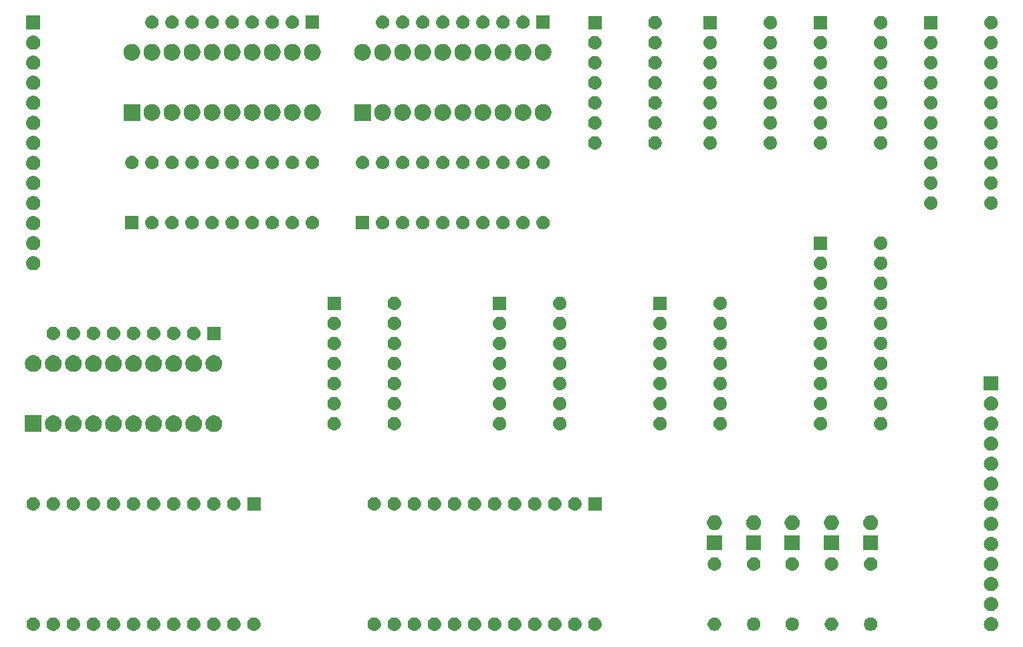
<source format=gbs>
G04 #@! TF.GenerationSoftware,KiCad,Pcbnew,5.0.2+dfsg1-1*
G04 #@! TF.CreationDate,2019-08-01T09:59:35+02:00*
G04 #@! TF.ProjectId,ALU,414c552e-6b69-4636-9164-5f7063625858,rev?*
G04 #@! TF.SameCoordinates,Original*
G04 #@! TF.FileFunction,Soldermask,Bot*
G04 #@! TF.FilePolarity,Negative*
%FSLAX46Y46*%
G04 Gerber Fmt 4.6, Leading zero omitted, Abs format (unit mm)*
G04 Created by KiCad (PCBNEW 5.0.2+dfsg1-1) date do 01 aug 2019 09:59:35 CEST*
%MOMM*%
%LPD*%
G01*
G04 APERTURE LIST*
%ADD10C,0.100000*%
G04 APERTURE END LIST*
D10*
G36*
X143620443Y-99435519D02*
X143686627Y-99442037D01*
X143799853Y-99476384D01*
X143856467Y-99493557D01*
X143943311Y-99539977D01*
X144012991Y-99577222D01*
X144048729Y-99606552D01*
X144150186Y-99689814D01*
X144230369Y-99787519D01*
X144262778Y-99827009D01*
X144262779Y-99827011D01*
X144346443Y-99983533D01*
X144363616Y-100040147D01*
X144397963Y-100153373D01*
X144415359Y-100330000D01*
X144397963Y-100506627D01*
X144376243Y-100578228D01*
X144346443Y-100676467D01*
X144277698Y-100805078D01*
X144262778Y-100832991D01*
X144233448Y-100868729D01*
X144150186Y-100970186D01*
X144048729Y-101053448D01*
X144012991Y-101082778D01*
X144012989Y-101082779D01*
X143856467Y-101166443D01*
X143849069Y-101168687D01*
X143686627Y-101217963D01*
X143620443Y-101224481D01*
X143554260Y-101231000D01*
X143465740Y-101231000D01*
X143399558Y-101224482D01*
X143333373Y-101217963D01*
X143170931Y-101168687D01*
X143163533Y-101166443D01*
X143007011Y-101082779D01*
X143007009Y-101082778D01*
X142971271Y-101053448D01*
X142869814Y-100970186D01*
X142786552Y-100868729D01*
X142757222Y-100832991D01*
X142742302Y-100805078D01*
X142673557Y-100676467D01*
X142643757Y-100578228D01*
X142622037Y-100506627D01*
X142604641Y-100330000D01*
X142622037Y-100153373D01*
X142656384Y-100040147D01*
X142673557Y-99983533D01*
X142757221Y-99827011D01*
X142757222Y-99827009D01*
X142789631Y-99787519D01*
X142869814Y-99689814D01*
X142971271Y-99606552D01*
X143007009Y-99577222D01*
X143076689Y-99539977D01*
X143163533Y-99493557D01*
X143220147Y-99476384D01*
X143333373Y-99442037D01*
X143399558Y-99435518D01*
X143465740Y-99429000D01*
X143554260Y-99429000D01*
X143620443Y-99435519D01*
X143620443Y-99435519D01*
G37*
G36*
X85891821Y-99491313D02*
X85891824Y-99491314D01*
X85891825Y-99491314D01*
X86052239Y-99539975D01*
X86052241Y-99539976D01*
X86052244Y-99539977D01*
X86200078Y-99618995D01*
X86329659Y-99725341D01*
X86436005Y-99854922D01*
X86515023Y-100002756D01*
X86515024Y-100002759D01*
X86515025Y-100002761D01*
X86560713Y-100153375D01*
X86563687Y-100163179D01*
X86580117Y-100330000D01*
X86563687Y-100496821D01*
X86563686Y-100496824D01*
X86563686Y-100496825D01*
X86538993Y-100578228D01*
X86515023Y-100657244D01*
X86436005Y-100805078D01*
X86329659Y-100934659D01*
X86200078Y-101041005D01*
X86052244Y-101120023D01*
X86052241Y-101120024D01*
X86052239Y-101120025D01*
X85891825Y-101168686D01*
X85891824Y-101168686D01*
X85891821Y-101168687D01*
X85766804Y-101181000D01*
X85683196Y-101181000D01*
X85558179Y-101168687D01*
X85558176Y-101168686D01*
X85558175Y-101168686D01*
X85397761Y-101120025D01*
X85397759Y-101120024D01*
X85397756Y-101120023D01*
X85249922Y-101041005D01*
X85120341Y-100934659D01*
X85013995Y-100805078D01*
X84934977Y-100657244D01*
X84911008Y-100578228D01*
X84886314Y-100496825D01*
X84886314Y-100496824D01*
X84886313Y-100496821D01*
X84869883Y-100330000D01*
X84886313Y-100163179D01*
X84889287Y-100153375D01*
X84934975Y-100002761D01*
X84934976Y-100002759D01*
X84934977Y-100002756D01*
X85013995Y-99854922D01*
X85120341Y-99725341D01*
X85249922Y-99618995D01*
X85397756Y-99539977D01*
X85397759Y-99539976D01*
X85397761Y-99539975D01*
X85558175Y-99491314D01*
X85558176Y-99491314D01*
X85558179Y-99491313D01*
X85683196Y-99479000D01*
X85766804Y-99479000D01*
X85891821Y-99491313D01*
X85891821Y-99491313D01*
G37*
G36*
X47791821Y-99491313D02*
X47791824Y-99491314D01*
X47791825Y-99491314D01*
X47952239Y-99539975D01*
X47952241Y-99539976D01*
X47952244Y-99539977D01*
X48100078Y-99618995D01*
X48229659Y-99725341D01*
X48336005Y-99854922D01*
X48415023Y-100002756D01*
X48415024Y-100002759D01*
X48415025Y-100002761D01*
X48460713Y-100153375D01*
X48463687Y-100163179D01*
X48480117Y-100330000D01*
X48463687Y-100496821D01*
X48463686Y-100496824D01*
X48463686Y-100496825D01*
X48438993Y-100578228D01*
X48415023Y-100657244D01*
X48336005Y-100805078D01*
X48229659Y-100934659D01*
X48100078Y-101041005D01*
X47952244Y-101120023D01*
X47952241Y-101120024D01*
X47952239Y-101120025D01*
X47791825Y-101168686D01*
X47791824Y-101168686D01*
X47791821Y-101168687D01*
X47666804Y-101181000D01*
X47583196Y-101181000D01*
X47458179Y-101168687D01*
X47458176Y-101168686D01*
X47458175Y-101168686D01*
X47297761Y-101120025D01*
X47297759Y-101120024D01*
X47297756Y-101120023D01*
X47149922Y-101041005D01*
X47020341Y-100934659D01*
X46913995Y-100805078D01*
X46834977Y-100657244D01*
X46811008Y-100578228D01*
X46786314Y-100496825D01*
X46786314Y-100496824D01*
X46786313Y-100496821D01*
X46769883Y-100330000D01*
X46786313Y-100163179D01*
X46789287Y-100153375D01*
X46834975Y-100002761D01*
X46834976Y-100002759D01*
X46834977Y-100002756D01*
X46913995Y-99854922D01*
X47020341Y-99725341D01*
X47149922Y-99618995D01*
X47297756Y-99539977D01*
X47297759Y-99539976D01*
X47297761Y-99539975D01*
X47458175Y-99491314D01*
X47458176Y-99491314D01*
X47458179Y-99491313D01*
X47583196Y-99479000D01*
X47666804Y-99479000D01*
X47791821Y-99491313D01*
X47791821Y-99491313D01*
G37*
G36*
X45251821Y-99491313D02*
X45251824Y-99491314D01*
X45251825Y-99491314D01*
X45412239Y-99539975D01*
X45412241Y-99539976D01*
X45412244Y-99539977D01*
X45560078Y-99618995D01*
X45689659Y-99725341D01*
X45796005Y-99854922D01*
X45875023Y-100002756D01*
X45875024Y-100002759D01*
X45875025Y-100002761D01*
X45920713Y-100153375D01*
X45923687Y-100163179D01*
X45940117Y-100330000D01*
X45923687Y-100496821D01*
X45923686Y-100496824D01*
X45923686Y-100496825D01*
X45898993Y-100578228D01*
X45875023Y-100657244D01*
X45796005Y-100805078D01*
X45689659Y-100934659D01*
X45560078Y-101041005D01*
X45412244Y-101120023D01*
X45412241Y-101120024D01*
X45412239Y-101120025D01*
X45251825Y-101168686D01*
X45251824Y-101168686D01*
X45251821Y-101168687D01*
X45126804Y-101181000D01*
X45043196Y-101181000D01*
X44918179Y-101168687D01*
X44918176Y-101168686D01*
X44918175Y-101168686D01*
X44757761Y-101120025D01*
X44757759Y-101120024D01*
X44757756Y-101120023D01*
X44609922Y-101041005D01*
X44480341Y-100934659D01*
X44373995Y-100805078D01*
X44294977Y-100657244D01*
X44271008Y-100578228D01*
X44246314Y-100496825D01*
X44246314Y-100496824D01*
X44246313Y-100496821D01*
X44229883Y-100330000D01*
X44246313Y-100163179D01*
X44249287Y-100153375D01*
X44294975Y-100002761D01*
X44294976Y-100002759D01*
X44294977Y-100002756D01*
X44373995Y-99854922D01*
X44480341Y-99725341D01*
X44609922Y-99618995D01*
X44757756Y-99539977D01*
X44757759Y-99539976D01*
X44757761Y-99539975D01*
X44918175Y-99491314D01*
X44918176Y-99491314D01*
X44918179Y-99491313D01*
X45043196Y-99479000D01*
X45126804Y-99479000D01*
X45251821Y-99491313D01*
X45251821Y-99491313D01*
G37*
G36*
X42711821Y-99491313D02*
X42711824Y-99491314D01*
X42711825Y-99491314D01*
X42872239Y-99539975D01*
X42872241Y-99539976D01*
X42872244Y-99539977D01*
X43020078Y-99618995D01*
X43149659Y-99725341D01*
X43256005Y-99854922D01*
X43335023Y-100002756D01*
X43335024Y-100002759D01*
X43335025Y-100002761D01*
X43380713Y-100153375D01*
X43383687Y-100163179D01*
X43400117Y-100330000D01*
X43383687Y-100496821D01*
X43383686Y-100496824D01*
X43383686Y-100496825D01*
X43358993Y-100578228D01*
X43335023Y-100657244D01*
X43256005Y-100805078D01*
X43149659Y-100934659D01*
X43020078Y-101041005D01*
X42872244Y-101120023D01*
X42872241Y-101120024D01*
X42872239Y-101120025D01*
X42711825Y-101168686D01*
X42711824Y-101168686D01*
X42711821Y-101168687D01*
X42586804Y-101181000D01*
X42503196Y-101181000D01*
X42378179Y-101168687D01*
X42378176Y-101168686D01*
X42378175Y-101168686D01*
X42217761Y-101120025D01*
X42217759Y-101120024D01*
X42217756Y-101120023D01*
X42069922Y-101041005D01*
X41940341Y-100934659D01*
X41833995Y-100805078D01*
X41754977Y-100657244D01*
X41731008Y-100578228D01*
X41706314Y-100496825D01*
X41706314Y-100496824D01*
X41706313Y-100496821D01*
X41689883Y-100330000D01*
X41706313Y-100163179D01*
X41709287Y-100153375D01*
X41754975Y-100002761D01*
X41754976Y-100002759D01*
X41754977Y-100002756D01*
X41833995Y-99854922D01*
X41940341Y-99725341D01*
X42069922Y-99618995D01*
X42217756Y-99539977D01*
X42217759Y-99539976D01*
X42217761Y-99539975D01*
X42378175Y-99491314D01*
X42378176Y-99491314D01*
X42378179Y-99491313D01*
X42503196Y-99479000D01*
X42586804Y-99479000D01*
X42711821Y-99491313D01*
X42711821Y-99491313D01*
G37*
G36*
X40171821Y-99491313D02*
X40171824Y-99491314D01*
X40171825Y-99491314D01*
X40332239Y-99539975D01*
X40332241Y-99539976D01*
X40332244Y-99539977D01*
X40480078Y-99618995D01*
X40609659Y-99725341D01*
X40716005Y-99854922D01*
X40795023Y-100002756D01*
X40795024Y-100002759D01*
X40795025Y-100002761D01*
X40840713Y-100153375D01*
X40843687Y-100163179D01*
X40860117Y-100330000D01*
X40843687Y-100496821D01*
X40843686Y-100496824D01*
X40843686Y-100496825D01*
X40818993Y-100578228D01*
X40795023Y-100657244D01*
X40716005Y-100805078D01*
X40609659Y-100934659D01*
X40480078Y-101041005D01*
X40332244Y-101120023D01*
X40332241Y-101120024D01*
X40332239Y-101120025D01*
X40171825Y-101168686D01*
X40171824Y-101168686D01*
X40171821Y-101168687D01*
X40046804Y-101181000D01*
X39963196Y-101181000D01*
X39838179Y-101168687D01*
X39838176Y-101168686D01*
X39838175Y-101168686D01*
X39677761Y-101120025D01*
X39677759Y-101120024D01*
X39677756Y-101120023D01*
X39529922Y-101041005D01*
X39400341Y-100934659D01*
X39293995Y-100805078D01*
X39214977Y-100657244D01*
X39191008Y-100578228D01*
X39166314Y-100496825D01*
X39166314Y-100496824D01*
X39166313Y-100496821D01*
X39149883Y-100330000D01*
X39166313Y-100163179D01*
X39169287Y-100153375D01*
X39214975Y-100002761D01*
X39214976Y-100002759D01*
X39214977Y-100002756D01*
X39293995Y-99854922D01*
X39400341Y-99725341D01*
X39529922Y-99618995D01*
X39677756Y-99539977D01*
X39677759Y-99539976D01*
X39677761Y-99539975D01*
X39838175Y-99491314D01*
X39838176Y-99491314D01*
X39838179Y-99491313D01*
X39963196Y-99479000D01*
X40046804Y-99479000D01*
X40171821Y-99491313D01*
X40171821Y-99491313D01*
G37*
G36*
X37631821Y-99491313D02*
X37631824Y-99491314D01*
X37631825Y-99491314D01*
X37792239Y-99539975D01*
X37792241Y-99539976D01*
X37792244Y-99539977D01*
X37940078Y-99618995D01*
X38069659Y-99725341D01*
X38176005Y-99854922D01*
X38255023Y-100002756D01*
X38255024Y-100002759D01*
X38255025Y-100002761D01*
X38300713Y-100153375D01*
X38303687Y-100163179D01*
X38320117Y-100330000D01*
X38303687Y-100496821D01*
X38303686Y-100496824D01*
X38303686Y-100496825D01*
X38278993Y-100578228D01*
X38255023Y-100657244D01*
X38176005Y-100805078D01*
X38069659Y-100934659D01*
X37940078Y-101041005D01*
X37792244Y-101120023D01*
X37792241Y-101120024D01*
X37792239Y-101120025D01*
X37631825Y-101168686D01*
X37631824Y-101168686D01*
X37631821Y-101168687D01*
X37506804Y-101181000D01*
X37423196Y-101181000D01*
X37298179Y-101168687D01*
X37298176Y-101168686D01*
X37298175Y-101168686D01*
X37137761Y-101120025D01*
X37137759Y-101120024D01*
X37137756Y-101120023D01*
X36989922Y-101041005D01*
X36860341Y-100934659D01*
X36753995Y-100805078D01*
X36674977Y-100657244D01*
X36651008Y-100578228D01*
X36626314Y-100496825D01*
X36626314Y-100496824D01*
X36626313Y-100496821D01*
X36609883Y-100330000D01*
X36626313Y-100163179D01*
X36629287Y-100153375D01*
X36674975Y-100002761D01*
X36674976Y-100002759D01*
X36674977Y-100002756D01*
X36753995Y-99854922D01*
X36860341Y-99725341D01*
X36989922Y-99618995D01*
X37137756Y-99539977D01*
X37137759Y-99539976D01*
X37137761Y-99539975D01*
X37298175Y-99491314D01*
X37298176Y-99491314D01*
X37298179Y-99491313D01*
X37423196Y-99479000D01*
X37506804Y-99479000D01*
X37631821Y-99491313D01*
X37631821Y-99491313D01*
G37*
G36*
X35091821Y-99491313D02*
X35091824Y-99491314D01*
X35091825Y-99491314D01*
X35252239Y-99539975D01*
X35252241Y-99539976D01*
X35252244Y-99539977D01*
X35400078Y-99618995D01*
X35529659Y-99725341D01*
X35636005Y-99854922D01*
X35715023Y-100002756D01*
X35715024Y-100002759D01*
X35715025Y-100002761D01*
X35760713Y-100153375D01*
X35763687Y-100163179D01*
X35780117Y-100330000D01*
X35763687Y-100496821D01*
X35763686Y-100496824D01*
X35763686Y-100496825D01*
X35738993Y-100578228D01*
X35715023Y-100657244D01*
X35636005Y-100805078D01*
X35529659Y-100934659D01*
X35400078Y-101041005D01*
X35252244Y-101120023D01*
X35252241Y-101120024D01*
X35252239Y-101120025D01*
X35091825Y-101168686D01*
X35091824Y-101168686D01*
X35091821Y-101168687D01*
X34966804Y-101181000D01*
X34883196Y-101181000D01*
X34758179Y-101168687D01*
X34758176Y-101168686D01*
X34758175Y-101168686D01*
X34597761Y-101120025D01*
X34597759Y-101120024D01*
X34597756Y-101120023D01*
X34449922Y-101041005D01*
X34320341Y-100934659D01*
X34213995Y-100805078D01*
X34134977Y-100657244D01*
X34111008Y-100578228D01*
X34086314Y-100496825D01*
X34086314Y-100496824D01*
X34086313Y-100496821D01*
X34069883Y-100330000D01*
X34086313Y-100163179D01*
X34089287Y-100153375D01*
X34134975Y-100002761D01*
X34134976Y-100002759D01*
X34134977Y-100002756D01*
X34213995Y-99854922D01*
X34320341Y-99725341D01*
X34449922Y-99618995D01*
X34597756Y-99539977D01*
X34597759Y-99539976D01*
X34597761Y-99539975D01*
X34758175Y-99491314D01*
X34758176Y-99491314D01*
X34758179Y-99491313D01*
X34883196Y-99479000D01*
X34966804Y-99479000D01*
X35091821Y-99491313D01*
X35091821Y-99491313D01*
G37*
G36*
X32551821Y-99491313D02*
X32551824Y-99491314D01*
X32551825Y-99491314D01*
X32712239Y-99539975D01*
X32712241Y-99539976D01*
X32712244Y-99539977D01*
X32860078Y-99618995D01*
X32989659Y-99725341D01*
X33096005Y-99854922D01*
X33175023Y-100002756D01*
X33175024Y-100002759D01*
X33175025Y-100002761D01*
X33220713Y-100153375D01*
X33223687Y-100163179D01*
X33240117Y-100330000D01*
X33223687Y-100496821D01*
X33223686Y-100496824D01*
X33223686Y-100496825D01*
X33198993Y-100578228D01*
X33175023Y-100657244D01*
X33096005Y-100805078D01*
X32989659Y-100934659D01*
X32860078Y-101041005D01*
X32712244Y-101120023D01*
X32712241Y-101120024D01*
X32712239Y-101120025D01*
X32551825Y-101168686D01*
X32551824Y-101168686D01*
X32551821Y-101168687D01*
X32426804Y-101181000D01*
X32343196Y-101181000D01*
X32218179Y-101168687D01*
X32218176Y-101168686D01*
X32218175Y-101168686D01*
X32057761Y-101120025D01*
X32057759Y-101120024D01*
X32057756Y-101120023D01*
X31909922Y-101041005D01*
X31780341Y-100934659D01*
X31673995Y-100805078D01*
X31594977Y-100657244D01*
X31571008Y-100578228D01*
X31546314Y-100496825D01*
X31546314Y-100496824D01*
X31546313Y-100496821D01*
X31529883Y-100330000D01*
X31546313Y-100163179D01*
X31549287Y-100153375D01*
X31594975Y-100002761D01*
X31594976Y-100002759D01*
X31594977Y-100002756D01*
X31673995Y-99854922D01*
X31780341Y-99725341D01*
X31909922Y-99618995D01*
X32057756Y-99539977D01*
X32057759Y-99539976D01*
X32057761Y-99539975D01*
X32218175Y-99491314D01*
X32218176Y-99491314D01*
X32218179Y-99491313D01*
X32343196Y-99479000D01*
X32426804Y-99479000D01*
X32551821Y-99491313D01*
X32551821Y-99491313D01*
G37*
G36*
X30011821Y-99491313D02*
X30011824Y-99491314D01*
X30011825Y-99491314D01*
X30172239Y-99539975D01*
X30172241Y-99539976D01*
X30172244Y-99539977D01*
X30320078Y-99618995D01*
X30449659Y-99725341D01*
X30556005Y-99854922D01*
X30635023Y-100002756D01*
X30635024Y-100002759D01*
X30635025Y-100002761D01*
X30680713Y-100153375D01*
X30683687Y-100163179D01*
X30700117Y-100330000D01*
X30683687Y-100496821D01*
X30683686Y-100496824D01*
X30683686Y-100496825D01*
X30658993Y-100578228D01*
X30635023Y-100657244D01*
X30556005Y-100805078D01*
X30449659Y-100934659D01*
X30320078Y-101041005D01*
X30172244Y-101120023D01*
X30172241Y-101120024D01*
X30172239Y-101120025D01*
X30011825Y-101168686D01*
X30011824Y-101168686D01*
X30011821Y-101168687D01*
X29886804Y-101181000D01*
X29803196Y-101181000D01*
X29678179Y-101168687D01*
X29678176Y-101168686D01*
X29678175Y-101168686D01*
X29517761Y-101120025D01*
X29517759Y-101120024D01*
X29517756Y-101120023D01*
X29369922Y-101041005D01*
X29240341Y-100934659D01*
X29133995Y-100805078D01*
X29054977Y-100657244D01*
X29031008Y-100578228D01*
X29006314Y-100496825D01*
X29006314Y-100496824D01*
X29006313Y-100496821D01*
X28989883Y-100330000D01*
X29006313Y-100163179D01*
X29009287Y-100153375D01*
X29054975Y-100002761D01*
X29054976Y-100002759D01*
X29054977Y-100002756D01*
X29133995Y-99854922D01*
X29240341Y-99725341D01*
X29369922Y-99618995D01*
X29517756Y-99539977D01*
X29517759Y-99539976D01*
X29517761Y-99539975D01*
X29678175Y-99491314D01*
X29678176Y-99491314D01*
X29678179Y-99491313D01*
X29803196Y-99479000D01*
X29886804Y-99479000D01*
X30011821Y-99491313D01*
X30011821Y-99491313D01*
G37*
G36*
X27471821Y-99491313D02*
X27471824Y-99491314D01*
X27471825Y-99491314D01*
X27632239Y-99539975D01*
X27632241Y-99539976D01*
X27632244Y-99539977D01*
X27780078Y-99618995D01*
X27909659Y-99725341D01*
X28016005Y-99854922D01*
X28095023Y-100002756D01*
X28095024Y-100002759D01*
X28095025Y-100002761D01*
X28140713Y-100153375D01*
X28143687Y-100163179D01*
X28160117Y-100330000D01*
X28143687Y-100496821D01*
X28143686Y-100496824D01*
X28143686Y-100496825D01*
X28118993Y-100578228D01*
X28095023Y-100657244D01*
X28016005Y-100805078D01*
X27909659Y-100934659D01*
X27780078Y-101041005D01*
X27632244Y-101120023D01*
X27632241Y-101120024D01*
X27632239Y-101120025D01*
X27471825Y-101168686D01*
X27471824Y-101168686D01*
X27471821Y-101168687D01*
X27346804Y-101181000D01*
X27263196Y-101181000D01*
X27138179Y-101168687D01*
X27138176Y-101168686D01*
X27138175Y-101168686D01*
X26977761Y-101120025D01*
X26977759Y-101120024D01*
X26977756Y-101120023D01*
X26829922Y-101041005D01*
X26700341Y-100934659D01*
X26593995Y-100805078D01*
X26514977Y-100657244D01*
X26491008Y-100578228D01*
X26466314Y-100496825D01*
X26466314Y-100496824D01*
X26466313Y-100496821D01*
X26449883Y-100330000D01*
X26466313Y-100163179D01*
X26469287Y-100153375D01*
X26514975Y-100002761D01*
X26514976Y-100002759D01*
X26514977Y-100002756D01*
X26593995Y-99854922D01*
X26700341Y-99725341D01*
X26829922Y-99618995D01*
X26977756Y-99539977D01*
X26977759Y-99539976D01*
X26977761Y-99539975D01*
X27138175Y-99491314D01*
X27138176Y-99491314D01*
X27138179Y-99491313D01*
X27263196Y-99479000D01*
X27346804Y-99479000D01*
X27471821Y-99491313D01*
X27471821Y-99491313D01*
G37*
G36*
X24931821Y-99491313D02*
X24931824Y-99491314D01*
X24931825Y-99491314D01*
X25092239Y-99539975D01*
X25092241Y-99539976D01*
X25092244Y-99539977D01*
X25240078Y-99618995D01*
X25369659Y-99725341D01*
X25476005Y-99854922D01*
X25555023Y-100002756D01*
X25555024Y-100002759D01*
X25555025Y-100002761D01*
X25600713Y-100153375D01*
X25603687Y-100163179D01*
X25620117Y-100330000D01*
X25603687Y-100496821D01*
X25603686Y-100496824D01*
X25603686Y-100496825D01*
X25578993Y-100578228D01*
X25555023Y-100657244D01*
X25476005Y-100805078D01*
X25369659Y-100934659D01*
X25240078Y-101041005D01*
X25092244Y-101120023D01*
X25092241Y-101120024D01*
X25092239Y-101120025D01*
X24931825Y-101168686D01*
X24931824Y-101168686D01*
X24931821Y-101168687D01*
X24806804Y-101181000D01*
X24723196Y-101181000D01*
X24598179Y-101168687D01*
X24598176Y-101168686D01*
X24598175Y-101168686D01*
X24437761Y-101120025D01*
X24437759Y-101120024D01*
X24437756Y-101120023D01*
X24289922Y-101041005D01*
X24160341Y-100934659D01*
X24053995Y-100805078D01*
X23974977Y-100657244D01*
X23951008Y-100578228D01*
X23926314Y-100496825D01*
X23926314Y-100496824D01*
X23926313Y-100496821D01*
X23909883Y-100330000D01*
X23926313Y-100163179D01*
X23929287Y-100153375D01*
X23974975Y-100002761D01*
X23974976Y-100002759D01*
X23974977Y-100002756D01*
X24053995Y-99854922D01*
X24160341Y-99725341D01*
X24289922Y-99618995D01*
X24437756Y-99539977D01*
X24437759Y-99539976D01*
X24437761Y-99539975D01*
X24598175Y-99491314D01*
X24598176Y-99491314D01*
X24598179Y-99491313D01*
X24723196Y-99479000D01*
X24806804Y-99479000D01*
X24931821Y-99491313D01*
X24931821Y-99491313D01*
G37*
G36*
X22391821Y-99491313D02*
X22391824Y-99491314D01*
X22391825Y-99491314D01*
X22552239Y-99539975D01*
X22552241Y-99539976D01*
X22552244Y-99539977D01*
X22700078Y-99618995D01*
X22829659Y-99725341D01*
X22936005Y-99854922D01*
X23015023Y-100002756D01*
X23015024Y-100002759D01*
X23015025Y-100002761D01*
X23060713Y-100153375D01*
X23063687Y-100163179D01*
X23080117Y-100330000D01*
X23063687Y-100496821D01*
X23063686Y-100496824D01*
X23063686Y-100496825D01*
X23038993Y-100578228D01*
X23015023Y-100657244D01*
X22936005Y-100805078D01*
X22829659Y-100934659D01*
X22700078Y-101041005D01*
X22552244Y-101120023D01*
X22552241Y-101120024D01*
X22552239Y-101120025D01*
X22391825Y-101168686D01*
X22391824Y-101168686D01*
X22391821Y-101168687D01*
X22266804Y-101181000D01*
X22183196Y-101181000D01*
X22058179Y-101168687D01*
X22058176Y-101168686D01*
X22058175Y-101168686D01*
X21897761Y-101120025D01*
X21897759Y-101120024D01*
X21897756Y-101120023D01*
X21749922Y-101041005D01*
X21620341Y-100934659D01*
X21513995Y-100805078D01*
X21434977Y-100657244D01*
X21411008Y-100578228D01*
X21386314Y-100496825D01*
X21386314Y-100496824D01*
X21386313Y-100496821D01*
X21369883Y-100330000D01*
X21386313Y-100163179D01*
X21389287Y-100153375D01*
X21434975Y-100002761D01*
X21434976Y-100002759D01*
X21434977Y-100002756D01*
X21513995Y-99854922D01*
X21620341Y-99725341D01*
X21749922Y-99618995D01*
X21897756Y-99539977D01*
X21897759Y-99539976D01*
X21897761Y-99539975D01*
X22058175Y-99491314D01*
X22058176Y-99491314D01*
X22058179Y-99491313D01*
X22183196Y-99479000D01*
X22266804Y-99479000D01*
X22391821Y-99491313D01*
X22391821Y-99491313D01*
G37*
G36*
X93511821Y-99491313D02*
X93511824Y-99491314D01*
X93511825Y-99491314D01*
X93672239Y-99539975D01*
X93672241Y-99539976D01*
X93672244Y-99539977D01*
X93820078Y-99618995D01*
X93949659Y-99725341D01*
X94056005Y-99854922D01*
X94135023Y-100002756D01*
X94135024Y-100002759D01*
X94135025Y-100002761D01*
X94180713Y-100153375D01*
X94183687Y-100163179D01*
X94200117Y-100330000D01*
X94183687Y-100496821D01*
X94183686Y-100496824D01*
X94183686Y-100496825D01*
X94158993Y-100578228D01*
X94135023Y-100657244D01*
X94056005Y-100805078D01*
X93949659Y-100934659D01*
X93820078Y-101041005D01*
X93672244Y-101120023D01*
X93672241Y-101120024D01*
X93672239Y-101120025D01*
X93511825Y-101168686D01*
X93511824Y-101168686D01*
X93511821Y-101168687D01*
X93386804Y-101181000D01*
X93303196Y-101181000D01*
X93178179Y-101168687D01*
X93178176Y-101168686D01*
X93178175Y-101168686D01*
X93017761Y-101120025D01*
X93017759Y-101120024D01*
X93017756Y-101120023D01*
X92869922Y-101041005D01*
X92740341Y-100934659D01*
X92633995Y-100805078D01*
X92554977Y-100657244D01*
X92531008Y-100578228D01*
X92506314Y-100496825D01*
X92506314Y-100496824D01*
X92506313Y-100496821D01*
X92489883Y-100330000D01*
X92506313Y-100163179D01*
X92509287Y-100153375D01*
X92554975Y-100002761D01*
X92554976Y-100002759D01*
X92554977Y-100002756D01*
X92633995Y-99854922D01*
X92740341Y-99725341D01*
X92869922Y-99618995D01*
X93017756Y-99539977D01*
X93017759Y-99539976D01*
X93017761Y-99539975D01*
X93178175Y-99491314D01*
X93178176Y-99491314D01*
X93178179Y-99491313D01*
X93303196Y-99479000D01*
X93386804Y-99479000D01*
X93511821Y-99491313D01*
X93511821Y-99491313D01*
G37*
G36*
X90971821Y-99491313D02*
X90971824Y-99491314D01*
X90971825Y-99491314D01*
X91132239Y-99539975D01*
X91132241Y-99539976D01*
X91132244Y-99539977D01*
X91280078Y-99618995D01*
X91409659Y-99725341D01*
X91516005Y-99854922D01*
X91595023Y-100002756D01*
X91595024Y-100002759D01*
X91595025Y-100002761D01*
X91640713Y-100153375D01*
X91643687Y-100163179D01*
X91660117Y-100330000D01*
X91643687Y-100496821D01*
X91643686Y-100496824D01*
X91643686Y-100496825D01*
X91618993Y-100578228D01*
X91595023Y-100657244D01*
X91516005Y-100805078D01*
X91409659Y-100934659D01*
X91280078Y-101041005D01*
X91132244Y-101120023D01*
X91132241Y-101120024D01*
X91132239Y-101120025D01*
X90971825Y-101168686D01*
X90971824Y-101168686D01*
X90971821Y-101168687D01*
X90846804Y-101181000D01*
X90763196Y-101181000D01*
X90638179Y-101168687D01*
X90638176Y-101168686D01*
X90638175Y-101168686D01*
X90477761Y-101120025D01*
X90477759Y-101120024D01*
X90477756Y-101120023D01*
X90329922Y-101041005D01*
X90200341Y-100934659D01*
X90093995Y-100805078D01*
X90014977Y-100657244D01*
X89991008Y-100578228D01*
X89966314Y-100496825D01*
X89966314Y-100496824D01*
X89966313Y-100496821D01*
X89949883Y-100330000D01*
X89966313Y-100163179D01*
X89969287Y-100153375D01*
X90014975Y-100002761D01*
X90014976Y-100002759D01*
X90014977Y-100002756D01*
X90093995Y-99854922D01*
X90200341Y-99725341D01*
X90329922Y-99618995D01*
X90477756Y-99539977D01*
X90477759Y-99539976D01*
X90477761Y-99539975D01*
X90638175Y-99491314D01*
X90638176Y-99491314D01*
X90638179Y-99491313D01*
X90763196Y-99479000D01*
X90846804Y-99479000D01*
X90971821Y-99491313D01*
X90971821Y-99491313D01*
G37*
G36*
X88431821Y-99491313D02*
X88431824Y-99491314D01*
X88431825Y-99491314D01*
X88592239Y-99539975D01*
X88592241Y-99539976D01*
X88592244Y-99539977D01*
X88740078Y-99618995D01*
X88869659Y-99725341D01*
X88976005Y-99854922D01*
X89055023Y-100002756D01*
X89055024Y-100002759D01*
X89055025Y-100002761D01*
X89100713Y-100153375D01*
X89103687Y-100163179D01*
X89120117Y-100330000D01*
X89103687Y-100496821D01*
X89103686Y-100496824D01*
X89103686Y-100496825D01*
X89078993Y-100578228D01*
X89055023Y-100657244D01*
X88976005Y-100805078D01*
X88869659Y-100934659D01*
X88740078Y-101041005D01*
X88592244Y-101120023D01*
X88592241Y-101120024D01*
X88592239Y-101120025D01*
X88431825Y-101168686D01*
X88431824Y-101168686D01*
X88431821Y-101168687D01*
X88306804Y-101181000D01*
X88223196Y-101181000D01*
X88098179Y-101168687D01*
X88098176Y-101168686D01*
X88098175Y-101168686D01*
X87937761Y-101120025D01*
X87937759Y-101120024D01*
X87937756Y-101120023D01*
X87789922Y-101041005D01*
X87660341Y-100934659D01*
X87553995Y-100805078D01*
X87474977Y-100657244D01*
X87451008Y-100578228D01*
X87426314Y-100496825D01*
X87426314Y-100496824D01*
X87426313Y-100496821D01*
X87409883Y-100330000D01*
X87426313Y-100163179D01*
X87429287Y-100153375D01*
X87474975Y-100002761D01*
X87474976Y-100002759D01*
X87474977Y-100002756D01*
X87553995Y-99854922D01*
X87660341Y-99725341D01*
X87789922Y-99618995D01*
X87937756Y-99539977D01*
X87937759Y-99539976D01*
X87937761Y-99539975D01*
X88098175Y-99491314D01*
X88098176Y-99491314D01*
X88098179Y-99491313D01*
X88223196Y-99479000D01*
X88306804Y-99479000D01*
X88431821Y-99491313D01*
X88431821Y-99491313D01*
G37*
G36*
X83351821Y-99491313D02*
X83351824Y-99491314D01*
X83351825Y-99491314D01*
X83512239Y-99539975D01*
X83512241Y-99539976D01*
X83512244Y-99539977D01*
X83660078Y-99618995D01*
X83789659Y-99725341D01*
X83896005Y-99854922D01*
X83975023Y-100002756D01*
X83975024Y-100002759D01*
X83975025Y-100002761D01*
X84020713Y-100153375D01*
X84023687Y-100163179D01*
X84040117Y-100330000D01*
X84023687Y-100496821D01*
X84023686Y-100496824D01*
X84023686Y-100496825D01*
X83998993Y-100578228D01*
X83975023Y-100657244D01*
X83896005Y-100805078D01*
X83789659Y-100934659D01*
X83660078Y-101041005D01*
X83512244Y-101120023D01*
X83512241Y-101120024D01*
X83512239Y-101120025D01*
X83351825Y-101168686D01*
X83351824Y-101168686D01*
X83351821Y-101168687D01*
X83226804Y-101181000D01*
X83143196Y-101181000D01*
X83018179Y-101168687D01*
X83018176Y-101168686D01*
X83018175Y-101168686D01*
X82857761Y-101120025D01*
X82857759Y-101120024D01*
X82857756Y-101120023D01*
X82709922Y-101041005D01*
X82580341Y-100934659D01*
X82473995Y-100805078D01*
X82394977Y-100657244D01*
X82371008Y-100578228D01*
X82346314Y-100496825D01*
X82346314Y-100496824D01*
X82346313Y-100496821D01*
X82329883Y-100330000D01*
X82346313Y-100163179D01*
X82349287Y-100153375D01*
X82394975Y-100002761D01*
X82394976Y-100002759D01*
X82394977Y-100002756D01*
X82473995Y-99854922D01*
X82580341Y-99725341D01*
X82709922Y-99618995D01*
X82857756Y-99539977D01*
X82857759Y-99539976D01*
X82857761Y-99539975D01*
X83018175Y-99491314D01*
X83018176Y-99491314D01*
X83018179Y-99491313D01*
X83143196Y-99479000D01*
X83226804Y-99479000D01*
X83351821Y-99491313D01*
X83351821Y-99491313D01*
G37*
G36*
X50331821Y-99491313D02*
X50331824Y-99491314D01*
X50331825Y-99491314D01*
X50492239Y-99539975D01*
X50492241Y-99539976D01*
X50492244Y-99539977D01*
X50640078Y-99618995D01*
X50769659Y-99725341D01*
X50876005Y-99854922D01*
X50955023Y-100002756D01*
X50955024Y-100002759D01*
X50955025Y-100002761D01*
X51000713Y-100153375D01*
X51003687Y-100163179D01*
X51020117Y-100330000D01*
X51003687Y-100496821D01*
X51003686Y-100496824D01*
X51003686Y-100496825D01*
X50978993Y-100578228D01*
X50955023Y-100657244D01*
X50876005Y-100805078D01*
X50769659Y-100934659D01*
X50640078Y-101041005D01*
X50492244Y-101120023D01*
X50492241Y-101120024D01*
X50492239Y-101120025D01*
X50331825Y-101168686D01*
X50331824Y-101168686D01*
X50331821Y-101168687D01*
X50206804Y-101181000D01*
X50123196Y-101181000D01*
X49998179Y-101168687D01*
X49998176Y-101168686D01*
X49998175Y-101168686D01*
X49837761Y-101120025D01*
X49837759Y-101120024D01*
X49837756Y-101120023D01*
X49689922Y-101041005D01*
X49560341Y-100934659D01*
X49453995Y-100805078D01*
X49374977Y-100657244D01*
X49351008Y-100578228D01*
X49326314Y-100496825D01*
X49326314Y-100496824D01*
X49326313Y-100496821D01*
X49309883Y-100330000D01*
X49326313Y-100163179D01*
X49329287Y-100153375D01*
X49374975Y-100002761D01*
X49374976Y-100002759D01*
X49374977Y-100002756D01*
X49453995Y-99854922D01*
X49560341Y-99725341D01*
X49689922Y-99618995D01*
X49837756Y-99539977D01*
X49837759Y-99539976D01*
X49837761Y-99539975D01*
X49998175Y-99491314D01*
X49998176Y-99491314D01*
X49998179Y-99491313D01*
X50123196Y-99479000D01*
X50206804Y-99479000D01*
X50331821Y-99491313D01*
X50331821Y-99491313D01*
G37*
G36*
X128527228Y-99511703D02*
X128682100Y-99575853D01*
X128821481Y-99668985D01*
X128940015Y-99787519D01*
X129033147Y-99926900D01*
X129097297Y-100081772D01*
X129130000Y-100246184D01*
X129130000Y-100413816D01*
X129097297Y-100578228D01*
X129033147Y-100733100D01*
X128940015Y-100872481D01*
X128821481Y-100991015D01*
X128682100Y-101084147D01*
X128527228Y-101148297D01*
X128362816Y-101181000D01*
X128195184Y-101181000D01*
X128030772Y-101148297D01*
X127875900Y-101084147D01*
X127736519Y-100991015D01*
X127617985Y-100872481D01*
X127524853Y-100733100D01*
X127460703Y-100578228D01*
X127428000Y-100413816D01*
X127428000Y-100246184D01*
X127460703Y-100081772D01*
X127524853Y-99926900D01*
X127617985Y-99787519D01*
X127736519Y-99668985D01*
X127875900Y-99575853D01*
X128030772Y-99511703D01*
X128195184Y-99479000D01*
X128362816Y-99479000D01*
X128527228Y-99511703D01*
X128527228Y-99511703D01*
G37*
G36*
X118577228Y-99511703D02*
X118732100Y-99575853D01*
X118871481Y-99668985D01*
X118990015Y-99787519D01*
X119083147Y-99926900D01*
X119147297Y-100081772D01*
X119180000Y-100246184D01*
X119180000Y-100413816D01*
X119147297Y-100578228D01*
X119083147Y-100733100D01*
X118990015Y-100872481D01*
X118871481Y-100991015D01*
X118732100Y-101084147D01*
X118577228Y-101148297D01*
X118412816Y-101181000D01*
X118245184Y-101181000D01*
X118080772Y-101148297D01*
X117925900Y-101084147D01*
X117786519Y-100991015D01*
X117667985Y-100872481D01*
X117574853Y-100733100D01*
X117510703Y-100578228D01*
X117478000Y-100413816D01*
X117478000Y-100246184D01*
X117510703Y-100081772D01*
X117574853Y-99926900D01*
X117667985Y-99787519D01*
X117786519Y-99668985D01*
X117925900Y-99575853D01*
X118080772Y-99511703D01*
X118245184Y-99479000D01*
X118412816Y-99479000D01*
X118577228Y-99511703D01*
X118577228Y-99511703D01*
G37*
G36*
X123552228Y-99511703D02*
X123707100Y-99575853D01*
X123846481Y-99668985D01*
X123965015Y-99787519D01*
X124058147Y-99926900D01*
X124122297Y-100081772D01*
X124155000Y-100246184D01*
X124155000Y-100413816D01*
X124122297Y-100578228D01*
X124058147Y-100733100D01*
X123965015Y-100872481D01*
X123846481Y-100991015D01*
X123707100Y-101084147D01*
X123552228Y-101148297D01*
X123387816Y-101181000D01*
X123220184Y-101181000D01*
X123055772Y-101148297D01*
X122900900Y-101084147D01*
X122761519Y-100991015D01*
X122642985Y-100872481D01*
X122549853Y-100733100D01*
X122485703Y-100578228D01*
X122453000Y-100413816D01*
X122453000Y-100246184D01*
X122485703Y-100081772D01*
X122549853Y-99926900D01*
X122642985Y-99787519D01*
X122761519Y-99668985D01*
X122900900Y-99575853D01*
X123055772Y-99511703D01*
X123220184Y-99479000D01*
X123387816Y-99479000D01*
X123552228Y-99511703D01*
X123552228Y-99511703D01*
G37*
G36*
X108737228Y-99511703D02*
X108892100Y-99575853D01*
X109031481Y-99668985D01*
X109150015Y-99787519D01*
X109243147Y-99926900D01*
X109307297Y-100081772D01*
X109340000Y-100246184D01*
X109340000Y-100413816D01*
X109307297Y-100578228D01*
X109243147Y-100733100D01*
X109150015Y-100872481D01*
X109031481Y-100991015D01*
X108892100Y-101084147D01*
X108737228Y-101148297D01*
X108572816Y-101181000D01*
X108405184Y-101181000D01*
X108240772Y-101148297D01*
X108085900Y-101084147D01*
X107946519Y-100991015D01*
X107827985Y-100872481D01*
X107734853Y-100733100D01*
X107670703Y-100578228D01*
X107638000Y-100413816D01*
X107638000Y-100246184D01*
X107670703Y-100081772D01*
X107734853Y-99926900D01*
X107827985Y-99787519D01*
X107946519Y-99668985D01*
X108085900Y-99575853D01*
X108240772Y-99511703D01*
X108405184Y-99479000D01*
X108572816Y-99479000D01*
X108737228Y-99511703D01*
X108737228Y-99511703D01*
G37*
G36*
X113712228Y-99511703D02*
X113867100Y-99575853D01*
X114006481Y-99668985D01*
X114125015Y-99787519D01*
X114218147Y-99926900D01*
X114282297Y-100081772D01*
X114315000Y-100246184D01*
X114315000Y-100413816D01*
X114282297Y-100578228D01*
X114218147Y-100733100D01*
X114125015Y-100872481D01*
X114006481Y-100991015D01*
X113867100Y-101084147D01*
X113712228Y-101148297D01*
X113547816Y-101181000D01*
X113380184Y-101181000D01*
X113215772Y-101148297D01*
X113060900Y-101084147D01*
X112921519Y-100991015D01*
X112802985Y-100872481D01*
X112709853Y-100733100D01*
X112645703Y-100578228D01*
X112613000Y-100413816D01*
X112613000Y-100246184D01*
X112645703Y-100081772D01*
X112709853Y-99926900D01*
X112802985Y-99787519D01*
X112921519Y-99668985D01*
X113060900Y-99575853D01*
X113215772Y-99511703D01*
X113380184Y-99479000D01*
X113547816Y-99479000D01*
X113712228Y-99511703D01*
X113712228Y-99511703D01*
G37*
G36*
X65571821Y-99491313D02*
X65571824Y-99491314D01*
X65571825Y-99491314D01*
X65732239Y-99539975D01*
X65732241Y-99539976D01*
X65732244Y-99539977D01*
X65880078Y-99618995D01*
X66009659Y-99725341D01*
X66116005Y-99854922D01*
X66195023Y-100002756D01*
X66195024Y-100002759D01*
X66195025Y-100002761D01*
X66240713Y-100153375D01*
X66243687Y-100163179D01*
X66260117Y-100330000D01*
X66243687Y-100496821D01*
X66243686Y-100496824D01*
X66243686Y-100496825D01*
X66218993Y-100578228D01*
X66195023Y-100657244D01*
X66116005Y-100805078D01*
X66009659Y-100934659D01*
X65880078Y-101041005D01*
X65732244Y-101120023D01*
X65732241Y-101120024D01*
X65732239Y-101120025D01*
X65571825Y-101168686D01*
X65571824Y-101168686D01*
X65571821Y-101168687D01*
X65446804Y-101181000D01*
X65363196Y-101181000D01*
X65238179Y-101168687D01*
X65238176Y-101168686D01*
X65238175Y-101168686D01*
X65077761Y-101120025D01*
X65077759Y-101120024D01*
X65077756Y-101120023D01*
X64929922Y-101041005D01*
X64800341Y-100934659D01*
X64693995Y-100805078D01*
X64614977Y-100657244D01*
X64591008Y-100578228D01*
X64566314Y-100496825D01*
X64566314Y-100496824D01*
X64566313Y-100496821D01*
X64549883Y-100330000D01*
X64566313Y-100163179D01*
X64569287Y-100153375D01*
X64614975Y-100002761D01*
X64614976Y-100002759D01*
X64614977Y-100002756D01*
X64693995Y-99854922D01*
X64800341Y-99725341D01*
X64929922Y-99618995D01*
X65077756Y-99539977D01*
X65077759Y-99539976D01*
X65077761Y-99539975D01*
X65238175Y-99491314D01*
X65238176Y-99491314D01*
X65238179Y-99491313D01*
X65363196Y-99479000D01*
X65446804Y-99479000D01*
X65571821Y-99491313D01*
X65571821Y-99491313D01*
G37*
G36*
X70651821Y-99491313D02*
X70651824Y-99491314D01*
X70651825Y-99491314D01*
X70812239Y-99539975D01*
X70812241Y-99539976D01*
X70812244Y-99539977D01*
X70960078Y-99618995D01*
X71089659Y-99725341D01*
X71196005Y-99854922D01*
X71275023Y-100002756D01*
X71275024Y-100002759D01*
X71275025Y-100002761D01*
X71320713Y-100153375D01*
X71323687Y-100163179D01*
X71340117Y-100330000D01*
X71323687Y-100496821D01*
X71323686Y-100496824D01*
X71323686Y-100496825D01*
X71298993Y-100578228D01*
X71275023Y-100657244D01*
X71196005Y-100805078D01*
X71089659Y-100934659D01*
X70960078Y-101041005D01*
X70812244Y-101120023D01*
X70812241Y-101120024D01*
X70812239Y-101120025D01*
X70651825Y-101168686D01*
X70651824Y-101168686D01*
X70651821Y-101168687D01*
X70526804Y-101181000D01*
X70443196Y-101181000D01*
X70318179Y-101168687D01*
X70318176Y-101168686D01*
X70318175Y-101168686D01*
X70157761Y-101120025D01*
X70157759Y-101120024D01*
X70157756Y-101120023D01*
X70009922Y-101041005D01*
X69880341Y-100934659D01*
X69773995Y-100805078D01*
X69694977Y-100657244D01*
X69671008Y-100578228D01*
X69646314Y-100496825D01*
X69646314Y-100496824D01*
X69646313Y-100496821D01*
X69629883Y-100330000D01*
X69646313Y-100163179D01*
X69649287Y-100153375D01*
X69694975Y-100002761D01*
X69694976Y-100002759D01*
X69694977Y-100002756D01*
X69773995Y-99854922D01*
X69880341Y-99725341D01*
X70009922Y-99618995D01*
X70157756Y-99539977D01*
X70157759Y-99539976D01*
X70157761Y-99539975D01*
X70318175Y-99491314D01*
X70318176Y-99491314D01*
X70318179Y-99491313D01*
X70443196Y-99479000D01*
X70526804Y-99479000D01*
X70651821Y-99491313D01*
X70651821Y-99491313D01*
G37*
G36*
X73191821Y-99491313D02*
X73191824Y-99491314D01*
X73191825Y-99491314D01*
X73352239Y-99539975D01*
X73352241Y-99539976D01*
X73352244Y-99539977D01*
X73500078Y-99618995D01*
X73629659Y-99725341D01*
X73736005Y-99854922D01*
X73815023Y-100002756D01*
X73815024Y-100002759D01*
X73815025Y-100002761D01*
X73860713Y-100153375D01*
X73863687Y-100163179D01*
X73880117Y-100330000D01*
X73863687Y-100496821D01*
X73863686Y-100496824D01*
X73863686Y-100496825D01*
X73838993Y-100578228D01*
X73815023Y-100657244D01*
X73736005Y-100805078D01*
X73629659Y-100934659D01*
X73500078Y-101041005D01*
X73352244Y-101120023D01*
X73352241Y-101120024D01*
X73352239Y-101120025D01*
X73191825Y-101168686D01*
X73191824Y-101168686D01*
X73191821Y-101168687D01*
X73066804Y-101181000D01*
X72983196Y-101181000D01*
X72858179Y-101168687D01*
X72858176Y-101168686D01*
X72858175Y-101168686D01*
X72697761Y-101120025D01*
X72697759Y-101120024D01*
X72697756Y-101120023D01*
X72549922Y-101041005D01*
X72420341Y-100934659D01*
X72313995Y-100805078D01*
X72234977Y-100657244D01*
X72211008Y-100578228D01*
X72186314Y-100496825D01*
X72186314Y-100496824D01*
X72186313Y-100496821D01*
X72169883Y-100330000D01*
X72186313Y-100163179D01*
X72189287Y-100153375D01*
X72234975Y-100002761D01*
X72234976Y-100002759D01*
X72234977Y-100002756D01*
X72313995Y-99854922D01*
X72420341Y-99725341D01*
X72549922Y-99618995D01*
X72697756Y-99539977D01*
X72697759Y-99539976D01*
X72697761Y-99539975D01*
X72858175Y-99491314D01*
X72858176Y-99491314D01*
X72858179Y-99491313D01*
X72983196Y-99479000D01*
X73066804Y-99479000D01*
X73191821Y-99491313D01*
X73191821Y-99491313D01*
G37*
G36*
X75731821Y-99491313D02*
X75731824Y-99491314D01*
X75731825Y-99491314D01*
X75892239Y-99539975D01*
X75892241Y-99539976D01*
X75892244Y-99539977D01*
X76040078Y-99618995D01*
X76169659Y-99725341D01*
X76276005Y-99854922D01*
X76355023Y-100002756D01*
X76355024Y-100002759D01*
X76355025Y-100002761D01*
X76400713Y-100153375D01*
X76403687Y-100163179D01*
X76420117Y-100330000D01*
X76403687Y-100496821D01*
X76403686Y-100496824D01*
X76403686Y-100496825D01*
X76378993Y-100578228D01*
X76355023Y-100657244D01*
X76276005Y-100805078D01*
X76169659Y-100934659D01*
X76040078Y-101041005D01*
X75892244Y-101120023D01*
X75892241Y-101120024D01*
X75892239Y-101120025D01*
X75731825Y-101168686D01*
X75731824Y-101168686D01*
X75731821Y-101168687D01*
X75606804Y-101181000D01*
X75523196Y-101181000D01*
X75398179Y-101168687D01*
X75398176Y-101168686D01*
X75398175Y-101168686D01*
X75237761Y-101120025D01*
X75237759Y-101120024D01*
X75237756Y-101120023D01*
X75089922Y-101041005D01*
X74960341Y-100934659D01*
X74853995Y-100805078D01*
X74774977Y-100657244D01*
X74751008Y-100578228D01*
X74726314Y-100496825D01*
X74726314Y-100496824D01*
X74726313Y-100496821D01*
X74709883Y-100330000D01*
X74726313Y-100163179D01*
X74729287Y-100153375D01*
X74774975Y-100002761D01*
X74774976Y-100002759D01*
X74774977Y-100002756D01*
X74853995Y-99854922D01*
X74960341Y-99725341D01*
X75089922Y-99618995D01*
X75237756Y-99539977D01*
X75237759Y-99539976D01*
X75237761Y-99539975D01*
X75398175Y-99491314D01*
X75398176Y-99491314D01*
X75398179Y-99491313D01*
X75523196Y-99479000D01*
X75606804Y-99479000D01*
X75731821Y-99491313D01*
X75731821Y-99491313D01*
G37*
G36*
X78271821Y-99491313D02*
X78271824Y-99491314D01*
X78271825Y-99491314D01*
X78432239Y-99539975D01*
X78432241Y-99539976D01*
X78432244Y-99539977D01*
X78580078Y-99618995D01*
X78709659Y-99725341D01*
X78816005Y-99854922D01*
X78895023Y-100002756D01*
X78895024Y-100002759D01*
X78895025Y-100002761D01*
X78940713Y-100153375D01*
X78943687Y-100163179D01*
X78960117Y-100330000D01*
X78943687Y-100496821D01*
X78943686Y-100496824D01*
X78943686Y-100496825D01*
X78918993Y-100578228D01*
X78895023Y-100657244D01*
X78816005Y-100805078D01*
X78709659Y-100934659D01*
X78580078Y-101041005D01*
X78432244Y-101120023D01*
X78432241Y-101120024D01*
X78432239Y-101120025D01*
X78271825Y-101168686D01*
X78271824Y-101168686D01*
X78271821Y-101168687D01*
X78146804Y-101181000D01*
X78063196Y-101181000D01*
X77938179Y-101168687D01*
X77938176Y-101168686D01*
X77938175Y-101168686D01*
X77777761Y-101120025D01*
X77777759Y-101120024D01*
X77777756Y-101120023D01*
X77629922Y-101041005D01*
X77500341Y-100934659D01*
X77393995Y-100805078D01*
X77314977Y-100657244D01*
X77291008Y-100578228D01*
X77266314Y-100496825D01*
X77266314Y-100496824D01*
X77266313Y-100496821D01*
X77249883Y-100330000D01*
X77266313Y-100163179D01*
X77269287Y-100153375D01*
X77314975Y-100002761D01*
X77314976Y-100002759D01*
X77314977Y-100002756D01*
X77393995Y-99854922D01*
X77500341Y-99725341D01*
X77629922Y-99618995D01*
X77777756Y-99539977D01*
X77777759Y-99539976D01*
X77777761Y-99539975D01*
X77938175Y-99491314D01*
X77938176Y-99491314D01*
X77938179Y-99491313D01*
X78063196Y-99479000D01*
X78146804Y-99479000D01*
X78271821Y-99491313D01*
X78271821Y-99491313D01*
G37*
G36*
X80811821Y-99491313D02*
X80811824Y-99491314D01*
X80811825Y-99491314D01*
X80972239Y-99539975D01*
X80972241Y-99539976D01*
X80972244Y-99539977D01*
X81120078Y-99618995D01*
X81249659Y-99725341D01*
X81356005Y-99854922D01*
X81435023Y-100002756D01*
X81435024Y-100002759D01*
X81435025Y-100002761D01*
X81480713Y-100153375D01*
X81483687Y-100163179D01*
X81500117Y-100330000D01*
X81483687Y-100496821D01*
X81483686Y-100496824D01*
X81483686Y-100496825D01*
X81458993Y-100578228D01*
X81435023Y-100657244D01*
X81356005Y-100805078D01*
X81249659Y-100934659D01*
X81120078Y-101041005D01*
X80972244Y-101120023D01*
X80972241Y-101120024D01*
X80972239Y-101120025D01*
X80811825Y-101168686D01*
X80811824Y-101168686D01*
X80811821Y-101168687D01*
X80686804Y-101181000D01*
X80603196Y-101181000D01*
X80478179Y-101168687D01*
X80478176Y-101168686D01*
X80478175Y-101168686D01*
X80317761Y-101120025D01*
X80317759Y-101120024D01*
X80317756Y-101120023D01*
X80169922Y-101041005D01*
X80040341Y-100934659D01*
X79933995Y-100805078D01*
X79854977Y-100657244D01*
X79831008Y-100578228D01*
X79806314Y-100496825D01*
X79806314Y-100496824D01*
X79806313Y-100496821D01*
X79789883Y-100330000D01*
X79806313Y-100163179D01*
X79809287Y-100153375D01*
X79854975Y-100002761D01*
X79854976Y-100002759D01*
X79854977Y-100002756D01*
X79933995Y-99854922D01*
X80040341Y-99725341D01*
X80169922Y-99618995D01*
X80317756Y-99539977D01*
X80317759Y-99539976D01*
X80317761Y-99539975D01*
X80478175Y-99491314D01*
X80478176Y-99491314D01*
X80478179Y-99491313D01*
X80603196Y-99479000D01*
X80686804Y-99479000D01*
X80811821Y-99491313D01*
X80811821Y-99491313D01*
G37*
G36*
X68111821Y-99491313D02*
X68111824Y-99491314D01*
X68111825Y-99491314D01*
X68272239Y-99539975D01*
X68272241Y-99539976D01*
X68272244Y-99539977D01*
X68420078Y-99618995D01*
X68549659Y-99725341D01*
X68656005Y-99854922D01*
X68735023Y-100002756D01*
X68735024Y-100002759D01*
X68735025Y-100002761D01*
X68780713Y-100153375D01*
X68783687Y-100163179D01*
X68800117Y-100330000D01*
X68783687Y-100496821D01*
X68783686Y-100496824D01*
X68783686Y-100496825D01*
X68758993Y-100578228D01*
X68735023Y-100657244D01*
X68656005Y-100805078D01*
X68549659Y-100934659D01*
X68420078Y-101041005D01*
X68272244Y-101120023D01*
X68272241Y-101120024D01*
X68272239Y-101120025D01*
X68111825Y-101168686D01*
X68111824Y-101168686D01*
X68111821Y-101168687D01*
X67986804Y-101181000D01*
X67903196Y-101181000D01*
X67778179Y-101168687D01*
X67778176Y-101168686D01*
X67778175Y-101168686D01*
X67617761Y-101120025D01*
X67617759Y-101120024D01*
X67617756Y-101120023D01*
X67469922Y-101041005D01*
X67340341Y-100934659D01*
X67233995Y-100805078D01*
X67154977Y-100657244D01*
X67131008Y-100578228D01*
X67106314Y-100496825D01*
X67106314Y-100496824D01*
X67106313Y-100496821D01*
X67089883Y-100330000D01*
X67106313Y-100163179D01*
X67109287Y-100153375D01*
X67154975Y-100002761D01*
X67154976Y-100002759D01*
X67154977Y-100002756D01*
X67233995Y-99854922D01*
X67340341Y-99725341D01*
X67469922Y-99618995D01*
X67617756Y-99539977D01*
X67617759Y-99539976D01*
X67617761Y-99539975D01*
X67778175Y-99491314D01*
X67778176Y-99491314D01*
X67778179Y-99491313D01*
X67903196Y-99479000D01*
X67986804Y-99479000D01*
X68111821Y-99491313D01*
X68111821Y-99491313D01*
G37*
G36*
X143620442Y-96895518D02*
X143686627Y-96902037D01*
X143799853Y-96936384D01*
X143856467Y-96953557D01*
X143995087Y-97027652D01*
X144012991Y-97037222D01*
X144048729Y-97066552D01*
X144150186Y-97149814D01*
X144233448Y-97251271D01*
X144262778Y-97287009D01*
X144262779Y-97287011D01*
X144346443Y-97443533D01*
X144346443Y-97443534D01*
X144397963Y-97613373D01*
X144415359Y-97790000D01*
X144397963Y-97966627D01*
X144363616Y-98079853D01*
X144346443Y-98136467D01*
X144272348Y-98275087D01*
X144262778Y-98292991D01*
X144233448Y-98328729D01*
X144150186Y-98430186D01*
X144048729Y-98513448D01*
X144012991Y-98542778D01*
X144012989Y-98542779D01*
X143856467Y-98626443D01*
X143799853Y-98643616D01*
X143686627Y-98677963D01*
X143620442Y-98684482D01*
X143554260Y-98691000D01*
X143465740Y-98691000D01*
X143399558Y-98684482D01*
X143333373Y-98677963D01*
X143220147Y-98643616D01*
X143163533Y-98626443D01*
X143007011Y-98542779D01*
X143007009Y-98542778D01*
X142971271Y-98513448D01*
X142869814Y-98430186D01*
X142786552Y-98328729D01*
X142757222Y-98292991D01*
X142747652Y-98275087D01*
X142673557Y-98136467D01*
X142656384Y-98079853D01*
X142622037Y-97966627D01*
X142604641Y-97790000D01*
X142622037Y-97613373D01*
X142673557Y-97443534D01*
X142673557Y-97443533D01*
X142757221Y-97287011D01*
X142757222Y-97287009D01*
X142786552Y-97251271D01*
X142869814Y-97149814D01*
X142971271Y-97066552D01*
X143007009Y-97037222D01*
X143024913Y-97027652D01*
X143163533Y-96953557D01*
X143220147Y-96936384D01*
X143333373Y-96902037D01*
X143399558Y-96895518D01*
X143465740Y-96889000D01*
X143554260Y-96889000D01*
X143620442Y-96895518D01*
X143620442Y-96895518D01*
G37*
G36*
X143620442Y-94355518D02*
X143686627Y-94362037D01*
X143799853Y-94396384D01*
X143856467Y-94413557D01*
X143995087Y-94487652D01*
X144012991Y-94497222D01*
X144048729Y-94526552D01*
X144150186Y-94609814D01*
X144233448Y-94711271D01*
X144262778Y-94747009D01*
X144262779Y-94747011D01*
X144346443Y-94903533D01*
X144346443Y-94903534D01*
X144397963Y-95073373D01*
X144415359Y-95250000D01*
X144397963Y-95426627D01*
X144363616Y-95539853D01*
X144346443Y-95596467D01*
X144272348Y-95735087D01*
X144262778Y-95752991D01*
X144233448Y-95788729D01*
X144150186Y-95890186D01*
X144048729Y-95973448D01*
X144012991Y-96002778D01*
X144012989Y-96002779D01*
X143856467Y-96086443D01*
X143799853Y-96103616D01*
X143686627Y-96137963D01*
X143620443Y-96144481D01*
X143554260Y-96151000D01*
X143465740Y-96151000D01*
X143399558Y-96144482D01*
X143333373Y-96137963D01*
X143220147Y-96103616D01*
X143163533Y-96086443D01*
X143007011Y-96002779D01*
X143007009Y-96002778D01*
X142971271Y-95973448D01*
X142869814Y-95890186D01*
X142786552Y-95788729D01*
X142757222Y-95752991D01*
X142747652Y-95735087D01*
X142673557Y-95596467D01*
X142656384Y-95539853D01*
X142622037Y-95426627D01*
X142604641Y-95250000D01*
X142622037Y-95073373D01*
X142673557Y-94903534D01*
X142673557Y-94903533D01*
X142757221Y-94747011D01*
X142757222Y-94747009D01*
X142786552Y-94711271D01*
X142869814Y-94609814D01*
X142971271Y-94526552D01*
X143007009Y-94497222D01*
X143024913Y-94487652D01*
X143163533Y-94413557D01*
X143220147Y-94396384D01*
X143333373Y-94362037D01*
X143399557Y-94355519D01*
X143465740Y-94349000D01*
X143554260Y-94349000D01*
X143620442Y-94355518D01*
X143620442Y-94355518D01*
G37*
G36*
X143620442Y-91815518D02*
X143686627Y-91822037D01*
X143799853Y-91856384D01*
X143856467Y-91873557D01*
X143943311Y-91919977D01*
X144012991Y-91957222D01*
X144048729Y-91986552D01*
X144150186Y-92069814D01*
X144233448Y-92171271D01*
X144262778Y-92207009D01*
X144262779Y-92207011D01*
X144346443Y-92363533D01*
X144363616Y-92420147D01*
X144397963Y-92533373D01*
X144415359Y-92710000D01*
X144397963Y-92886627D01*
X144363616Y-92999853D01*
X144346443Y-93056467D01*
X144277698Y-93185078D01*
X144262778Y-93212991D01*
X144233448Y-93248729D01*
X144150186Y-93350186D01*
X144048729Y-93433448D01*
X144012991Y-93462778D01*
X144012989Y-93462779D01*
X143856467Y-93546443D01*
X143849069Y-93548687D01*
X143686627Y-93597963D01*
X143620442Y-93604482D01*
X143554260Y-93611000D01*
X143465740Y-93611000D01*
X143399557Y-93604481D01*
X143333373Y-93597963D01*
X143170931Y-93548687D01*
X143163533Y-93546443D01*
X143007011Y-93462779D01*
X143007009Y-93462778D01*
X142971271Y-93433448D01*
X142869814Y-93350186D01*
X142786552Y-93248729D01*
X142757222Y-93212991D01*
X142742302Y-93185078D01*
X142673557Y-93056467D01*
X142656384Y-92999853D01*
X142622037Y-92886627D01*
X142604641Y-92710000D01*
X142622037Y-92533373D01*
X142656384Y-92420147D01*
X142673557Y-92363533D01*
X142757221Y-92207011D01*
X142757222Y-92207009D01*
X142786552Y-92171271D01*
X142869814Y-92069814D01*
X142971271Y-91986552D01*
X143007009Y-91957222D01*
X143076689Y-91919977D01*
X143163533Y-91873557D01*
X143220147Y-91856384D01*
X143333373Y-91822037D01*
X143399558Y-91815518D01*
X143465740Y-91809000D01*
X143554260Y-91809000D01*
X143620442Y-91815518D01*
X143620442Y-91815518D01*
G37*
G36*
X113630821Y-91871313D02*
X113630824Y-91871314D01*
X113630825Y-91871314D01*
X113791239Y-91919975D01*
X113791241Y-91919976D01*
X113791244Y-91919977D01*
X113939078Y-91998995D01*
X114068659Y-92105341D01*
X114175005Y-92234922D01*
X114254023Y-92382756D01*
X114254024Y-92382759D01*
X114254025Y-92382761D01*
X114299713Y-92533375D01*
X114302687Y-92543179D01*
X114319117Y-92710000D01*
X114302687Y-92876821D01*
X114302686Y-92876824D01*
X114302686Y-92876825D01*
X114299713Y-92886627D01*
X114254023Y-93037244D01*
X114175005Y-93185078D01*
X114068659Y-93314659D01*
X113939078Y-93421005D01*
X113791244Y-93500023D01*
X113791241Y-93500024D01*
X113791239Y-93500025D01*
X113630825Y-93548686D01*
X113630824Y-93548686D01*
X113630821Y-93548687D01*
X113505804Y-93561000D01*
X113422196Y-93561000D01*
X113297179Y-93548687D01*
X113297176Y-93548686D01*
X113297175Y-93548686D01*
X113136761Y-93500025D01*
X113136759Y-93500024D01*
X113136756Y-93500023D01*
X112988922Y-93421005D01*
X112859341Y-93314659D01*
X112752995Y-93185078D01*
X112673977Y-93037244D01*
X112628288Y-92886627D01*
X112625314Y-92876825D01*
X112625314Y-92876824D01*
X112625313Y-92876821D01*
X112608883Y-92710000D01*
X112625313Y-92543179D01*
X112628287Y-92533375D01*
X112673975Y-92382761D01*
X112673976Y-92382759D01*
X112673977Y-92382756D01*
X112752995Y-92234922D01*
X112859341Y-92105341D01*
X112988922Y-91998995D01*
X113136756Y-91919977D01*
X113136759Y-91919976D01*
X113136761Y-91919975D01*
X113297175Y-91871314D01*
X113297176Y-91871314D01*
X113297179Y-91871313D01*
X113422196Y-91859000D01*
X113505804Y-91859000D01*
X113630821Y-91871313D01*
X113630821Y-91871313D01*
G37*
G36*
X123470821Y-91871313D02*
X123470824Y-91871314D01*
X123470825Y-91871314D01*
X123631239Y-91919975D01*
X123631241Y-91919976D01*
X123631244Y-91919977D01*
X123779078Y-91998995D01*
X123908659Y-92105341D01*
X124015005Y-92234922D01*
X124094023Y-92382756D01*
X124094024Y-92382759D01*
X124094025Y-92382761D01*
X124139713Y-92533375D01*
X124142687Y-92543179D01*
X124159117Y-92710000D01*
X124142687Y-92876821D01*
X124142686Y-92876824D01*
X124142686Y-92876825D01*
X124139713Y-92886627D01*
X124094023Y-93037244D01*
X124015005Y-93185078D01*
X123908659Y-93314659D01*
X123779078Y-93421005D01*
X123631244Y-93500023D01*
X123631241Y-93500024D01*
X123631239Y-93500025D01*
X123470825Y-93548686D01*
X123470824Y-93548686D01*
X123470821Y-93548687D01*
X123345804Y-93561000D01*
X123262196Y-93561000D01*
X123137179Y-93548687D01*
X123137176Y-93548686D01*
X123137175Y-93548686D01*
X122976761Y-93500025D01*
X122976759Y-93500024D01*
X122976756Y-93500023D01*
X122828922Y-93421005D01*
X122699341Y-93314659D01*
X122592995Y-93185078D01*
X122513977Y-93037244D01*
X122468288Y-92886627D01*
X122465314Y-92876825D01*
X122465314Y-92876824D01*
X122465313Y-92876821D01*
X122448883Y-92710000D01*
X122465313Y-92543179D01*
X122468287Y-92533375D01*
X122513975Y-92382761D01*
X122513976Y-92382759D01*
X122513977Y-92382756D01*
X122592995Y-92234922D01*
X122699341Y-92105341D01*
X122828922Y-91998995D01*
X122976756Y-91919977D01*
X122976759Y-91919976D01*
X122976761Y-91919975D01*
X123137175Y-91871314D01*
X123137176Y-91871314D01*
X123137179Y-91871313D01*
X123262196Y-91859000D01*
X123345804Y-91859000D01*
X123470821Y-91871313D01*
X123470821Y-91871313D01*
G37*
G36*
X118495821Y-91871313D02*
X118495824Y-91871314D01*
X118495825Y-91871314D01*
X118656239Y-91919975D01*
X118656241Y-91919976D01*
X118656244Y-91919977D01*
X118804078Y-91998995D01*
X118933659Y-92105341D01*
X119040005Y-92234922D01*
X119119023Y-92382756D01*
X119119024Y-92382759D01*
X119119025Y-92382761D01*
X119164713Y-92533375D01*
X119167687Y-92543179D01*
X119184117Y-92710000D01*
X119167687Y-92876821D01*
X119167686Y-92876824D01*
X119167686Y-92876825D01*
X119164713Y-92886627D01*
X119119023Y-93037244D01*
X119040005Y-93185078D01*
X118933659Y-93314659D01*
X118804078Y-93421005D01*
X118656244Y-93500023D01*
X118656241Y-93500024D01*
X118656239Y-93500025D01*
X118495825Y-93548686D01*
X118495824Y-93548686D01*
X118495821Y-93548687D01*
X118370804Y-93561000D01*
X118287196Y-93561000D01*
X118162179Y-93548687D01*
X118162176Y-93548686D01*
X118162175Y-93548686D01*
X118001761Y-93500025D01*
X118001759Y-93500024D01*
X118001756Y-93500023D01*
X117853922Y-93421005D01*
X117724341Y-93314659D01*
X117617995Y-93185078D01*
X117538977Y-93037244D01*
X117493288Y-92886627D01*
X117490314Y-92876825D01*
X117490314Y-92876824D01*
X117490313Y-92876821D01*
X117473883Y-92710000D01*
X117490313Y-92543179D01*
X117493287Y-92533375D01*
X117538975Y-92382761D01*
X117538976Y-92382759D01*
X117538977Y-92382756D01*
X117617995Y-92234922D01*
X117724341Y-92105341D01*
X117853922Y-91998995D01*
X118001756Y-91919977D01*
X118001759Y-91919976D01*
X118001761Y-91919975D01*
X118162175Y-91871314D01*
X118162176Y-91871314D01*
X118162179Y-91871313D01*
X118287196Y-91859000D01*
X118370804Y-91859000D01*
X118495821Y-91871313D01*
X118495821Y-91871313D01*
G37*
G36*
X128445821Y-91871313D02*
X128445824Y-91871314D01*
X128445825Y-91871314D01*
X128606239Y-91919975D01*
X128606241Y-91919976D01*
X128606244Y-91919977D01*
X128754078Y-91998995D01*
X128883659Y-92105341D01*
X128990005Y-92234922D01*
X129069023Y-92382756D01*
X129069024Y-92382759D01*
X129069025Y-92382761D01*
X129114713Y-92533375D01*
X129117687Y-92543179D01*
X129134117Y-92710000D01*
X129117687Y-92876821D01*
X129117686Y-92876824D01*
X129117686Y-92876825D01*
X129114713Y-92886627D01*
X129069023Y-93037244D01*
X128990005Y-93185078D01*
X128883659Y-93314659D01*
X128754078Y-93421005D01*
X128606244Y-93500023D01*
X128606241Y-93500024D01*
X128606239Y-93500025D01*
X128445825Y-93548686D01*
X128445824Y-93548686D01*
X128445821Y-93548687D01*
X128320804Y-93561000D01*
X128237196Y-93561000D01*
X128112179Y-93548687D01*
X128112176Y-93548686D01*
X128112175Y-93548686D01*
X127951761Y-93500025D01*
X127951759Y-93500024D01*
X127951756Y-93500023D01*
X127803922Y-93421005D01*
X127674341Y-93314659D01*
X127567995Y-93185078D01*
X127488977Y-93037244D01*
X127443288Y-92886627D01*
X127440314Y-92876825D01*
X127440314Y-92876824D01*
X127440313Y-92876821D01*
X127423883Y-92710000D01*
X127440313Y-92543179D01*
X127443287Y-92533375D01*
X127488975Y-92382761D01*
X127488976Y-92382759D01*
X127488977Y-92382756D01*
X127567995Y-92234922D01*
X127674341Y-92105341D01*
X127803922Y-91998995D01*
X127951756Y-91919977D01*
X127951759Y-91919976D01*
X127951761Y-91919975D01*
X128112175Y-91871314D01*
X128112176Y-91871314D01*
X128112179Y-91871313D01*
X128237196Y-91859000D01*
X128320804Y-91859000D01*
X128445821Y-91871313D01*
X128445821Y-91871313D01*
G37*
G36*
X108655821Y-91871313D02*
X108655824Y-91871314D01*
X108655825Y-91871314D01*
X108816239Y-91919975D01*
X108816241Y-91919976D01*
X108816244Y-91919977D01*
X108964078Y-91998995D01*
X109093659Y-92105341D01*
X109200005Y-92234922D01*
X109279023Y-92382756D01*
X109279024Y-92382759D01*
X109279025Y-92382761D01*
X109324713Y-92533375D01*
X109327687Y-92543179D01*
X109344117Y-92710000D01*
X109327687Y-92876821D01*
X109327686Y-92876824D01*
X109327686Y-92876825D01*
X109324713Y-92886627D01*
X109279023Y-93037244D01*
X109200005Y-93185078D01*
X109093659Y-93314659D01*
X108964078Y-93421005D01*
X108816244Y-93500023D01*
X108816241Y-93500024D01*
X108816239Y-93500025D01*
X108655825Y-93548686D01*
X108655824Y-93548686D01*
X108655821Y-93548687D01*
X108530804Y-93561000D01*
X108447196Y-93561000D01*
X108322179Y-93548687D01*
X108322176Y-93548686D01*
X108322175Y-93548686D01*
X108161761Y-93500025D01*
X108161759Y-93500024D01*
X108161756Y-93500023D01*
X108013922Y-93421005D01*
X107884341Y-93314659D01*
X107777995Y-93185078D01*
X107698977Y-93037244D01*
X107653288Y-92886627D01*
X107650314Y-92876825D01*
X107650314Y-92876824D01*
X107650313Y-92876821D01*
X107633883Y-92710000D01*
X107650313Y-92543179D01*
X107653287Y-92533375D01*
X107698975Y-92382761D01*
X107698976Y-92382759D01*
X107698977Y-92382756D01*
X107777995Y-92234922D01*
X107884341Y-92105341D01*
X108013922Y-91998995D01*
X108161756Y-91919977D01*
X108161759Y-91919976D01*
X108161761Y-91919975D01*
X108322175Y-91871314D01*
X108322176Y-91871314D01*
X108322179Y-91871313D01*
X108447196Y-91859000D01*
X108530804Y-91859000D01*
X108655821Y-91871313D01*
X108655821Y-91871313D01*
G37*
G36*
X143620443Y-89275519D02*
X143686627Y-89282037D01*
X143799853Y-89316384D01*
X143856467Y-89333557D01*
X143995087Y-89407652D01*
X144012991Y-89417222D01*
X144048729Y-89446552D01*
X144150186Y-89529814D01*
X144233448Y-89631271D01*
X144262778Y-89667009D01*
X144262779Y-89667011D01*
X144346443Y-89823533D01*
X144346443Y-89823534D01*
X144397963Y-89993373D01*
X144415359Y-90170000D01*
X144397963Y-90346627D01*
X144363616Y-90459853D01*
X144346443Y-90516467D01*
X144272348Y-90655087D01*
X144262778Y-90672991D01*
X144233448Y-90708729D01*
X144150186Y-90810186D01*
X144048729Y-90893448D01*
X144012991Y-90922778D01*
X144012989Y-90922779D01*
X143856467Y-91006443D01*
X143799853Y-91023616D01*
X143686627Y-91057963D01*
X143620442Y-91064482D01*
X143554260Y-91071000D01*
X143465740Y-91071000D01*
X143399558Y-91064482D01*
X143333373Y-91057963D01*
X143220147Y-91023616D01*
X143163533Y-91006443D01*
X143007011Y-90922779D01*
X143007009Y-90922778D01*
X142971271Y-90893448D01*
X142869814Y-90810186D01*
X142786552Y-90708729D01*
X142757222Y-90672991D01*
X142747652Y-90655087D01*
X142673557Y-90516467D01*
X142656384Y-90459853D01*
X142622037Y-90346627D01*
X142604641Y-90170000D01*
X142622037Y-89993373D01*
X142673557Y-89823534D01*
X142673557Y-89823533D01*
X142757221Y-89667011D01*
X142757222Y-89667009D01*
X142786552Y-89631271D01*
X142869814Y-89529814D01*
X142971271Y-89446552D01*
X143007009Y-89417222D01*
X143024913Y-89407652D01*
X143163533Y-89333557D01*
X143220147Y-89316384D01*
X143333373Y-89282037D01*
X143399557Y-89275519D01*
X143465740Y-89269000D01*
X143554260Y-89269000D01*
X143620443Y-89275519D01*
X143620443Y-89275519D01*
G37*
G36*
X119280000Y-90962000D02*
X117378000Y-90962000D01*
X117378000Y-89060000D01*
X119280000Y-89060000D01*
X119280000Y-90962000D01*
X119280000Y-90962000D01*
G37*
G36*
X124255000Y-90962000D02*
X122353000Y-90962000D01*
X122353000Y-89060000D01*
X124255000Y-89060000D01*
X124255000Y-90962000D01*
X124255000Y-90962000D01*
G37*
G36*
X129230000Y-90962000D02*
X127328000Y-90962000D01*
X127328000Y-89060000D01*
X129230000Y-89060000D01*
X129230000Y-90962000D01*
X129230000Y-90962000D01*
G37*
G36*
X114415000Y-90962000D02*
X112513000Y-90962000D01*
X112513000Y-89060000D01*
X114415000Y-89060000D01*
X114415000Y-90962000D01*
X114415000Y-90962000D01*
G37*
G36*
X109440000Y-90962000D02*
X107538000Y-90962000D01*
X107538000Y-89060000D01*
X109440000Y-89060000D01*
X109440000Y-90962000D01*
X109440000Y-90962000D01*
G37*
G36*
X143620442Y-86735518D02*
X143686627Y-86742037D01*
X143799853Y-86776384D01*
X143856467Y-86793557D01*
X143989695Y-86864770D01*
X144012991Y-86877222D01*
X144048729Y-86906552D01*
X144150186Y-86989814D01*
X144233448Y-87091271D01*
X144262778Y-87127009D01*
X144262779Y-87127011D01*
X144346443Y-87283533D01*
X144346443Y-87283534D01*
X144397963Y-87453373D01*
X144415359Y-87630000D01*
X144397963Y-87806627D01*
X144363616Y-87919853D01*
X144346443Y-87976467D01*
X144292585Y-88077227D01*
X144262778Y-88132991D01*
X144233448Y-88168729D01*
X144150186Y-88270186D01*
X144048729Y-88353448D01*
X144012991Y-88382778D01*
X144012989Y-88382779D01*
X143856467Y-88466443D01*
X143799853Y-88483616D01*
X143686627Y-88517963D01*
X143620442Y-88524482D01*
X143554260Y-88531000D01*
X143465740Y-88531000D01*
X143399558Y-88524482D01*
X143333373Y-88517963D01*
X143220147Y-88483616D01*
X143163533Y-88466443D01*
X143007011Y-88382779D01*
X143007009Y-88382778D01*
X142971271Y-88353448D01*
X142869814Y-88270186D01*
X142786552Y-88168729D01*
X142757222Y-88132991D01*
X142727415Y-88077227D01*
X142673557Y-87976467D01*
X142656384Y-87919853D01*
X142622037Y-87806627D01*
X142604641Y-87630000D01*
X142622037Y-87453373D01*
X142673557Y-87283534D01*
X142673557Y-87283533D01*
X142757221Y-87127011D01*
X142757222Y-87127009D01*
X142786552Y-87091271D01*
X142869814Y-86989814D01*
X142971271Y-86906552D01*
X143007009Y-86877222D01*
X143030305Y-86864770D01*
X143163533Y-86793557D01*
X143220147Y-86776384D01*
X143333373Y-86742037D01*
X143399558Y-86735518D01*
X143465740Y-86729000D01*
X143554260Y-86729000D01*
X143620442Y-86735518D01*
X143620442Y-86735518D01*
G37*
G36*
X123581396Y-86556546D02*
X123754466Y-86628234D01*
X123910230Y-86732312D01*
X124042688Y-86864770D01*
X124146766Y-87020534D01*
X124218454Y-87193604D01*
X124255000Y-87377333D01*
X124255000Y-87564667D01*
X124218454Y-87748396D01*
X124146766Y-87921466D01*
X124042688Y-88077230D01*
X123910230Y-88209688D01*
X123754466Y-88313766D01*
X123581396Y-88385454D01*
X123397667Y-88422000D01*
X123210333Y-88422000D01*
X123026604Y-88385454D01*
X122853534Y-88313766D01*
X122697770Y-88209688D01*
X122565312Y-88077230D01*
X122461234Y-87921466D01*
X122389546Y-87748396D01*
X122353000Y-87564667D01*
X122353000Y-87377333D01*
X122389546Y-87193604D01*
X122461234Y-87020534D01*
X122565312Y-86864770D01*
X122697770Y-86732312D01*
X122853534Y-86628234D01*
X123026604Y-86556546D01*
X123210333Y-86520000D01*
X123397667Y-86520000D01*
X123581396Y-86556546D01*
X123581396Y-86556546D01*
G37*
G36*
X118606396Y-86556546D02*
X118779466Y-86628234D01*
X118935230Y-86732312D01*
X119067688Y-86864770D01*
X119171766Y-87020534D01*
X119243454Y-87193604D01*
X119280000Y-87377333D01*
X119280000Y-87564667D01*
X119243454Y-87748396D01*
X119171766Y-87921466D01*
X119067688Y-88077230D01*
X118935230Y-88209688D01*
X118779466Y-88313766D01*
X118606396Y-88385454D01*
X118422667Y-88422000D01*
X118235333Y-88422000D01*
X118051604Y-88385454D01*
X117878534Y-88313766D01*
X117722770Y-88209688D01*
X117590312Y-88077230D01*
X117486234Y-87921466D01*
X117414546Y-87748396D01*
X117378000Y-87564667D01*
X117378000Y-87377333D01*
X117414546Y-87193604D01*
X117486234Y-87020534D01*
X117590312Y-86864770D01*
X117722770Y-86732312D01*
X117878534Y-86628234D01*
X118051604Y-86556546D01*
X118235333Y-86520000D01*
X118422667Y-86520000D01*
X118606396Y-86556546D01*
X118606396Y-86556546D01*
G37*
G36*
X113741396Y-86556546D02*
X113914466Y-86628234D01*
X114070230Y-86732312D01*
X114202688Y-86864770D01*
X114306766Y-87020534D01*
X114378454Y-87193604D01*
X114415000Y-87377333D01*
X114415000Y-87564667D01*
X114378454Y-87748396D01*
X114306766Y-87921466D01*
X114202688Y-88077230D01*
X114070230Y-88209688D01*
X113914466Y-88313766D01*
X113741396Y-88385454D01*
X113557667Y-88422000D01*
X113370333Y-88422000D01*
X113186604Y-88385454D01*
X113013534Y-88313766D01*
X112857770Y-88209688D01*
X112725312Y-88077230D01*
X112621234Y-87921466D01*
X112549546Y-87748396D01*
X112513000Y-87564667D01*
X112513000Y-87377333D01*
X112549546Y-87193604D01*
X112621234Y-87020534D01*
X112725312Y-86864770D01*
X112857770Y-86732312D01*
X113013534Y-86628234D01*
X113186604Y-86556546D01*
X113370333Y-86520000D01*
X113557667Y-86520000D01*
X113741396Y-86556546D01*
X113741396Y-86556546D01*
G37*
G36*
X128556396Y-86556546D02*
X128729466Y-86628234D01*
X128885230Y-86732312D01*
X129017688Y-86864770D01*
X129121766Y-87020534D01*
X129193454Y-87193604D01*
X129230000Y-87377333D01*
X129230000Y-87564667D01*
X129193454Y-87748396D01*
X129121766Y-87921466D01*
X129017688Y-88077230D01*
X128885230Y-88209688D01*
X128729466Y-88313766D01*
X128556396Y-88385454D01*
X128372667Y-88422000D01*
X128185333Y-88422000D01*
X128001604Y-88385454D01*
X127828534Y-88313766D01*
X127672770Y-88209688D01*
X127540312Y-88077230D01*
X127436234Y-87921466D01*
X127364546Y-87748396D01*
X127328000Y-87564667D01*
X127328000Y-87377333D01*
X127364546Y-87193604D01*
X127436234Y-87020534D01*
X127540312Y-86864770D01*
X127672770Y-86732312D01*
X127828534Y-86628234D01*
X128001604Y-86556546D01*
X128185333Y-86520000D01*
X128372667Y-86520000D01*
X128556396Y-86556546D01*
X128556396Y-86556546D01*
G37*
G36*
X108766396Y-86556546D02*
X108939466Y-86628234D01*
X109095230Y-86732312D01*
X109227688Y-86864770D01*
X109331766Y-87020534D01*
X109403454Y-87193604D01*
X109440000Y-87377333D01*
X109440000Y-87564667D01*
X109403454Y-87748396D01*
X109331766Y-87921466D01*
X109227688Y-88077230D01*
X109095230Y-88209688D01*
X108939466Y-88313766D01*
X108766396Y-88385454D01*
X108582667Y-88422000D01*
X108395333Y-88422000D01*
X108211604Y-88385454D01*
X108038534Y-88313766D01*
X107882770Y-88209688D01*
X107750312Y-88077230D01*
X107646234Y-87921466D01*
X107574546Y-87748396D01*
X107538000Y-87564667D01*
X107538000Y-87377333D01*
X107574546Y-87193604D01*
X107646234Y-87020534D01*
X107750312Y-86864770D01*
X107882770Y-86732312D01*
X108038534Y-86628234D01*
X108211604Y-86556546D01*
X108395333Y-86520000D01*
X108582667Y-86520000D01*
X108766396Y-86556546D01*
X108766396Y-86556546D01*
G37*
G36*
X143620442Y-84195518D02*
X143686627Y-84202037D01*
X143799853Y-84236384D01*
X143856467Y-84253557D01*
X143943311Y-84299977D01*
X144012991Y-84337222D01*
X144048729Y-84366552D01*
X144150186Y-84449814D01*
X144233448Y-84551271D01*
X144262778Y-84587009D01*
X144262779Y-84587011D01*
X144346443Y-84743533D01*
X144363616Y-84800147D01*
X144397963Y-84913373D01*
X144415359Y-85090000D01*
X144397963Y-85266627D01*
X144363616Y-85379853D01*
X144346443Y-85436467D01*
X144277698Y-85565078D01*
X144262778Y-85592991D01*
X144233448Y-85628729D01*
X144150186Y-85730186D01*
X144048729Y-85813448D01*
X144012991Y-85842778D01*
X144012989Y-85842779D01*
X143856467Y-85926443D01*
X143849069Y-85928687D01*
X143686627Y-85977963D01*
X143620442Y-85984482D01*
X143554260Y-85991000D01*
X143465740Y-85991000D01*
X143399558Y-85984482D01*
X143333373Y-85977963D01*
X143170931Y-85928687D01*
X143163533Y-85926443D01*
X143007011Y-85842779D01*
X143007009Y-85842778D01*
X142971271Y-85813448D01*
X142869814Y-85730186D01*
X142786552Y-85628729D01*
X142757222Y-85592991D01*
X142742302Y-85565078D01*
X142673557Y-85436467D01*
X142656384Y-85379853D01*
X142622037Y-85266627D01*
X142604641Y-85090000D01*
X142622037Y-84913373D01*
X142656384Y-84800147D01*
X142673557Y-84743533D01*
X142757221Y-84587011D01*
X142757222Y-84587009D01*
X142786552Y-84551271D01*
X142869814Y-84449814D01*
X142971271Y-84366552D01*
X143007009Y-84337222D01*
X143076689Y-84299977D01*
X143163533Y-84253557D01*
X143220147Y-84236384D01*
X143333373Y-84202037D01*
X143399558Y-84195518D01*
X143465740Y-84189000D01*
X143554260Y-84189000D01*
X143620442Y-84195518D01*
X143620442Y-84195518D01*
G37*
G36*
X85891821Y-84251313D02*
X85891824Y-84251314D01*
X85891825Y-84251314D01*
X86052239Y-84299975D01*
X86052241Y-84299976D01*
X86052244Y-84299977D01*
X86200078Y-84378995D01*
X86329659Y-84485341D01*
X86436005Y-84614922D01*
X86515023Y-84762756D01*
X86515024Y-84762759D01*
X86515025Y-84762761D01*
X86560713Y-84913375D01*
X86563687Y-84923179D01*
X86580117Y-85090000D01*
X86563687Y-85256821D01*
X86563686Y-85256824D01*
X86563686Y-85256825D01*
X86560713Y-85266627D01*
X86515023Y-85417244D01*
X86436005Y-85565078D01*
X86329659Y-85694659D01*
X86200078Y-85801005D01*
X86052244Y-85880023D01*
X86052241Y-85880024D01*
X86052239Y-85880025D01*
X85891825Y-85928686D01*
X85891824Y-85928686D01*
X85891821Y-85928687D01*
X85766804Y-85941000D01*
X85683196Y-85941000D01*
X85558179Y-85928687D01*
X85558176Y-85928686D01*
X85558175Y-85928686D01*
X85397761Y-85880025D01*
X85397759Y-85880024D01*
X85397756Y-85880023D01*
X85249922Y-85801005D01*
X85120341Y-85694659D01*
X85013995Y-85565078D01*
X84934977Y-85417244D01*
X84889288Y-85266627D01*
X84886314Y-85256825D01*
X84886314Y-85256824D01*
X84886313Y-85256821D01*
X84869883Y-85090000D01*
X84886313Y-84923179D01*
X84889287Y-84913375D01*
X84934975Y-84762761D01*
X84934976Y-84762759D01*
X84934977Y-84762756D01*
X85013995Y-84614922D01*
X85120341Y-84485341D01*
X85249922Y-84378995D01*
X85397756Y-84299977D01*
X85397759Y-84299976D01*
X85397761Y-84299975D01*
X85558175Y-84251314D01*
X85558176Y-84251314D01*
X85558179Y-84251313D01*
X85683196Y-84239000D01*
X85766804Y-84239000D01*
X85891821Y-84251313D01*
X85891821Y-84251313D01*
G37*
G36*
X88431821Y-84251313D02*
X88431824Y-84251314D01*
X88431825Y-84251314D01*
X88592239Y-84299975D01*
X88592241Y-84299976D01*
X88592244Y-84299977D01*
X88740078Y-84378995D01*
X88869659Y-84485341D01*
X88976005Y-84614922D01*
X89055023Y-84762756D01*
X89055024Y-84762759D01*
X89055025Y-84762761D01*
X89100713Y-84913375D01*
X89103687Y-84923179D01*
X89120117Y-85090000D01*
X89103687Y-85256821D01*
X89103686Y-85256824D01*
X89103686Y-85256825D01*
X89100713Y-85266627D01*
X89055023Y-85417244D01*
X88976005Y-85565078D01*
X88869659Y-85694659D01*
X88740078Y-85801005D01*
X88592244Y-85880023D01*
X88592241Y-85880024D01*
X88592239Y-85880025D01*
X88431825Y-85928686D01*
X88431824Y-85928686D01*
X88431821Y-85928687D01*
X88306804Y-85941000D01*
X88223196Y-85941000D01*
X88098179Y-85928687D01*
X88098176Y-85928686D01*
X88098175Y-85928686D01*
X87937761Y-85880025D01*
X87937759Y-85880024D01*
X87937756Y-85880023D01*
X87789922Y-85801005D01*
X87660341Y-85694659D01*
X87553995Y-85565078D01*
X87474977Y-85417244D01*
X87429288Y-85266627D01*
X87426314Y-85256825D01*
X87426314Y-85256824D01*
X87426313Y-85256821D01*
X87409883Y-85090000D01*
X87426313Y-84923179D01*
X87429287Y-84913375D01*
X87474975Y-84762761D01*
X87474976Y-84762759D01*
X87474977Y-84762756D01*
X87553995Y-84614922D01*
X87660341Y-84485341D01*
X87789922Y-84378995D01*
X87937756Y-84299977D01*
X87937759Y-84299976D01*
X87937761Y-84299975D01*
X88098175Y-84251314D01*
X88098176Y-84251314D01*
X88098179Y-84251313D01*
X88223196Y-84239000D01*
X88306804Y-84239000D01*
X88431821Y-84251313D01*
X88431821Y-84251313D01*
G37*
G36*
X40171821Y-84251313D02*
X40171824Y-84251314D01*
X40171825Y-84251314D01*
X40332239Y-84299975D01*
X40332241Y-84299976D01*
X40332244Y-84299977D01*
X40480078Y-84378995D01*
X40609659Y-84485341D01*
X40716005Y-84614922D01*
X40795023Y-84762756D01*
X40795024Y-84762759D01*
X40795025Y-84762761D01*
X40840713Y-84913375D01*
X40843687Y-84923179D01*
X40860117Y-85090000D01*
X40843687Y-85256821D01*
X40843686Y-85256824D01*
X40843686Y-85256825D01*
X40840713Y-85266627D01*
X40795023Y-85417244D01*
X40716005Y-85565078D01*
X40609659Y-85694659D01*
X40480078Y-85801005D01*
X40332244Y-85880023D01*
X40332241Y-85880024D01*
X40332239Y-85880025D01*
X40171825Y-85928686D01*
X40171824Y-85928686D01*
X40171821Y-85928687D01*
X40046804Y-85941000D01*
X39963196Y-85941000D01*
X39838179Y-85928687D01*
X39838176Y-85928686D01*
X39838175Y-85928686D01*
X39677761Y-85880025D01*
X39677759Y-85880024D01*
X39677756Y-85880023D01*
X39529922Y-85801005D01*
X39400341Y-85694659D01*
X39293995Y-85565078D01*
X39214977Y-85417244D01*
X39169288Y-85266627D01*
X39166314Y-85256825D01*
X39166314Y-85256824D01*
X39166313Y-85256821D01*
X39149883Y-85090000D01*
X39166313Y-84923179D01*
X39169287Y-84913375D01*
X39214975Y-84762761D01*
X39214976Y-84762759D01*
X39214977Y-84762756D01*
X39293995Y-84614922D01*
X39400341Y-84485341D01*
X39529922Y-84378995D01*
X39677756Y-84299977D01*
X39677759Y-84299976D01*
X39677761Y-84299975D01*
X39838175Y-84251314D01*
X39838176Y-84251314D01*
X39838179Y-84251313D01*
X39963196Y-84239000D01*
X40046804Y-84239000D01*
X40171821Y-84251313D01*
X40171821Y-84251313D01*
G37*
G36*
X37631821Y-84251313D02*
X37631824Y-84251314D01*
X37631825Y-84251314D01*
X37792239Y-84299975D01*
X37792241Y-84299976D01*
X37792244Y-84299977D01*
X37940078Y-84378995D01*
X38069659Y-84485341D01*
X38176005Y-84614922D01*
X38255023Y-84762756D01*
X38255024Y-84762759D01*
X38255025Y-84762761D01*
X38300713Y-84913375D01*
X38303687Y-84923179D01*
X38320117Y-85090000D01*
X38303687Y-85256821D01*
X38303686Y-85256824D01*
X38303686Y-85256825D01*
X38300713Y-85266627D01*
X38255023Y-85417244D01*
X38176005Y-85565078D01*
X38069659Y-85694659D01*
X37940078Y-85801005D01*
X37792244Y-85880023D01*
X37792241Y-85880024D01*
X37792239Y-85880025D01*
X37631825Y-85928686D01*
X37631824Y-85928686D01*
X37631821Y-85928687D01*
X37506804Y-85941000D01*
X37423196Y-85941000D01*
X37298179Y-85928687D01*
X37298176Y-85928686D01*
X37298175Y-85928686D01*
X37137761Y-85880025D01*
X37137759Y-85880024D01*
X37137756Y-85880023D01*
X36989922Y-85801005D01*
X36860341Y-85694659D01*
X36753995Y-85565078D01*
X36674977Y-85417244D01*
X36629288Y-85266627D01*
X36626314Y-85256825D01*
X36626314Y-85256824D01*
X36626313Y-85256821D01*
X36609883Y-85090000D01*
X36626313Y-84923179D01*
X36629287Y-84913375D01*
X36674975Y-84762761D01*
X36674976Y-84762759D01*
X36674977Y-84762756D01*
X36753995Y-84614922D01*
X36860341Y-84485341D01*
X36989922Y-84378995D01*
X37137756Y-84299977D01*
X37137759Y-84299976D01*
X37137761Y-84299975D01*
X37298175Y-84251314D01*
X37298176Y-84251314D01*
X37298179Y-84251313D01*
X37423196Y-84239000D01*
X37506804Y-84239000D01*
X37631821Y-84251313D01*
X37631821Y-84251313D01*
G37*
G36*
X35091821Y-84251313D02*
X35091824Y-84251314D01*
X35091825Y-84251314D01*
X35252239Y-84299975D01*
X35252241Y-84299976D01*
X35252244Y-84299977D01*
X35400078Y-84378995D01*
X35529659Y-84485341D01*
X35636005Y-84614922D01*
X35715023Y-84762756D01*
X35715024Y-84762759D01*
X35715025Y-84762761D01*
X35760713Y-84913375D01*
X35763687Y-84923179D01*
X35780117Y-85090000D01*
X35763687Y-85256821D01*
X35763686Y-85256824D01*
X35763686Y-85256825D01*
X35760713Y-85266627D01*
X35715023Y-85417244D01*
X35636005Y-85565078D01*
X35529659Y-85694659D01*
X35400078Y-85801005D01*
X35252244Y-85880023D01*
X35252241Y-85880024D01*
X35252239Y-85880025D01*
X35091825Y-85928686D01*
X35091824Y-85928686D01*
X35091821Y-85928687D01*
X34966804Y-85941000D01*
X34883196Y-85941000D01*
X34758179Y-85928687D01*
X34758176Y-85928686D01*
X34758175Y-85928686D01*
X34597761Y-85880025D01*
X34597759Y-85880024D01*
X34597756Y-85880023D01*
X34449922Y-85801005D01*
X34320341Y-85694659D01*
X34213995Y-85565078D01*
X34134977Y-85417244D01*
X34089288Y-85266627D01*
X34086314Y-85256825D01*
X34086314Y-85256824D01*
X34086313Y-85256821D01*
X34069883Y-85090000D01*
X34086313Y-84923179D01*
X34089287Y-84913375D01*
X34134975Y-84762761D01*
X34134976Y-84762759D01*
X34134977Y-84762756D01*
X34213995Y-84614922D01*
X34320341Y-84485341D01*
X34449922Y-84378995D01*
X34597756Y-84299977D01*
X34597759Y-84299976D01*
X34597761Y-84299975D01*
X34758175Y-84251314D01*
X34758176Y-84251314D01*
X34758179Y-84251313D01*
X34883196Y-84239000D01*
X34966804Y-84239000D01*
X35091821Y-84251313D01*
X35091821Y-84251313D01*
G37*
G36*
X32551821Y-84251313D02*
X32551824Y-84251314D01*
X32551825Y-84251314D01*
X32712239Y-84299975D01*
X32712241Y-84299976D01*
X32712244Y-84299977D01*
X32860078Y-84378995D01*
X32989659Y-84485341D01*
X33096005Y-84614922D01*
X33175023Y-84762756D01*
X33175024Y-84762759D01*
X33175025Y-84762761D01*
X33220713Y-84913375D01*
X33223687Y-84923179D01*
X33240117Y-85090000D01*
X33223687Y-85256821D01*
X33223686Y-85256824D01*
X33223686Y-85256825D01*
X33220713Y-85266627D01*
X33175023Y-85417244D01*
X33096005Y-85565078D01*
X32989659Y-85694659D01*
X32860078Y-85801005D01*
X32712244Y-85880023D01*
X32712241Y-85880024D01*
X32712239Y-85880025D01*
X32551825Y-85928686D01*
X32551824Y-85928686D01*
X32551821Y-85928687D01*
X32426804Y-85941000D01*
X32343196Y-85941000D01*
X32218179Y-85928687D01*
X32218176Y-85928686D01*
X32218175Y-85928686D01*
X32057761Y-85880025D01*
X32057759Y-85880024D01*
X32057756Y-85880023D01*
X31909922Y-85801005D01*
X31780341Y-85694659D01*
X31673995Y-85565078D01*
X31594977Y-85417244D01*
X31549288Y-85266627D01*
X31546314Y-85256825D01*
X31546314Y-85256824D01*
X31546313Y-85256821D01*
X31529883Y-85090000D01*
X31546313Y-84923179D01*
X31549287Y-84913375D01*
X31594975Y-84762761D01*
X31594976Y-84762759D01*
X31594977Y-84762756D01*
X31673995Y-84614922D01*
X31780341Y-84485341D01*
X31909922Y-84378995D01*
X32057756Y-84299977D01*
X32057759Y-84299976D01*
X32057761Y-84299975D01*
X32218175Y-84251314D01*
X32218176Y-84251314D01*
X32218179Y-84251313D01*
X32343196Y-84239000D01*
X32426804Y-84239000D01*
X32551821Y-84251313D01*
X32551821Y-84251313D01*
G37*
G36*
X90971821Y-84251313D02*
X90971824Y-84251314D01*
X90971825Y-84251314D01*
X91132239Y-84299975D01*
X91132241Y-84299976D01*
X91132244Y-84299977D01*
X91280078Y-84378995D01*
X91409659Y-84485341D01*
X91516005Y-84614922D01*
X91595023Y-84762756D01*
X91595024Y-84762759D01*
X91595025Y-84762761D01*
X91640713Y-84913375D01*
X91643687Y-84923179D01*
X91660117Y-85090000D01*
X91643687Y-85256821D01*
X91643686Y-85256824D01*
X91643686Y-85256825D01*
X91640713Y-85266627D01*
X91595023Y-85417244D01*
X91516005Y-85565078D01*
X91409659Y-85694659D01*
X91280078Y-85801005D01*
X91132244Y-85880023D01*
X91132241Y-85880024D01*
X91132239Y-85880025D01*
X90971825Y-85928686D01*
X90971824Y-85928686D01*
X90971821Y-85928687D01*
X90846804Y-85941000D01*
X90763196Y-85941000D01*
X90638179Y-85928687D01*
X90638176Y-85928686D01*
X90638175Y-85928686D01*
X90477761Y-85880025D01*
X90477759Y-85880024D01*
X90477756Y-85880023D01*
X90329922Y-85801005D01*
X90200341Y-85694659D01*
X90093995Y-85565078D01*
X90014977Y-85417244D01*
X89969288Y-85266627D01*
X89966314Y-85256825D01*
X89966314Y-85256824D01*
X89966313Y-85256821D01*
X89949883Y-85090000D01*
X89966313Y-84923179D01*
X89969287Y-84913375D01*
X90014975Y-84762761D01*
X90014976Y-84762759D01*
X90014977Y-84762756D01*
X90093995Y-84614922D01*
X90200341Y-84485341D01*
X90329922Y-84378995D01*
X90477756Y-84299977D01*
X90477759Y-84299976D01*
X90477761Y-84299975D01*
X90638175Y-84251314D01*
X90638176Y-84251314D01*
X90638179Y-84251313D01*
X90763196Y-84239000D01*
X90846804Y-84239000D01*
X90971821Y-84251313D01*
X90971821Y-84251313D01*
G37*
G36*
X68111821Y-84251313D02*
X68111824Y-84251314D01*
X68111825Y-84251314D01*
X68272239Y-84299975D01*
X68272241Y-84299976D01*
X68272244Y-84299977D01*
X68420078Y-84378995D01*
X68549659Y-84485341D01*
X68656005Y-84614922D01*
X68735023Y-84762756D01*
X68735024Y-84762759D01*
X68735025Y-84762761D01*
X68780713Y-84913375D01*
X68783687Y-84923179D01*
X68800117Y-85090000D01*
X68783687Y-85256821D01*
X68783686Y-85256824D01*
X68783686Y-85256825D01*
X68780713Y-85266627D01*
X68735023Y-85417244D01*
X68656005Y-85565078D01*
X68549659Y-85694659D01*
X68420078Y-85801005D01*
X68272244Y-85880023D01*
X68272241Y-85880024D01*
X68272239Y-85880025D01*
X68111825Y-85928686D01*
X68111824Y-85928686D01*
X68111821Y-85928687D01*
X67986804Y-85941000D01*
X67903196Y-85941000D01*
X67778179Y-85928687D01*
X67778176Y-85928686D01*
X67778175Y-85928686D01*
X67617761Y-85880025D01*
X67617759Y-85880024D01*
X67617756Y-85880023D01*
X67469922Y-85801005D01*
X67340341Y-85694659D01*
X67233995Y-85565078D01*
X67154977Y-85417244D01*
X67109288Y-85266627D01*
X67106314Y-85256825D01*
X67106314Y-85256824D01*
X67106313Y-85256821D01*
X67089883Y-85090000D01*
X67106313Y-84923179D01*
X67109287Y-84913375D01*
X67154975Y-84762761D01*
X67154976Y-84762759D01*
X67154977Y-84762756D01*
X67233995Y-84614922D01*
X67340341Y-84485341D01*
X67469922Y-84378995D01*
X67617756Y-84299977D01*
X67617759Y-84299976D01*
X67617761Y-84299975D01*
X67778175Y-84251314D01*
X67778176Y-84251314D01*
X67778179Y-84251313D01*
X67903196Y-84239000D01*
X67986804Y-84239000D01*
X68111821Y-84251313D01*
X68111821Y-84251313D01*
G37*
G36*
X65571821Y-84251313D02*
X65571824Y-84251314D01*
X65571825Y-84251314D01*
X65732239Y-84299975D01*
X65732241Y-84299976D01*
X65732244Y-84299977D01*
X65880078Y-84378995D01*
X66009659Y-84485341D01*
X66116005Y-84614922D01*
X66195023Y-84762756D01*
X66195024Y-84762759D01*
X66195025Y-84762761D01*
X66240713Y-84913375D01*
X66243687Y-84923179D01*
X66260117Y-85090000D01*
X66243687Y-85256821D01*
X66243686Y-85256824D01*
X66243686Y-85256825D01*
X66240713Y-85266627D01*
X66195023Y-85417244D01*
X66116005Y-85565078D01*
X66009659Y-85694659D01*
X65880078Y-85801005D01*
X65732244Y-85880023D01*
X65732241Y-85880024D01*
X65732239Y-85880025D01*
X65571825Y-85928686D01*
X65571824Y-85928686D01*
X65571821Y-85928687D01*
X65446804Y-85941000D01*
X65363196Y-85941000D01*
X65238179Y-85928687D01*
X65238176Y-85928686D01*
X65238175Y-85928686D01*
X65077761Y-85880025D01*
X65077759Y-85880024D01*
X65077756Y-85880023D01*
X64929922Y-85801005D01*
X64800341Y-85694659D01*
X64693995Y-85565078D01*
X64614977Y-85417244D01*
X64569288Y-85266627D01*
X64566314Y-85256825D01*
X64566314Y-85256824D01*
X64566313Y-85256821D01*
X64549883Y-85090000D01*
X64566313Y-84923179D01*
X64569287Y-84913375D01*
X64614975Y-84762761D01*
X64614976Y-84762759D01*
X64614977Y-84762756D01*
X64693995Y-84614922D01*
X64800341Y-84485341D01*
X64929922Y-84378995D01*
X65077756Y-84299977D01*
X65077759Y-84299976D01*
X65077761Y-84299975D01*
X65238175Y-84251314D01*
X65238176Y-84251314D01*
X65238179Y-84251313D01*
X65363196Y-84239000D01*
X65446804Y-84239000D01*
X65571821Y-84251313D01*
X65571821Y-84251313D01*
G37*
G36*
X51016000Y-85941000D02*
X49314000Y-85941000D01*
X49314000Y-84239000D01*
X51016000Y-84239000D01*
X51016000Y-85941000D01*
X51016000Y-85941000D01*
G37*
G36*
X30011821Y-84251313D02*
X30011824Y-84251314D01*
X30011825Y-84251314D01*
X30172239Y-84299975D01*
X30172241Y-84299976D01*
X30172244Y-84299977D01*
X30320078Y-84378995D01*
X30449659Y-84485341D01*
X30556005Y-84614922D01*
X30635023Y-84762756D01*
X30635024Y-84762759D01*
X30635025Y-84762761D01*
X30680713Y-84913375D01*
X30683687Y-84923179D01*
X30700117Y-85090000D01*
X30683687Y-85256821D01*
X30683686Y-85256824D01*
X30683686Y-85256825D01*
X30680713Y-85266627D01*
X30635023Y-85417244D01*
X30556005Y-85565078D01*
X30449659Y-85694659D01*
X30320078Y-85801005D01*
X30172244Y-85880023D01*
X30172241Y-85880024D01*
X30172239Y-85880025D01*
X30011825Y-85928686D01*
X30011824Y-85928686D01*
X30011821Y-85928687D01*
X29886804Y-85941000D01*
X29803196Y-85941000D01*
X29678179Y-85928687D01*
X29678176Y-85928686D01*
X29678175Y-85928686D01*
X29517761Y-85880025D01*
X29517759Y-85880024D01*
X29517756Y-85880023D01*
X29369922Y-85801005D01*
X29240341Y-85694659D01*
X29133995Y-85565078D01*
X29054977Y-85417244D01*
X29009288Y-85266627D01*
X29006314Y-85256825D01*
X29006314Y-85256824D01*
X29006313Y-85256821D01*
X28989883Y-85090000D01*
X29006313Y-84923179D01*
X29009287Y-84913375D01*
X29054975Y-84762761D01*
X29054976Y-84762759D01*
X29054977Y-84762756D01*
X29133995Y-84614922D01*
X29240341Y-84485341D01*
X29369922Y-84378995D01*
X29517756Y-84299977D01*
X29517759Y-84299976D01*
X29517761Y-84299975D01*
X29678175Y-84251314D01*
X29678176Y-84251314D01*
X29678179Y-84251313D01*
X29803196Y-84239000D01*
X29886804Y-84239000D01*
X30011821Y-84251313D01*
X30011821Y-84251313D01*
G37*
G36*
X45251821Y-84251313D02*
X45251824Y-84251314D01*
X45251825Y-84251314D01*
X45412239Y-84299975D01*
X45412241Y-84299976D01*
X45412244Y-84299977D01*
X45560078Y-84378995D01*
X45689659Y-84485341D01*
X45796005Y-84614922D01*
X45875023Y-84762756D01*
X45875024Y-84762759D01*
X45875025Y-84762761D01*
X45920713Y-84913375D01*
X45923687Y-84923179D01*
X45940117Y-85090000D01*
X45923687Y-85256821D01*
X45923686Y-85256824D01*
X45923686Y-85256825D01*
X45920713Y-85266627D01*
X45875023Y-85417244D01*
X45796005Y-85565078D01*
X45689659Y-85694659D01*
X45560078Y-85801005D01*
X45412244Y-85880023D01*
X45412241Y-85880024D01*
X45412239Y-85880025D01*
X45251825Y-85928686D01*
X45251824Y-85928686D01*
X45251821Y-85928687D01*
X45126804Y-85941000D01*
X45043196Y-85941000D01*
X44918179Y-85928687D01*
X44918176Y-85928686D01*
X44918175Y-85928686D01*
X44757761Y-85880025D01*
X44757759Y-85880024D01*
X44757756Y-85880023D01*
X44609922Y-85801005D01*
X44480341Y-85694659D01*
X44373995Y-85565078D01*
X44294977Y-85417244D01*
X44249288Y-85266627D01*
X44246314Y-85256825D01*
X44246314Y-85256824D01*
X44246313Y-85256821D01*
X44229883Y-85090000D01*
X44246313Y-84923179D01*
X44249287Y-84913375D01*
X44294975Y-84762761D01*
X44294976Y-84762759D01*
X44294977Y-84762756D01*
X44373995Y-84614922D01*
X44480341Y-84485341D01*
X44609922Y-84378995D01*
X44757756Y-84299977D01*
X44757759Y-84299976D01*
X44757761Y-84299975D01*
X44918175Y-84251314D01*
X44918176Y-84251314D01*
X44918179Y-84251313D01*
X45043196Y-84239000D01*
X45126804Y-84239000D01*
X45251821Y-84251313D01*
X45251821Y-84251313D01*
G37*
G36*
X27471821Y-84251313D02*
X27471824Y-84251314D01*
X27471825Y-84251314D01*
X27632239Y-84299975D01*
X27632241Y-84299976D01*
X27632244Y-84299977D01*
X27780078Y-84378995D01*
X27909659Y-84485341D01*
X28016005Y-84614922D01*
X28095023Y-84762756D01*
X28095024Y-84762759D01*
X28095025Y-84762761D01*
X28140713Y-84913375D01*
X28143687Y-84923179D01*
X28160117Y-85090000D01*
X28143687Y-85256821D01*
X28143686Y-85256824D01*
X28143686Y-85256825D01*
X28140713Y-85266627D01*
X28095023Y-85417244D01*
X28016005Y-85565078D01*
X27909659Y-85694659D01*
X27780078Y-85801005D01*
X27632244Y-85880023D01*
X27632241Y-85880024D01*
X27632239Y-85880025D01*
X27471825Y-85928686D01*
X27471824Y-85928686D01*
X27471821Y-85928687D01*
X27346804Y-85941000D01*
X27263196Y-85941000D01*
X27138179Y-85928687D01*
X27138176Y-85928686D01*
X27138175Y-85928686D01*
X26977761Y-85880025D01*
X26977759Y-85880024D01*
X26977756Y-85880023D01*
X26829922Y-85801005D01*
X26700341Y-85694659D01*
X26593995Y-85565078D01*
X26514977Y-85417244D01*
X26469288Y-85266627D01*
X26466314Y-85256825D01*
X26466314Y-85256824D01*
X26466313Y-85256821D01*
X26449883Y-85090000D01*
X26466313Y-84923179D01*
X26469287Y-84913375D01*
X26514975Y-84762761D01*
X26514976Y-84762759D01*
X26514977Y-84762756D01*
X26593995Y-84614922D01*
X26700341Y-84485341D01*
X26829922Y-84378995D01*
X26977756Y-84299977D01*
X26977759Y-84299976D01*
X26977761Y-84299975D01*
X27138175Y-84251314D01*
X27138176Y-84251314D01*
X27138179Y-84251313D01*
X27263196Y-84239000D01*
X27346804Y-84239000D01*
X27471821Y-84251313D01*
X27471821Y-84251313D01*
G37*
G36*
X83351821Y-84251313D02*
X83351824Y-84251314D01*
X83351825Y-84251314D01*
X83512239Y-84299975D01*
X83512241Y-84299976D01*
X83512244Y-84299977D01*
X83660078Y-84378995D01*
X83789659Y-84485341D01*
X83896005Y-84614922D01*
X83975023Y-84762756D01*
X83975024Y-84762759D01*
X83975025Y-84762761D01*
X84020713Y-84913375D01*
X84023687Y-84923179D01*
X84040117Y-85090000D01*
X84023687Y-85256821D01*
X84023686Y-85256824D01*
X84023686Y-85256825D01*
X84020713Y-85266627D01*
X83975023Y-85417244D01*
X83896005Y-85565078D01*
X83789659Y-85694659D01*
X83660078Y-85801005D01*
X83512244Y-85880023D01*
X83512241Y-85880024D01*
X83512239Y-85880025D01*
X83351825Y-85928686D01*
X83351824Y-85928686D01*
X83351821Y-85928687D01*
X83226804Y-85941000D01*
X83143196Y-85941000D01*
X83018179Y-85928687D01*
X83018176Y-85928686D01*
X83018175Y-85928686D01*
X82857761Y-85880025D01*
X82857759Y-85880024D01*
X82857756Y-85880023D01*
X82709922Y-85801005D01*
X82580341Y-85694659D01*
X82473995Y-85565078D01*
X82394977Y-85417244D01*
X82349288Y-85266627D01*
X82346314Y-85256825D01*
X82346314Y-85256824D01*
X82346313Y-85256821D01*
X82329883Y-85090000D01*
X82346313Y-84923179D01*
X82349287Y-84913375D01*
X82394975Y-84762761D01*
X82394976Y-84762759D01*
X82394977Y-84762756D01*
X82473995Y-84614922D01*
X82580341Y-84485341D01*
X82709922Y-84378995D01*
X82857756Y-84299977D01*
X82857759Y-84299976D01*
X82857761Y-84299975D01*
X83018175Y-84251314D01*
X83018176Y-84251314D01*
X83018179Y-84251313D01*
X83143196Y-84239000D01*
X83226804Y-84239000D01*
X83351821Y-84251313D01*
X83351821Y-84251313D01*
G37*
G36*
X47791821Y-84251313D02*
X47791824Y-84251314D01*
X47791825Y-84251314D01*
X47952239Y-84299975D01*
X47952241Y-84299976D01*
X47952244Y-84299977D01*
X48100078Y-84378995D01*
X48229659Y-84485341D01*
X48336005Y-84614922D01*
X48415023Y-84762756D01*
X48415024Y-84762759D01*
X48415025Y-84762761D01*
X48460713Y-84913375D01*
X48463687Y-84923179D01*
X48480117Y-85090000D01*
X48463687Y-85256821D01*
X48463686Y-85256824D01*
X48463686Y-85256825D01*
X48460713Y-85266627D01*
X48415023Y-85417244D01*
X48336005Y-85565078D01*
X48229659Y-85694659D01*
X48100078Y-85801005D01*
X47952244Y-85880023D01*
X47952241Y-85880024D01*
X47952239Y-85880025D01*
X47791825Y-85928686D01*
X47791824Y-85928686D01*
X47791821Y-85928687D01*
X47666804Y-85941000D01*
X47583196Y-85941000D01*
X47458179Y-85928687D01*
X47458176Y-85928686D01*
X47458175Y-85928686D01*
X47297761Y-85880025D01*
X47297759Y-85880024D01*
X47297756Y-85880023D01*
X47149922Y-85801005D01*
X47020341Y-85694659D01*
X46913995Y-85565078D01*
X46834977Y-85417244D01*
X46789288Y-85266627D01*
X46786314Y-85256825D01*
X46786314Y-85256824D01*
X46786313Y-85256821D01*
X46769883Y-85090000D01*
X46786313Y-84923179D01*
X46789287Y-84913375D01*
X46834975Y-84762761D01*
X46834976Y-84762759D01*
X46834977Y-84762756D01*
X46913995Y-84614922D01*
X47020341Y-84485341D01*
X47149922Y-84378995D01*
X47297756Y-84299977D01*
X47297759Y-84299976D01*
X47297761Y-84299975D01*
X47458175Y-84251314D01*
X47458176Y-84251314D01*
X47458179Y-84251313D01*
X47583196Y-84239000D01*
X47666804Y-84239000D01*
X47791821Y-84251313D01*
X47791821Y-84251313D01*
G37*
G36*
X24931821Y-84251313D02*
X24931824Y-84251314D01*
X24931825Y-84251314D01*
X25092239Y-84299975D01*
X25092241Y-84299976D01*
X25092244Y-84299977D01*
X25240078Y-84378995D01*
X25369659Y-84485341D01*
X25476005Y-84614922D01*
X25555023Y-84762756D01*
X25555024Y-84762759D01*
X25555025Y-84762761D01*
X25600713Y-84913375D01*
X25603687Y-84923179D01*
X25620117Y-85090000D01*
X25603687Y-85256821D01*
X25603686Y-85256824D01*
X25603686Y-85256825D01*
X25600713Y-85266627D01*
X25555023Y-85417244D01*
X25476005Y-85565078D01*
X25369659Y-85694659D01*
X25240078Y-85801005D01*
X25092244Y-85880023D01*
X25092241Y-85880024D01*
X25092239Y-85880025D01*
X24931825Y-85928686D01*
X24931824Y-85928686D01*
X24931821Y-85928687D01*
X24806804Y-85941000D01*
X24723196Y-85941000D01*
X24598179Y-85928687D01*
X24598176Y-85928686D01*
X24598175Y-85928686D01*
X24437761Y-85880025D01*
X24437759Y-85880024D01*
X24437756Y-85880023D01*
X24289922Y-85801005D01*
X24160341Y-85694659D01*
X24053995Y-85565078D01*
X23974977Y-85417244D01*
X23929288Y-85266627D01*
X23926314Y-85256825D01*
X23926314Y-85256824D01*
X23926313Y-85256821D01*
X23909883Y-85090000D01*
X23926313Y-84923179D01*
X23929287Y-84913375D01*
X23974975Y-84762761D01*
X23974976Y-84762759D01*
X23974977Y-84762756D01*
X24053995Y-84614922D01*
X24160341Y-84485341D01*
X24289922Y-84378995D01*
X24437756Y-84299977D01*
X24437759Y-84299976D01*
X24437761Y-84299975D01*
X24598175Y-84251314D01*
X24598176Y-84251314D01*
X24598179Y-84251313D01*
X24723196Y-84239000D01*
X24806804Y-84239000D01*
X24931821Y-84251313D01*
X24931821Y-84251313D01*
G37*
G36*
X80811821Y-84251313D02*
X80811824Y-84251314D01*
X80811825Y-84251314D01*
X80972239Y-84299975D01*
X80972241Y-84299976D01*
X80972244Y-84299977D01*
X81120078Y-84378995D01*
X81249659Y-84485341D01*
X81356005Y-84614922D01*
X81435023Y-84762756D01*
X81435024Y-84762759D01*
X81435025Y-84762761D01*
X81480713Y-84913375D01*
X81483687Y-84923179D01*
X81500117Y-85090000D01*
X81483687Y-85256821D01*
X81483686Y-85256824D01*
X81483686Y-85256825D01*
X81480713Y-85266627D01*
X81435023Y-85417244D01*
X81356005Y-85565078D01*
X81249659Y-85694659D01*
X81120078Y-85801005D01*
X80972244Y-85880023D01*
X80972241Y-85880024D01*
X80972239Y-85880025D01*
X80811825Y-85928686D01*
X80811824Y-85928686D01*
X80811821Y-85928687D01*
X80686804Y-85941000D01*
X80603196Y-85941000D01*
X80478179Y-85928687D01*
X80478176Y-85928686D01*
X80478175Y-85928686D01*
X80317761Y-85880025D01*
X80317759Y-85880024D01*
X80317756Y-85880023D01*
X80169922Y-85801005D01*
X80040341Y-85694659D01*
X79933995Y-85565078D01*
X79854977Y-85417244D01*
X79809288Y-85266627D01*
X79806314Y-85256825D01*
X79806314Y-85256824D01*
X79806313Y-85256821D01*
X79789883Y-85090000D01*
X79806313Y-84923179D01*
X79809287Y-84913375D01*
X79854975Y-84762761D01*
X79854976Y-84762759D01*
X79854977Y-84762756D01*
X79933995Y-84614922D01*
X80040341Y-84485341D01*
X80169922Y-84378995D01*
X80317756Y-84299977D01*
X80317759Y-84299976D01*
X80317761Y-84299975D01*
X80478175Y-84251314D01*
X80478176Y-84251314D01*
X80478179Y-84251313D01*
X80603196Y-84239000D01*
X80686804Y-84239000D01*
X80811821Y-84251313D01*
X80811821Y-84251313D01*
G37*
G36*
X22391821Y-84251313D02*
X22391824Y-84251314D01*
X22391825Y-84251314D01*
X22552239Y-84299975D01*
X22552241Y-84299976D01*
X22552244Y-84299977D01*
X22700078Y-84378995D01*
X22829659Y-84485341D01*
X22936005Y-84614922D01*
X23015023Y-84762756D01*
X23015024Y-84762759D01*
X23015025Y-84762761D01*
X23060713Y-84913375D01*
X23063687Y-84923179D01*
X23080117Y-85090000D01*
X23063687Y-85256821D01*
X23063686Y-85256824D01*
X23063686Y-85256825D01*
X23060713Y-85266627D01*
X23015023Y-85417244D01*
X22936005Y-85565078D01*
X22829659Y-85694659D01*
X22700078Y-85801005D01*
X22552244Y-85880023D01*
X22552241Y-85880024D01*
X22552239Y-85880025D01*
X22391825Y-85928686D01*
X22391824Y-85928686D01*
X22391821Y-85928687D01*
X22266804Y-85941000D01*
X22183196Y-85941000D01*
X22058179Y-85928687D01*
X22058176Y-85928686D01*
X22058175Y-85928686D01*
X21897761Y-85880025D01*
X21897759Y-85880024D01*
X21897756Y-85880023D01*
X21749922Y-85801005D01*
X21620341Y-85694659D01*
X21513995Y-85565078D01*
X21434977Y-85417244D01*
X21389288Y-85266627D01*
X21386314Y-85256825D01*
X21386314Y-85256824D01*
X21386313Y-85256821D01*
X21369883Y-85090000D01*
X21386313Y-84923179D01*
X21389287Y-84913375D01*
X21434975Y-84762761D01*
X21434976Y-84762759D01*
X21434977Y-84762756D01*
X21513995Y-84614922D01*
X21620341Y-84485341D01*
X21749922Y-84378995D01*
X21897756Y-84299977D01*
X21897759Y-84299976D01*
X21897761Y-84299975D01*
X22058175Y-84251314D01*
X22058176Y-84251314D01*
X22058179Y-84251313D01*
X22183196Y-84239000D01*
X22266804Y-84239000D01*
X22391821Y-84251313D01*
X22391821Y-84251313D01*
G37*
G36*
X42711821Y-84251313D02*
X42711824Y-84251314D01*
X42711825Y-84251314D01*
X42872239Y-84299975D01*
X42872241Y-84299976D01*
X42872244Y-84299977D01*
X43020078Y-84378995D01*
X43149659Y-84485341D01*
X43256005Y-84614922D01*
X43335023Y-84762756D01*
X43335024Y-84762759D01*
X43335025Y-84762761D01*
X43380713Y-84913375D01*
X43383687Y-84923179D01*
X43400117Y-85090000D01*
X43383687Y-85256821D01*
X43383686Y-85256824D01*
X43383686Y-85256825D01*
X43380713Y-85266627D01*
X43335023Y-85417244D01*
X43256005Y-85565078D01*
X43149659Y-85694659D01*
X43020078Y-85801005D01*
X42872244Y-85880023D01*
X42872241Y-85880024D01*
X42872239Y-85880025D01*
X42711825Y-85928686D01*
X42711824Y-85928686D01*
X42711821Y-85928687D01*
X42586804Y-85941000D01*
X42503196Y-85941000D01*
X42378179Y-85928687D01*
X42378176Y-85928686D01*
X42378175Y-85928686D01*
X42217761Y-85880025D01*
X42217759Y-85880024D01*
X42217756Y-85880023D01*
X42069922Y-85801005D01*
X41940341Y-85694659D01*
X41833995Y-85565078D01*
X41754977Y-85417244D01*
X41709288Y-85266627D01*
X41706314Y-85256825D01*
X41706314Y-85256824D01*
X41706313Y-85256821D01*
X41689883Y-85090000D01*
X41706313Y-84923179D01*
X41709287Y-84913375D01*
X41754975Y-84762761D01*
X41754976Y-84762759D01*
X41754977Y-84762756D01*
X41833995Y-84614922D01*
X41940341Y-84485341D01*
X42069922Y-84378995D01*
X42217756Y-84299977D01*
X42217759Y-84299976D01*
X42217761Y-84299975D01*
X42378175Y-84251314D01*
X42378176Y-84251314D01*
X42378179Y-84251313D01*
X42503196Y-84239000D01*
X42586804Y-84239000D01*
X42711821Y-84251313D01*
X42711821Y-84251313D01*
G37*
G36*
X70651821Y-84251313D02*
X70651824Y-84251314D01*
X70651825Y-84251314D01*
X70812239Y-84299975D01*
X70812241Y-84299976D01*
X70812244Y-84299977D01*
X70960078Y-84378995D01*
X71089659Y-84485341D01*
X71196005Y-84614922D01*
X71275023Y-84762756D01*
X71275024Y-84762759D01*
X71275025Y-84762761D01*
X71320713Y-84913375D01*
X71323687Y-84923179D01*
X71340117Y-85090000D01*
X71323687Y-85256821D01*
X71323686Y-85256824D01*
X71323686Y-85256825D01*
X71320713Y-85266627D01*
X71275023Y-85417244D01*
X71196005Y-85565078D01*
X71089659Y-85694659D01*
X70960078Y-85801005D01*
X70812244Y-85880023D01*
X70812241Y-85880024D01*
X70812239Y-85880025D01*
X70651825Y-85928686D01*
X70651824Y-85928686D01*
X70651821Y-85928687D01*
X70526804Y-85941000D01*
X70443196Y-85941000D01*
X70318179Y-85928687D01*
X70318176Y-85928686D01*
X70318175Y-85928686D01*
X70157761Y-85880025D01*
X70157759Y-85880024D01*
X70157756Y-85880023D01*
X70009922Y-85801005D01*
X69880341Y-85694659D01*
X69773995Y-85565078D01*
X69694977Y-85417244D01*
X69649288Y-85266627D01*
X69646314Y-85256825D01*
X69646314Y-85256824D01*
X69646313Y-85256821D01*
X69629883Y-85090000D01*
X69646313Y-84923179D01*
X69649287Y-84913375D01*
X69694975Y-84762761D01*
X69694976Y-84762759D01*
X69694977Y-84762756D01*
X69773995Y-84614922D01*
X69880341Y-84485341D01*
X70009922Y-84378995D01*
X70157756Y-84299977D01*
X70157759Y-84299976D01*
X70157761Y-84299975D01*
X70318175Y-84251314D01*
X70318176Y-84251314D01*
X70318179Y-84251313D01*
X70443196Y-84239000D01*
X70526804Y-84239000D01*
X70651821Y-84251313D01*
X70651821Y-84251313D01*
G37*
G36*
X94196000Y-85941000D02*
X92494000Y-85941000D01*
X92494000Y-84239000D01*
X94196000Y-84239000D01*
X94196000Y-85941000D01*
X94196000Y-85941000D01*
G37*
G36*
X73191821Y-84251313D02*
X73191824Y-84251314D01*
X73191825Y-84251314D01*
X73352239Y-84299975D01*
X73352241Y-84299976D01*
X73352244Y-84299977D01*
X73500078Y-84378995D01*
X73629659Y-84485341D01*
X73736005Y-84614922D01*
X73815023Y-84762756D01*
X73815024Y-84762759D01*
X73815025Y-84762761D01*
X73860713Y-84913375D01*
X73863687Y-84923179D01*
X73880117Y-85090000D01*
X73863687Y-85256821D01*
X73863686Y-85256824D01*
X73863686Y-85256825D01*
X73860713Y-85266627D01*
X73815023Y-85417244D01*
X73736005Y-85565078D01*
X73629659Y-85694659D01*
X73500078Y-85801005D01*
X73352244Y-85880023D01*
X73352241Y-85880024D01*
X73352239Y-85880025D01*
X73191825Y-85928686D01*
X73191824Y-85928686D01*
X73191821Y-85928687D01*
X73066804Y-85941000D01*
X72983196Y-85941000D01*
X72858179Y-85928687D01*
X72858176Y-85928686D01*
X72858175Y-85928686D01*
X72697761Y-85880025D01*
X72697759Y-85880024D01*
X72697756Y-85880023D01*
X72549922Y-85801005D01*
X72420341Y-85694659D01*
X72313995Y-85565078D01*
X72234977Y-85417244D01*
X72189288Y-85266627D01*
X72186314Y-85256825D01*
X72186314Y-85256824D01*
X72186313Y-85256821D01*
X72169883Y-85090000D01*
X72186313Y-84923179D01*
X72189287Y-84913375D01*
X72234975Y-84762761D01*
X72234976Y-84762759D01*
X72234977Y-84762756D01*
X72313995Y-84614922D01*
X72420341Y-84485341D01*
X72549922Y-84378995D01*
X72697756Y-84299977D01*
X72697759Y-84299976D01*
X72697761Y-84299975D01*
X72858175Y-84251314D01*
X72858176Y-84251314D01*
X72858179Y-84251313D01*
X72983196Y-84239000D01*
X73066804Y-84239000D01*
X73191821Y-84251313D01*
X73191821Y-84251313D01*
G37*
G36*
X75731821Y-84251313D02*
X75731824Y-84251314D01*
X75731825Y-84251314D01*
X75892239Y-84299975D01*
X75892241Y-84299976D01*
X75892244Y-84299977D01*
X76040078Y-84378995D01*
X76169659Y-84485341D01*
X76276005Y-84614922D01*
X76355023Y-84762756D01*
X76355024Y-84762759D01*
X76355025Y-84762761D01*
X76400713Y-84913375D01*
X76403687Y-84923179D01*
X76420117Y-85090000D01*
X76403687Y-85256821D01*
X76403686Y-85256824D01*
X76403686Y-85256825D01*
X76400713Y-85266627D01*
X76355023Y-85417244D01*
X76276005Y-85565078D01*
X76169659Y-85694659D01*
X76040078Y-85801005D01*
X75892244Y-85880023D01*
X75892241Y-85880024D01*
X75892239Y-85880025D01*
X75731825Y-85928686D01*
X75731824Y-85928686D01*
X75731821Y-85928687D01*
X75606804Y-85941000D01*
X75523196Y-85941000D01*
X75398179Y-85928687D01*
X75398176Y-85928686D01*
X75398175Y-85928686D01*
X75237761Y-85880025D01*
X75237759Y-85880024D01*
X75237756Y-85880023D01*
X75089922Y-85801005D01*
X74960341Y-85694659D01*
X74853995Y-85565078D01*
X74774977Y-85417244D01*
X74729288Y-85266627D01*
X74726314Y-85256825D01*
X74726314Y-85256824D01*
X74726313Y-85256821D01*
X74709883Y-85090000D01*
X74726313Y-84923179D01*
X74729287Y-84913375D01*
X74774975Y-84762761D01*
X74774976Y-84762759D01*
X74774977Y-84762756D01*
X74853995Y-84614922D01*
X74960341Y-84485341D01*
X75089922Y-84378995D01*
X75237756Y-84299977D01*
X75237759Y-84299976D01*
X75237761Y-84299975D01*
X75398175Y-84251314D01*
X75398176Y-84251314D01*
X75398179Y-84251313D01*
X75523196Y-84239000D01*
X75606804Y-84239000D01*
X75731821Y-84251313D01*
X75731821Y-84251313D01*
G37*
G36*
X78271821Y-84251313D02*
X78271824Y-84251314D01*
X78271825Y-84251314D01*
X78432239Y-84299975D01*
X78432241Y-84299976D01*
X78432244Y-84299977D01*
X78580078Y-84378995D01*
X78709659Y-84485341D01*
X78816005Y-84614922D01*
X78895023Y-84762756D01*
X78895024Y-84762759D01*
X78895025Y-84762761D01*
X78940713Y-84913375D01*
X78943687Y-84923179D01*
X78960117Y-85090000D01*
X78943687Y-85256821D01*
X78943686Y-85256824D01*
X78943686Y-85256825D01*
X78940713Y-85266627D01*
X78895023Y-85417244D01*
X78816005Y-85565078D01*
X78709659Y-85694659D01*
X78580078Y-85801005D01*
X78432244Y-85880023D01*
X78432241Y-85880024D01*
X78432239Y-85880025D01*
X78271825Y-85928686D01*
X78271824Y-85928686D01*
X78271821Y-85928687D01*
X78146804Y-85941000D01*
X78063196Y-85941000D01*
X77938179Y-85928687D01*
X77938176Y-85928686D01*
X77938175Y-85928686D01*
X77777761Y-85880025D01*
X77777759Y-85880024D01*
X77777756Y-85880023D01*
X77629922Y-85801005D01*
X77500341Y-85694659D01*
X77393995Y-85565078D01*
X77314977Y-85417244D01*
X77269288Y-85266627D01*
X77266314Y-85256825D01*
X77266314Y-85256824D01*
X77266313Y-85256821D01*
X77249883Y-85090000D01*
X77266313Y-84923179D01*
X77269287Y-84913375D01*
X77314975Y-84762761D01*
X77314976Y-84762759D01*
X77314977Y-84762756D01*
X77393995Y-84614922D01*
X77500341Y-84485341D01*
X77629922Y-84378995D01*
X77777756Y-84299977D01*
X77777759Y-84299976D01*
X77777761Y-84299975D01*
X77938175Y-84251314D01*
X77938176Y-84251314D01*
X77938179Y-84251313D01*
X78063196Y-84239000D01*
X78146804Y-84239000D01*
X78271821Y-84251313D01*
X78271821Y-84251313D01*
G37*
G36*
X143620443Y-81655519D02*
X143686627Y-81662037D01*
X143799853Y-81696384D01*
X143856467Y-81713557D01*
X143995087Y-81787652D01*
X144012991Y-81797222D01*
X144048729Y-81826552D01*
X144150186Y-81909814D01*
X144233448Y-82011271D01*
X144262778Y-82047009D01*
X144262779Y-82047011D01*
X144346443Y-82203533D01*
X144346443Y-82203534D01*
X144397963Y-82373373D01*
X144415359Y-82550000D01*
X144397963Y-82726627D01*
X144363616Y-82839853D01*
X144346443Y-82896467D01*
X144272348Y-83035087D01*
X144262778Y-83052991D01*
X144233448Y-83088729D01*
X144150186Y-83190186D01*
X144048729Y-83273448D01*
X144012991Y-83302778D01*
X144012989Y-83302779D01*
X143856467Y-83386443D01*
X143799853Y-83403616D01*
X143686627Y-83437963D01*
X143620443Y-83444481D01*
X143554260Y-83451000D01*
X143465740Y-83451000D01*
X143399557Y-83444481D01*
X143333373Y-83437963D01*
X143220147Y-83403616D01*
X143163533Y-83386443D01*
X143007011Y-83302779D01*
X143007009Y-83302778D01*
X142971271Y-83273448D01*
X142869814Y-83190186D01*
X142786552Y-83088729D01*
X142757222Y-83052991D01*
X142747652Y-83035087D01*
X142673557Y-82896467D01*
X142656384Y-82839853D01*
X142622037Y-82726627D01*
X142604641Y-82550000D01*
X142622037Y-82373373D01*
X142673557Y-82203534D01*
X142673557Y-82203533D01*
X142757221Y-82047011D01*
X142757222Y-82047009D01*
X142786552Y-82011271D01*
X142869814Y-81909814D01*
X142971271Y-81826552D01*
X143007009Y-81797222D01*
X143024913Y-81787652D01*
X143163533Y-81713557D01*
X143220147Y-81696384D01*
X143333373Y-81662037D01*
X143399557Y-81655519D01*
X143465740Y-81649000D01*
X143554260Y-81649000D01*
X143620443Y-81655519D01*
X143620443Y-81655519D01*
G37*
G36*
X143620443Y-79115519D02*
X143686627Y-79122037D01*
X143799853Y-79156384D01*
X143856467Y-79173557D01*
X143995087Y-79247652D01*
X144012991Y-79257222D01*
X144048729Y-79286552D01*
X144150186Y-79369814D01*
X144233448Y-79471271D01*
X144262778Y-79507009D01*
X144262779Y-79507011D01*
X144346443Y-79663533D01*
X144346443Y-79663534D01*
X144397963Y-79833373D01*
X144415359Y-80010000D01*
X144397963Y-80186627D01*
X144363616Y-80299853D01*
X144346443Y-80356467D01*
X144272348Y-80495087D01*
X144262778Y-80512991D01*
X144233448Y-80548729D01*
X144150186Y-80650186D01*
X144048729Y-80733448D01*
X144012991Y-80762778D01*
X144012989Y-80762779D01*
X143856467Y-80846443D01*
X143799853Y-80863616D01*
X143686627Y-80897963D01*
X143620442Y-80904482D01*
X143554260Y-80911000D01*
X143465740Y-80911000D01*
X143399558Y-80904482D01*
X143333373Y-80897963D01*
X143220147Y-80863616D01*
X143163533Y-80846443D01*
X143007011Y-80762779D01*
X143007009Y-80762778D01*
X142971271Y-80733448D01*
X142869814Y-80650186D01*
X142786552Y-80548729D01*
X142757222Y-80512991D01*
X142747652Y-80495087D01*
X142673557Y-80356467D01*
X142656384Y-80299853D01*
X142622037Y-80186627D01*
X142604641Y-80010000D01*
X142622037Y-79833373D01*
X142673557Y-79663534D01*
X142673557Y-79663533D01*
X142757221Y-79507011D01*
X142757222Y-79507009D01*
X142786552Y-79471271D01*
X142869814Y-79369814D01*
X142971271Y-79286552D01*
X143007009Y-79257222D01*
X143024913Y-79247652D01*
X143163533Y-79173557D01*
X143220147Y-79156384D01*
X143333373Y-79122037D01*
X143399557Y-79115519D01*
X143465740Y-79109000D01*
X143554260Y-79109000D01*
X143620443Y-79115519D01*
X143620443Y-79115519D01*
G37*
G36*
X143620443Y-76575519D02*
X143686627Y-76582037D01*
X143799853Y-76616384D01*
X143856467Y-76633557D01*
X143995087Y-76707652D01*
X144012991Y-76717222D01*
X144048729Y-76746552D01*
X144150186Y-76829814D01*
X144233448Y-76931271D01*
X144262778Y-76967009D01*
X144262779Y-76967011D01*
X144346443Y-77123533D01*
X144346443Y-77123534D01*
X144397963Y-77293373D01*
X144415359Y-77470000D01*
X144397963Y-77646627D01*
X144363616Y-77759853D01*
X144346443Y-77816467D01*
X144272348Y-77955087D01*
X144262778Y-77972991D01*
X144233448Y-78008729D01*
X144150186Y-78110186D01*
X144048729Y-78193448D01*
X144012991Y-78222778D01*
X144012989Y-78222779D01*
X143856467Y-78306443D01*
X143799853Y-78323616D01*
X143686627Y-78357963D01*
X143620443Y-78364481D01*
X143554260Y-78371000D01*
X143465740Y-78371000D01*
X143399557Y-78364481D01*
X143333373Y-78357963D01*
X143220147Y-78323616D01*
X143163533Y-78306443D01*
X143007011Y-78222779D01*
X143007009Y-78222778D01*
X142971271Y-78193448D01*
X142869814Y-78110186D01*
X142786552Y-78008729D01*
X142757222Y-77972991D01*
X142747652Y-77955087D01*
X142673557Y-77816467D01*
X142656384Y-77759853D01*
X142622037Y-77646627D01*
X142604641Y-77470000D01*
X142622037Y-77293373D01*
X142673557Y-77123534D01*
X142673557Y-77123533D01*
X142757221Y-76967011D01*
X142757222Y-76967009D01*
X142786552Y-76931271D01*
X142869814Y-76829814D01*
X142971271Y-76746552D01*
X143007009Y-76717222D01*
X143024913Y-76707652D01*
X143163533Y-76633557D01*
X143220147Y-76616384D01*
X143333373Y-76582037D01*
X143399557Y-76575519D01*
X143465740Y-76569000D01*
X143554260Y-76569000D01*
X143620443Y-76575519D01*
X143620443Y-76575519D01*
G37*
G36*
X45396231Y-73904003D02*
X45590415Y-73984437D01*
X45765176Y-74101209D01*
X45913791Y-74249824D01*
X46030563Y-74424585D01*
X46110997Y-74618769D01*
X46152000Y-74824908D01*
X46152000Y-75035092D01*
X46110997Y-75241231D01*
X46030563Y-75435415D01*
X45913791Y-75610176D01*
X45765176Y-75758791D01*
X45590415Y-75875563D01*
X45396231Y-75955997D01*
X45190092Y-75997000D01*
X44979908Y-75997000D01*
X44773769Y-75955997D01*
X44579585Y-75875563D01*
X44404824Y-75758791D01*
X44256209Y-75610176D01*
X44139437Y-75435415D01*
X44059003Y-75241231D01*
X44018000Y-75035092D01*
X44018000Y-74824908D01*
X44059003Y-74618769D01*
X44139437Y-74424585D01*
X44256209Y-74249824D01*
X44404824Y-74101209D01*
X44579585Y-73984437D01*
X44773769Y-73904003D01*
X44979908Y-73863000D01*
X45190092Y-73863000D01*
X45396231Y-73904003D01*
X45396231Y-73904003D01*
G37*
G36*
X37776231Y-73904003D02*
X37970415Y-73984437D01*
X38145176Y-74101209D01*
X38293791Y-74249824D01*
X38410563Y-74424585D01*
X38490997Y-74618769D01*
X38532000Y-74824908D01*
X38532000Y-75035092D01*
X38490997Y-75241231D01*
X38410563Y-75435415D01*
X38293791Y-75610176D01*
X38145176Y-75758791D01*
X37970415Y-75875563D01*
X37776231Y-75955997D01*
X37570092Y-75997000D01*
X37359908Y-75997000D01*
X37153769Y-75955997D01*
X36959585Y-75875563D01*
X36784824Y-75758791D01*
X36636209Y-75610176D01*
X36519437Y-75435415D01*
X36439003Y-75241231D01*
X36398000Y-75035092D01*
X36398000Y-74824908D01*
X36439003Y-74618769D01*
X36519437Y-74424585D01*
X36636209Y-74249824D01*
X36784824Y-74101209D01*
X36959585Y-73984437D01*
X37153769Y-73904003D01*
X37359908Y-73863000D01*
X37570092Y-73863000D01*
X37776231Y-73904003D01*
X37776231Y-73904003D01*
G37*
G36*
X40316231Y-73904003D02*
X40510415Y-73984437D01*
X40685176Y-74101209D01*
X40833791Y-74249824D01*
X40950563Y-74424585D01*
X41030997Y-74618769D01*
X41072000Y-74824908D01*
X41072000Y-75035092D01*
X41030997Y-75241231D01*
X40950563Y-75435415D01*
X40833791Y-75610176D01*
X40685176Y-75758791D01*
X40510415Y-75875563D01*
X40316231Y-75955997D01*
X40110092Y-75997000D01*
X39899908Y-75997000D01*
X39693769Y-75955997D01*
X39499585Y-75875563D01*
X39324824Y-75758791D01*
X39176209Y-75610176D01*
X39059437Y-75435415D01*
X38979003Y-75241231D01*
X38938000Y-75035092D01*
X38938000Y-74824908D01*
X38979003Y-74618769D01*
X39059437Y-74424585D01*
X39176209Y-74249824D01*
X39324824Y-74101209D01*
X39499585Y-73984437D01*
X39693769Y-73904003D01*
X39899908Y-73863000D01*
X40110092Y-73863000D01*
X40316231Y-73904003D01*
X40316231Y-73904003D01*
G37*
G36*
X23292000Y-75997000D02*
X21158000Y-75997000D01*
X21158000Y-73863000D01*
X23292000Y-73863000D01*
X23292000Y-75997000D01*
X23292000Y-75997000D01*
G37*
G36*
X25076231Y-73904003D02*
X25270415Y-73984437D01*
X25445176Y-74101209D01*
X25593791Y-74249824D01*
X25710563Y-74424585D01*
X25790997Y-74618769D01*
X25832000Y-74824908D01*
X25832000Y-75035092D01*
X25790997Y-75241231D01*
X25710563Y-75435415D01*
X25593791Y-75610176D01*
X25445176Y-75758791D01*
X25270415Y-75875563D01*
X25076231Y-75955997D01*
X24870092Y-75997000D01*
X24659908Y-75997000D01*
X24453769Y-75955997D01*
X24259585Y-75875563D01*
X24084824Y-75758791D01*
X23936209Y-75610176D01*
X23819437Y-75435415D01*
X23739003Y-75241231D01*
X23698000Y-75035092D01*
X23698000Y-74824908D01*
X23739003Y-74618769D01*
X23819437Y-74424585D01*
X23936209Y-74249824D01*
X24084824Y-74101209D01*
X24259585Y-73984437D01*
X24453769Y-73904003D01*
X24659908Y-73863000D01*
X24870092Y-73863000D01*
X25076231Y-73904003D01*
X25076231Y-73904003D01*
G37*
G36*
X27616231Y-73904003D02*
X27810415Y-73984437D01*
X27985176Y-74101209D01*
X28133791Y-74249824D01*
X28250563Y-74424585D01*
X28330997Y-74618769D01*
X28372000Y-74824908D01*
X28372000Y-75035092D01*
X28330997Y-75241231D01*
X28250563Y-75435415D01*
X28133791Y-75610176D01*
X27985176Y-75758791D01*
X27810415Y-75875563D01*
X27616231Y-75955997D01*
X27410092Y-75997000D01*
X27199908Y-75997000D01*
X26993769Y-75955997D01*
X26799585Y-75875563D01*
X26624824Y-75758791D01*
X26476209Y-75610176D01*
X26359437Y-75435415D01*
X26279003Y-75241231D01*
X26238000Y-75035092D01*
X26238000Y-74824908D01*
X26279003Y-74618769D01*
X26359437Y-74424585D01*
X26476209Y-74249824D01*
X26624824Y-74101209D01*
X26799585Y-73984437D01*
X26993769Y-73904003D01*
X27199908Y-73863000D01*
X27410092Y-73863000D01*
X27616231Y-73904003D01*
X27616231Y-73904003D01*
G37*
G36*
X30156231Y-73904003D02*
X30350415Y-73984437D01*
X30525176Y-74101209D01*
X30673791Y-74249824D01*
X30790563Y-74424585D01*
X30870997Y-74618769D01*
X30912000Y-74824908D01*
X30912000Y-75035092D01*
X30870997Y-75241231D01*
X30790563Y-75435415D01*
X30673791Y-75610176D01*
X30525176Y-75758791D01*
X30350415Y-75875563D01*
X30156231Y-75955997D01*
X29950092Y-75997000D01*
X29739908Y-75997000D01*
X29533769Y-75955997D01*
X29339585Y-75875563D01*
X29164824Y-75758791D01*
X29016209Y-75610176D01*
X28899437Y-75435415D01*
X28819003Y-75241231D01*
X28778000Y-75035092D01*
X28778000Y-74824908D01*
X28819003Y-74618769D01*
X28899437Y-74424585D01*
X29016209Y-74249824D01*
X29164824Y-74101209D01*
X29339585Y-73984437D01*
X29533769Y-73904003D01*
X29739908Y-73863000D01*
X29950092Y-73863000D01*
X30156231Y-73904003D01*
X30156231Y-73904003D01*
G37*
G36*
X32696231Y-73904003D02*
X32890415Y-73984437D01*
X33065176Y-74101209D01*
X33213791Y-74249824D01*
X33330563Y-74424585D01*
X33410997Y-74618769D01*
X33452000Y-74824908D01*
X33452000Y-75035092D01*
X33410997Y-75241231D01*
X33330563Y-75435415D01*
X33213791Y-75610176D01*
X33065176Y-75758791D01*
X32890415Y-75875563D01*
X32696231Y-75955997D01*
X32490092Y-75997000D01*
X32279908Y-75997000D01*
X32073769Y-75955997D01*
X31879585Y-75875563D01*
X31704824Y-75758791D01*
X31556209Y-75610176D01*
X31439437Y-75435415D01*
X31359003Y-75241231D01*
X31318000Y-75035092D01*
X31318000Y-74824908D01*
X31359003Y-74618769D01*
X31439437Y-74424585D01*
X31556209Y-74249824D01*
X31704824Y-74101209D01*
X31879585Y-73984437D01*
X32073769Y-73904003D01*
X32279908Y-73863000D01*
X32490092Y-73863000D01*
X32696231Y-73904003D01*
X32696231Y-73904003D01*
G37*
G36*
X35236231Y-73904003D02*
X35430415Y-73984437D01*
X35605176Y-74101209D01*
X35753791Y-74249824D01*
X35870563Y-74424585D01*
X35950997Y-74618769D01*
X35992000Y-74824908D01*
X35992000Y-75035092D01*
X35950997Y-75241231D01*
X35870563Y-75435415D01*
X35753791Y-75610176D01*
X35605176Y-75758791D01*
X35430415Y-75875563D01*
X35236231Y-75955997D01*
X35030092Y-75997000D01*
X34819908Y-75997000D01*
X34613769Y-75955997D01*
X34419585Y-75875563D01*
X34244824Y-75758791D01*
X34096209Y-75610176D01*
X33979437Y-75435415D01*
X33899003Y-75241231D01*
X33858000Y-75035092D01*
X33858000Y-74824908D01*
X33899003Y-74618769D01*
X33979437Y-74424585D01*
X34096209Y-74249824D01*
X34244824Y-74101209D01*
X34419585Y-73984437D01*
X34613769Y-73904003D01*
X34819908Y-73863000D01*
X35030092Y-73863000D01*
X35236231Y-73904003D01*
X35236231Y-73904003D01*
G37*
G36*
X42856231Y-73904003D02*
X43050415Y-73984437D01*
X43225176Y-74101209D01*
X43373791Y-74249824D01*
X43490563Y-74424585D01*
X43570997Y-74618769D01*
X43612000Y-74824908D01*
X43612000Y-75035092D01*
X43570997Y-75241231D01*
X43490563Y-75435415D01*
X43373791Y-75610176D01*
X43225176Y-75758791D01*
X43050415Y-75875563D01*
X42856231Y-75955997D01*
X42650092Y-75997000D01*
X42439908Y-75997000D01*
X42233769Y-75955997D01*
X42039585Y-75875563D01*
X41864824Y-75758791D01*
X41716209Y-75610176D01*
X41599437Y-75435415D01*
X41519003Y-75241231D01*
X41478000Y-75035092D01*
X41478000Y-74824908D01*
X41519003Y-74618769D01*
X41599437Y-74424585D01*
X41716209Y-74249824D01*
X41864824Y-74101209D01*
X42039585Y-73984437D01*
X42233769Y-73904003D01*
X42439908Y-73863000D01*
X42650092Y-73863000D01*
X42856231Y-73904003D01*
X42856231Y-73904003D01*
G37*
G36*
X143620442Y-74035518D02*
X143686627Y-74042037D01*
X143799853Y-74076384D01*
X143856467Y-74093557D01*
X143943311Y-74139977D01*
X144012991Y-74177222D01*
X144048729Y-74206552D01*
X144150186Y-74289814D01*
X144233448Y-74391271D01*
X144262778Y-74427009D01*
X144262779Y-74427011D01*
X144346443Y-74583533D01*
X144363616Y-74640147D01*
X144397963Y-74753373D01*
X144415359Y-74930000D01*
X144397963Y-75106627D01*
X144363616Y-75219853D01*
X144346443Y-75276467D01*
X144277698Y-75405078D01*
X144262778Y-75432991D01*
X144233448Y-75468729D01*
X144150186Y-75570186D01*
X144048729Y-75653448D01*
X144012991Y-75682778D01*
X144012989Y-75682779D01*
X143856467Y-75766443D01*
X143849069Y-75768687D01*
X143686627Y-75817963D01*
X143620442Y-75824482D01*
X143554260Y-75831000D01*
X143465740Y-75831000D01*
X143399558Y-75824482D01*
X143333373Y-75817963D01*
X143170931Y-75768687D01*
X143163533Y-75766443D01*
X143007011Y-75682779D01*
X143007009Y-75682778D01*
X142971271Y-75653448D01*
X142869814Y-75570186D01*
X142786552Y-75468729D01*
X142757222Y-75432991D01*
X142742302Y-75405078D01*
X142673557Y-75276467D01*
X142656384Y-75219853D01*
X142622037Y-75106627D01*
X142604641Y-74930000D01*
X142622037Y-74753373D01*
X142656384Y-74640147D01*
X142673557Y-74583533D01*
X142757221Y-74427011D01*
X142757222Y-74427009D01*
X142786552Y-74391271D01*
X142869814Y-74289814D01*
X142971271Y-74206552D01*
X143007009Y-74177222D01*
X143076689Y-74139977D01*
X143163533Y-74093557D01*
X143220147Y-74076384D01*
X143333373Y-74042037D01*
X143399558Y-74035518D01*
X143465740Y-74029000D01*
X143554260Y-74029000D01*
X143620442Y-74035518D01*
X143620442Y-74035518D01*
G37*
G36*
X109386821Y-74091313D02*
X109386824Y-74091314D01*
X109386825Y-74091314D01*
X109547239Y-74139975D01*
X109547241Y-74139976D01*
X109547244Y-74139977D01*
X109695078Y-74218995D01*
X109824659Y-74325341D01*
X109931005Y-74454922D01*
X110010023Y-74602756D01*
X110010024Y-74602759D01*
X110010025Y-74602761D01*
X110055713Y-74753375D01*
X110058687Y-74763179D01*
X110075117Y-74930000D01*
X110058687Y-75096821D01*
X110058686Y-75096824D01*
X110058686Y-75096825D01*
X110014881Y-75241232D01*
X110010023Y-75257244D01*
X109931005Y-75405078D01*
X109824659Y-75534659D01*
X109695078Y-75641005D01*
X109547244Y-75720023D01*
X109547241Y-75720024D01*
X109547239Y-75720025D01*
X109386825Y-75768686D01*
X109386824Y-75768686D01*
X109386821Y-75768687D01*
X109261804Y-75781000D01*
X109178196Y-75781000D01*
X109053179Y-75768687D01*
X109053176Y-75768686D01*
X109053175Y-75768686D01*
X108892761Y-75720025D01*
X108892759Y-75720024D01*
X108892756Y-75720023D01*
X108744922Y-75641005D01*
X108615341Y-75534659D01*
X108508995Y-75405078D01*
X108429977Y-75257244D01*
X108425120Y-75241232D01*
X108381314Y-75096825D01*
X108381314Y-75096824D01*
X108381313Y-75096821D01*
X108364883Y-74930000D01*
X108381313Y-74763179D01*
X108384287Y-74753375D01*
X108429975Y-74602761D01*
X108429976Y-74602759D01*
X108429977Y-74602756D01*
X108508995Y-74454922D01*
X108615341Y-74325341D01*
X108744922Y-74218995D01*
X108892756Y-74139977D01*
X108892759Y-74139976D01*
X108892761Y-74139975D01*
X109053175Y-74091314D01*
X109053176Y-74091314D01*
X109053179Y-74091313D01*
X109178196Y-74079000D01*
X109261804Y-74079000D01*
X109386821Y-74091313D01*
X109386821Y-74091313D01*
G37*
G36*
X68111821Y-74091313D02*
X68111824Y-74091314D01*
X68111825Y-74091314D01*
X68272239Y-74139975D01*
X68272241Y-74139976D01*
X68272244Y-74139977D01*
X68420078Y-74218995D01*
X68549659Y-74325341D01*
X68656005Y-74454922D01*
X68735023Y-74602756D01*
X68735024Y-74602759D01*
X68735025Y-74602761D01*
X68780713Y-74753375D01*
X68783687Y-74763179D01*
X68800117Y-74930000D01*
X68783687Y-75096821D01*
X68783686Y-75096824D01*
X68783686Y-75096825D01*
X68739881Y-75241232D01*
X68735023Y-75257244D01*
X68656005Y-75405078D01*
X68549659Y-75534659D01*
X68420078Y-75641005D01*
X68272244Y-75720023D01*
X68272241Y-75720024D01*
X68272239Y-75720025D01*
X68111825Y-75768686D01*
X68111824Y-75768686D01*
X68111821Y-75768687D01*
X67986804Y-75781000D01*
X67903196Y-75781000D01*
X67778179Y-75768687D01*
X67778176Y-75768686D01*
X67778175Y-75768686D01*
X67617761Y-75720025D01*
X67617759Y-75720024D01*
X67617756Y-75720023D01*
X67469922Y-75641005D01*
X67340341Y-75534659D01*
X67233995Y-75405078D01*
X67154977Y-75257244D01*
X67150120Y-75241232D01*
X67106314Y-75096825D01*
X67106314Y-75096824D01*
X67106313Y-75096821D01*
X67089883Y-74930000D01*
X67106313Y-74763179D01*
X67109287Y-74753375D01*
X67154975Y-74602761D01*
X67154976Y-74602759D01*
X67154977Y-74602756D01*
X67233995Y-74454922D01*
X67340341Y-74325341D01*
X67469922Y-74218995D01*
X67617756Y-74139977D01*
X67617759Y-74139976D01*
X67617761Y-74139975D01*
X67778175Y-74091314D01*
X67778176Y-74091314D01*
X67778179Y-74091313D01*
X67903196Y-74079000D01*
X67986804Y-74079000D01*
X68111821Y-74091313D01*
X68111821Y-74091313D01*
G37*
G36*
X60491821Y-74091313D02*
X60491824Y-74091314D01*
X60491825Y-74091314D01*
X60652239Y-74139975D01*
X60652241Y-74139976D01*
X60652244Y-74139977D01*
X60800078Y-74218995D01*
X60929659Y-74325341D01*
X61036005Y-74454922D01*
X61115023Y-74602756D01*
X61115024Y-74602759D01*
X61115025Y-74602761D01*
X61160713Y-74753375D01*
X61163687Y-74763179D01*
X61180117Y-74930000D01*
X61163687Y-75096821D01*
X61163686Y-75096824D01*
X61163686Y-75096825D01*
X61119881Y-75241232D01*
X61115023Y-75257244D01*
X61036005Y-75405078D01*
X60929659Y-75534659D01*
X60800078Y-75641005D01*
X60652244Y-75720023D01*
X60652241Y-75720024D01*
X60652239Y-75720025D01*
X60491825Y-75768686D01*
X60491824Y-75768686D01*
X60491821Y-75768687D01*
X60366804Y-75781000D01*
X60283196Y-75781000D01*
X60158179Y-75768687D01*
X60158176Y-75768686D01*
X60158175Y-75768686D01*
X59997761Y-75720025D01*
X59997759Y-75720024D01*
X59997756Y-75720023D01*
X59849922Y-75641005D01*
X59720341Y-75534659D01*
X59613995Y-75405078D01*
X59534977Y-75257244D01*
X59530120Y-75241232D01*
X59486314Y-75096825D01*
X59486314Y-75096824D01*
X59486313Y-75096821D01*
X59469883Y-74930000D01*
X59486313Y-74763179D01*
X59489287Y-74753375D01*
X59534975Y-74602761D01*
X59534976Y-74602759D01*
X59534977Y-74602756D01*
X59613995Y-74454922D01*
X59720341Y-74325341D01*
X59849922Y-74218995D01*
X59997756Y-74139977D01*
X59997759Y-74139976D01*
X59997761Y-74139975D01*
X60158175Y-74091314D01*
X60158176Y-74091314D01*
X60158179Y-74091313D01*
X60283196Y-74079000D01*
X60366804Y-74079000D01*
X60491821Y-74091313D01*
X60491821Y-74091313D01*
G37*
G36*
X129706821Y-74091313D02*
X129706824Y-74091314D01*
X129706825Y-74091314D01*
X129867239Y-74139975D01*
X129867241Y-74139976D01*
X129867244Y-74139977D01*
X130015078Y-74218995D01*
X130144659Y-74325341D01*
X130251005Y-74454922D01*
X130330023Y-74602756D01*
X130330024Y-74602759D01*
X130330025Y-74602761D01*
X130375713Y-74753375D01*
X130378687Y-74763179D01*
X130395117Y-74930000D01*
X130378687Y-75096821D01*
X130378686Y-75096824D01*
X130378686Y-75096825D01*
X130334881Y-75241232D01*
X130330023Y-75257244D01*
X130251005Y-75405078D01*
X130144659Y-75534659D01*
X130015078Y-75641005D01*
X129867244Y-75720023D01*
X129867241Y-75720024D01*
X129867239Y-75720025D01*
X129706825Y-75768686D01*
X129706824Y-75768686D01*
X129706821Y-75768687D01*
X129581804Y-75781000D01*
X129498196Y-75781000D01*
X129373179Y-75768687D01*
X129373176Y-75768686D01*
X129373175Y-75768686D01*
X129212761Y-75720025D01*
X129212759Y-75720024D01*
X129212756Y-75720023D01*
X129064922Y-75641005D01*
X128935341Y-75534659D01*
X128828995Y-75405078D01*
X128749977Y-75257244D01*
X128745120Y-75241232D01*
X128701314Y-75096825D01*
X128701314Y-75096824D01*
X128701313Y-75096821D01*
X128684883Y-74930000D01*
X128701313Y-74763179D01*
X128704287Y-74753375D01*
X128749975Y-74602761D01*
X128749976Y-74602759D01*
X128749977Y-74602756D01*
X128828995Y-74454922D01*
X128935341Y-74325341D01*
X129064922Y-74218995D01*
X129212756Y-74139977D01*
X129212759Y-74139976D01*
X129212761Y-74139975D01*
X129373175Y-74091314D01*
X129373176Y-74091314D01*
X129373179Y-74091313D01*
X129498196Y-74079000D01*
X129581804Y-74079000D01*
X129706821Y-74091313D01*
X129706821Y-74091313D01*
G37*
G36*
X89066821Y-74091313D02*
X89066824Y-74091314D01*
X89066825Y-74091314D01*
X89227239Y-74139975D01*
X89227241Y-74139976D01*
X89227244Y-74139977D01*
X89375078Y-74218995D01*
X89504659Y-74325341D01*
X89611005Y-74454922D01*
X89690023Y-74602756D01*
X89690024Y-74602759D01*
X89690025Y-74602761D01*
X89735713Y-74753375D01*
X89738687Y-74763179D01*
X89755117Y-74930000D01*
X89738687Y-75096821D01*
X89738686Y-75096824D01*
X89738686Y-75096825D01*
X89694881Y-75241232D01*
X89690023Y-75257244D01*
X89611005Y-75405078D01*
X89504659Y-75534659D01*
X89375078Y-75641005D01*
X89227244Y-75720023D01*
X89227241Y-75720024D01*
X89227239Y-75720025D01*
X89066825Y-75768686D01*
X89066824Y-75768686D01*
X89066821Y-75768687D01*
X88941804Y-75781000D01*
X88858196Y-75781000D01*
X88733179Y-75768687D01*
X88733176Y-75768686D01*
X88733175Y-75768686D01*
X88572761Y-75720025D01*
X88572759Y-75720024D01*
X88572756Y-75720023D01*
X88424922Y-75641005D01*
X88295341Y-75534659D01*
X88188995Y-75405078D01*
X88109977Y-75257244D01*
X88105120Y-75241232D01*
X88061314Y-75096825D01*
X88061314Y-75096824D01*
X88061313Y-75096821D01*
X88044883Y-74930000D01*
X88061313Y-74763179D01*
X88064287Y-74753375D01*
X88109975Y-74602761D01*
X88109976Y-74602759D01*
X88109977Y-74602756D01*
X88188995Y-74454922D01*
X88295341Y-74325341D01*
X88424922Y-74218995D01*
X88572756Y-74139977D01*
X88572759Y-74139976D01*
X88572761Y-74139975D01*
X88733175Y-74091314D01*
X88733176Y-74091314D01*
X88733179Y-74091313D01*
X88858196Y-74079000D01*
X88941804Y-74079000D01*
X89066821Y-74091313D01*
X89066821Y-74091313D01*
G37*
G36*
X101766821Y-74091313D02*
X101766824Y-74091314D01*
X101766825Y-74091314D01*
X101927239Y-74139975D01*
X101927241Y-74139976D01*
X101927244Y-74139977D01*
X102075078Y-74218995D01*
X102204659Y-74325341D01*
X102311005Y-74454922D01*
X102390023Y-74602756D01*
X102390024Y-74602759D01*
X102390025Y-74602761D01*
X102435713Y-74753375D01*
X102438687Y-74763179D01*
X102455117Y-74930000D01*
X102438687Y-75096821D01*
X102438686Y-75096824D01*
X102438686Y-75096825D01*
X102394881Y-75241232D01*
X102390023Y-75257244D01*
X102311005Y-75405078D01*
X102204659Y-75534659D01*
X102075078Y-75641005D01*
X101927244Y-75720023D01*
X101927241Y-75720024D01*
X101927239Y-75720025D01*
X101766825Y-75768686D01*
X101766824Y-75768686D01*
X101766821Y-75768687D01*
X101641804Y-75781000D01*
X101558196Y-75781000D01*
X101433179Y-75768687D01*
X101433176Y-75768686D01*
X101433175Y-75768686D01*
X101272761Y-75720025D01*
X101272759Y-75720024D01*
X101272756Y-75720023D01*
X101124922Y-75641005D01*
X100995341Y-75534659D01*
X100888995Y-75405078D01*
X100809977Y-75257244D01*
X100805120Y-75241232D01*
X100761314Y-75096825D01*
X100761314Y-75096824D01*
X100761313Y-75096821D01*
X100744883Y-74930000D01*
X100761313Y-74763179D01*
X100764287Y-74753375D01*
X100809975Y-74602761D01*
X100809976Y-74602759D01*
X100809977Y-74602756D01*
X100888995Y-74454922D01*
X100995341Y-74325341D01*
X101124922Y-74218995D01*
X101272756Y-74139977D01*
X101272759Y-74139976D01*
X101272761Y-74139975D01*
X101433175Y-74091314D01*
X101433176Y-74091314D01*
X101433179Y-74091313D01*
X101558196Y-74079000D01*
X101641804Y-74079000D01*
X101766821Y-74091313D01*
X101766821Y-74091313D01*
G37*
G36*
X81446821Y-74091313D02*
X81446824Y-74091314D01*
X81446825Y-74091314D01*
X81607239Y-74139975D01*
X81607241Y-74139976D01*
X81607244Y-74139977D01*
X81755078Y-74218995D01*
X81884659Y-74325341D01*
X81991005Y-74454922D01*
X82070023Y-74602756D01*
X82070024Y-74602759D01*
X82070025Y-74602761D01*
X82115713Y-74753375D01*
X82118687Y-74763179D01*
X82135117Y-74930000D01*
X82118687Y-75096821D01*
X82118686Y-75096824D01*
X82118686Y-75096825D01*
X82074881Y-75241232D01*
X82070023Y-75257244D01*
X81991005Y-75405078D01*
X81884659Y-75534659D01*
X81755078Y-75641005D01*
X81607244Y-75720023D01*
X81607241Y-75720024D01*
X81607239Y-75720025D01*
X81446825Y-75768686D01*
X81446824Y-75768686D01*
X81446821Y-75768687D01*
X81321804Y-75781000D01*
X81238196Y-75781000D01*
X81113179Y-75768687D01*
X81113176Y-75768686D01*
X81113175Y-75768686D01*
X80952761Y-75720025D01*
X80952759Y-75720024D01*
X80952756Y-75720023D01*
X80804922Y-75641005D01*
X80675341Y-75534659D01*
X80568995Y-75405078D01*
X80489977Y-75257244D01*
X80485120Y-75241232D01*
X80441314Y-75096825D01*
X80441314Y-75096824D01*
X80441313Y-75096821D01*
X80424883Y-74930000D01*
X80441313Y-74763179D01*
X80444287Y-74753375D01*
X80489975Y-74602761D01*
X80489976Y-74602759D01*
X80489977Y-74602756D01*
X80568995Y-74454922D01*
X80675341Y-74325341D01*
X80804922Y-74218995D01*
X80952756Y-74139977D01*
X80952759Y-74139976D01*
X80952761Y-74139975D01*
X81113175Y-74091314D01*
X81113176Y-74091314D01*
X81113179Y-74091313D01*
X81238196Y-74079000D01*
X81321804Y-74079000D01*
X81446821Y-74091313D01*
X81446821Y-74091313D01*
G37*
G36*
X122086821Y-74091313D02*
X122086824Y-74091314D01*
X122086825Y-74091314D01*
X122247239Y-74139975D01*
X122247241Y-74139976D01*
X122247244Y-74139977D01*
X122395078Y-74218995D01*
X122524659Y-74325341D01*
X122631005Y-74454922D01*
X122710023Y-74602756D01*
X122710024Y-74602759D01*
X122710025Y-74602761D01*
X122755713Y-74753375D01*
X122758687Y-74763179D01*
X122775117Y-74930000D01*
X122758687Y-75096821D01*
X122758686Y-75096824D01*
X122758686Y-75096825D01*
X122714881Y-75241232D01*
X122710023Y-75257244D01*
X122631005Y-75405078D01*
X122524659Y-75534659D01*
X122395078Y-75641005D01*
X122247244Y-75720023D01*
X122247241Y-75720024D01*
X122247239Y-75720025D01*
X122086825Y-75768686D01*
X122086824Y-75768686D01*
X122086821Y-75768687D01*
X121961804Y-75781000D01*
X121878196Y-75781000D01*
X121753179Y-75768687D01*
X121753176Y-75768686D01*
X121753175Y-75768686D01*
X121592761Y-75720025D01*
X121592759Y-75720024D01*
X121592756Y-75720023D01*
X121444922Y-75641005D01*
X121315341Y-75534659D01*
X121208995Y-75405078D01*
X121129977Y-75257244D01*
X121125120Y-75241232D01*
X121081314Y-75096825D01*
X121081314Y-75096824D01*
X121081313Y-75096821D01*
X121064883Y-74930000D01*
X121081313Y-74763179D01*
X121084287Y-74753375D01*
X121129975Y-74602761D01*
X121129976Y-74602759D01*
X121129977Y-74602756D01*
X121208995Y-74454922D01*
X121315341Y-74325341D01*
X121444922Y-74218995D01*
X121592756Y-74139977D01*
X121592759Y-74139976D01*
X121592761Y-74139975D01*
X121753175Y-74091314D01*
X121753176Y-74091314D01*
X121753179Y-74091313D01*
X121878196Y-74079000D01*
X121961804Y-74079000D01*
X122086821Y-74091313D01*
X122086821Y-74091313D01*
G37*
G36*
X143620443Y-71495519D02*
X143686627Y-71502037D01*
X143799853Y-71536384D01*
X143856467Y-71553557D01*
X143943311Y-71599977D01*
X144012991Y-71637222D01*
X144048729Y-71666552D01*
X144150186Y-71749814D01*
X144233448Y-71851271D01*
X144262778Y-71887009D01*
X144262779Y-71887011D01*
X144346443Y-72043533D01*
X144363616Y-72100147D01*
X144397963Y-72213373D01*
X144415359Y-72390000D01*
X144397963Y-72566627D01*
X144363616Y-72679853D01*
X144346443Y-72736467D01*
X144277698Y-72865078D01*
X144262778Y-72892991D01*
X144233448Y-72928729D01*
X144150186Y-73030186D01*
X144048729Y-73113448D01*
X144012991Y-73142778D01*
X144012989Y-73142779D01*
X143856467Y-73226443D01*
X143849069Y-73228687D01*
X143686627Y-73277963D01*
X143620443Y-73284481D01*
X143554260Y-73291000D01*
X143465740Y-73291000D01*
X143399557Y-73284481D01*
X143333373Y-73277963D01*
X143170931Y-73228687D01*
X143163533Y-73226443D01*
X143007011Y-73142779D01*
X143007009Y-73142778D01*
X142971271Y-73113448D01*
X142869814Y-73030186D01*
X142786552Y-72928729D01*
X142757222Y-72892991D01*
X142742302Y-72865078D01*
X142673557Y-72736467D01*
X142656384Y-72679853D01*
X142622037Y-72566627D01*
X142604641Y-72390000D01*
X142622037Y-72213373D01*
X142656384Y-72100147D01*
X142673557Y-72043533D01*
X142757221Y-71887011D01*
X142757222Y-71887009D01*
X142786552Y-71851271D01*
X142869814Y-71749814D01*
X142971271Y-71666552D01*
X143007009Y-71637222D01*
X143076689Y-71599977D01*
X143163533Y-71553557D01*
X143220147Y-71536384D01*
X143333373Y-71502037D01*
X143399557Y-71495519D01*
X143465740Y-71489000D01*
X143554260Y-71489000D01*
X143620443Y-71495519D01*
X143620443Y-71495519D01*
G37*
G36*
X129706821Y-71551313D02*
X129706824Y-71551314D01*
X129706825Y-71551314D01*
X129867239Y-71599975D01*
X129867241Y-71599976D01*
X129867244Y-71599977D01*
X130015078Y-71678995D01*
X130144659Y-71785341D01*
X130251005Y-71914922D01*
X130330023Y-72062756D01*
X130330024Y-72062759D01*
X130330025Y-72062761D01*
X130375713Y-72213375D01*
X130378687Y-72223179D01*
X130395117Y-72390000D01*
X130378687Y-72556821D01*
X130378686Y-72556824D01*
X130378686Y-72556825D01*
X130375713Y-72566627D01*
X130330023Y-72717244D01*
X130251005Y-72865078D01*
X130144659Y-72994659D01*
X130015078Y-73101005D01*
X129867244Y-73180023D01*
X129867241Y-73180024D01*
X129867239Y-73180025D01*
X129706825Y-73228686D01*
X129706824Y-73228686D01*
X129706821Y-73228687D01*
X129581804Y-73241000D01*
X129498196Y-73241000D01*
X129373179Y-73228687D01*
X129373176Y-73228686D01*
X129373175Y-73228686D01*
X129212761Y-73180025D01*
X129212759Y-73180024D01*
X129212756Y-73180023D01*
X129064922Y-73101005D01*
X128935341Y-72994659D01*
X128828995Y-72865078D01*
X128749977Y-72717244D01*
X128704288Y-72566627D01*
X128701314Y-72556825D01*
X128701314Y-72556824D01*
X128701313Y-72556821D01*
X128684883Y-72390000D01*
X128701313Y-72223179D01*
X128704287Y-72213375D01*
X128749975Y-72062761D01*
X128749976Y-72062759D01*
X128749977Y-72062756D01*
X128828995Y-71914922D01*
X128935341Y-71785341D01*
X129064922Y-71678995D01*
X129212756Y-71599977D01*
X129212759Y-71599976D01*
X129212761Y-71599975D01*
X129373175Y-71551314D01*
X129373176Y-71551314D01*
X129373179Y-71551313D01*
X129498196Y-71539000D01*
X129581804Y-71539000D01*
X129706821Y-71551313D01*
X129706821Y-71551313D01*
G37*
G36*
X68111821Y-71551313D02*
X68111824Y-71551314D01*
X68111825Y-71551314D01*
X68272239Y-71599975D01*
X68272241Y-71599976D01*
X68272244Y-71599977D01*
X68420078Y-71678995D01*
X68549659Y-71785341D01*
X68656005Y-71914922D01*
X68735023Y-72062756D01*
X68735024Y-72062759D01*
X68735025Y-72062761D01*
X68780713Y-72213375D01*
X68783687Y-72223179D01*
X68800117Y-72390000D01*
X68783687Y-72556821D01*
X68783686Y-72556824D01*
X68783686Y-72556825D01*
X68780713Y-72566627D01*
X68735023Y-72717244D01*
X68656005Y-72865078D01*
X68549659Y-72994659D01*
X68420078Y-73101005D01*
X68272244Y-73180023D01*
X68272241Y-73180024D01*
X68272239Y-73180025D01*
X68111825Y-73228686D01*
X68111824Y-73228686D01*
X68111821Y-73228687D01*
X67986804Y-73241000D01*
X67903196Y-73241000D01*
X67778179Y-73228687D01*
X67778176Y-73228686D01*
X67778175Y-73228686D01*
X67617761Y-73180025D01*
X67617759Y-73180024D01*
X67617756Y-73180023D01*
X67469922Y-73101005D01*
X67340341Y-72994659D01*
X67233995Y-72865078D01*
X67154977Y-72717244D01*
X67109288Y-72566627D01*
X67106314Y-72556825D01*
X67106314Y-72556824D01*
X67106313Y-72556821D01*
X67089883Y-72390000D01*
X67106313Y-72223179D01*
X67109287Y-72213375D01*
X67154975Y-72062761D01*
X67154976Y-72062759D01*
X67154977Y-72062756D01*
X67233995Y-71914922D01*
X67340341Y-71785341D01*
X67469922Y-71678995D01*
X67617756Y-71599977D01*
X67617759Y-71599976D01*
X67617761Y-71599975D01*
X67778175Y-71551314D01*
X67778176Y-71551314D01*
X67778179Y-71551313D01*
X67903196Y-71539000D01*
X67986804Y-71539000D01*
X68111821Y-71551313D01*
X68111821Y-71551313D01*
G37*
G36*
X81446821Y-71551313D02*
X81446824Y-71551314D01*
X81446825Y-71551314D01*
X81607239Y-71599975D01*
X81607241Y-71599976D01*
X81607244Y-71599977D01*
X81755078Y-71678995D01*
X81884659Y-71785341D01*
X81991005Y-71914922D01*
X82070023Y-72062756D01*
X82070024Y-72062759D01*
X82070025Y-72062761D01*
X82115713Y-72213375D01*
X82118687Y-72223179D01*
X82135117Y-72390000D01*
X82118687Y-72556821D01*
X82118686Y-72556824D01*
X82118686Y-72556825D01*
X82115713Y-72566627D01*
X82070023Y-72717244D01*
X81991005Y-72865078D01*
X81884659Y-72994659D01*
X81755078Y-73101005D01*
X81607244Y-73180023D01*
X81607241Y-73180024D01*
X81607239Y-73180025D01*
X81446825Y-73228686D01*
X81446824Y-73228686D01*
X81446821Y-73228687D01*
X81321804Y-73241000D01*
X81238196Y-73241000D01*
X81113179Y-73228687D01*
X81113176Y-73228686D01*
X81113175Y-73228686D01*
X80952761Y-73180025D01*
X80952759Y-73180024D01*
X80952756Y-73180023D01*
X80804922Y-73101005D01*
X80675341Y-72994659D01*
X80568995Y-72865078D01*
X80489977Y-72717244D01*
X80444288Y-72566627D01*
X80441314Y-72556825D01*
X80441314Y-72556824D01*
X80441313Y-72556821D01*
X80424883Y-72390000D01*
X80441313Y-72223179D01*
X80444287Y-72213375D01*
X80489975Y-72062761D01*
X80489976Y-72062759D01*
X80489977Y-72062756D01*
X80568995Y-71914922D01*
X80675341Y-71785341D01*
X80804922Y-71678995D01*
X80952756Y-71599977D01*
X80952759Y-71599976D01*
X80952761Y-71599975D01*
X81113175Y-71551314D01*
X81113176Y-71551314D01*
X81113179Y-71551313D01*
X81238196Y-71539000D01*
X81321804Y-71539000D01*
X81446821Y-71551313D01*
X81446821Y-71551313D01*
G37*
G36*
X89066821Y-71551313D02*
X89066824Y-71551314D01*
X89066825Y-71551314D01*
X89227239Y-71599975D01*
X89227241Y-71599976D01*
X89227244Y-71599977D01*
X89375078Y-71678995D01*
X89504659Y-71785341D01*
X89611005Y-71914922D01*
X89690023Y-72062756D01*
X89690024Y-72062759D01*
X89690025Y-72062761D01*
X89735713Y-72213375D01*
X89738687Y-72223179D01*
X89755117Y-72390000D01*
X89738687Y-72556821D01*
X89738686Y-72556824D01*
X89738686Y-72556825D01*
X89735713Y-72566627D01*
X89690023Y-72717244D01*
X89611005Y-72865078D01*
X89504659Y-72994659D01*
X89375078Y-73101005D01*
X89227244Y-73180023D01*
X89227241Y-73180024D01*
X89227239Y-73180025D01*
X89066825Y-73228686D01*
X89066824Y-73228686D01*
X89066821Y-73228687D01*
X88941804Y-73241000D01*
X88858196Y-73241000D01*
X88733179Y-73228687D01*
X88733176Y-73228686D01*
X88733175Y-73228686D01*
X88572761Y-73180025D01*
X88572759Y-73180024D01*
X88572756Y-73180023D01*
X88424922Y-73101005D01*
X88295341Y-72994659D01*
X88188995Y-72865078D01*
X88109977Y-72717244D01*
X88064288Y-72566627D01*
X88061314Y-72556825D01*
X88061314Y-72556824D01*
X88061313Y-72556821D01*
X88044883Y-72390000D01*
X88061313Y-72223179D01*
X88064287Y-72213375D01*
X88109975Y-72062761D01*
X88109976Y-72062759D01*
X88109977Y-72062756D01*
X88188995Y-71914922D01*
X88295341Y-71785341D01*
X88424922Y-71678995D01*
X88572756Y-71599977D01*
X88572759Y-71599976D01*
X88572761Y-71599975D01*
X88733175Y-71551314D01*
X88733176Y-71551314D01*
X88733179Y-71551313D01*
X88858196Y-71539000D01*
X88941804Y-71539000D01*
X89066821Y-71551313D01*
X89066821Y-71551313D01*
G37*
G36*
X101766821Y-71551313D02*
X101766824Y-71551314D01*
X101766825Y-71551314D01*
X101927239Y-71599975D01*
X101927241Y-71599976D01*
X101927244Y-71599977D01*
X102075078Y-71678995D01*
X102204659Y-71785341D01*
X102311005Y-71914922D01*
X102390023Y-72062756D01*
X102390024Y-72062759D01*
X102390025Y-72062761D01*
X102435713Y-72213375D01*
X102438687Y-72223179D01*
X102455117Y-72390000D01*
X102438687Y-72556821D01*
X102438686Y-72556824D01*
X102438686Y-72556825D01*
X102435713Y-72566627D01*
X102390023Y-72717244D01*
X102311005Y-72865078D01*
X102204659Y-72994659D01*
X102075078Y-73101005D01*
X101927244Y-73180023D01*
X101927241Y-73180024D01*
X101927239Y-73180025D01*
X101766825Y-73228686D01*
X101766824Y-73228686D01*
X101766821Y-73228687D01*
X101641804Y-73241000D01*
X101558196Y-73241000D01*
X101433179Y-73228687D01*
X101433176Y-73228686D01*
X101433175Y-73228686D01*
X101272761Y-73180025D01*
X101272759Y-73180024D01*
X101272756Y-73180023D01*
X101124922Y-73101005D01*
X100995341Y-72994659D01*
X100888995Y-72865078D01*
X100809977Y-72717244D01*
X100764288Y-72566627D01*
X100761314Y-72556825D01*
X100761314Y-72556824D01*
X100761313Y-72556821D01*
X100744883Y-72390000D01*
X100761313Y-72223179D01*
X100764287Y-72213375D01*
X100809975Y-72062761D01*
X100809976Y-72062759D01*
X100809977Y-72062756D01*
X100888995Y-71914922D01*
X100995341Y-71785341D01*
X101124922Y-71678995D01*
X101272756Y-71599977D01*
X101272759Y-71599976D01*
X101272761Y-71599975D01*
X101433175Y-71551314D01*
X101433176Y-71551314D01*
X101433179Y-71551313D01*
X101558196Y-71539000D01*
X101641804Y-71539000D01*
X101766821Y-71551313D01*
X101766821Y-71551313D01*
G37*
G36*
X109386821Y-71551313D02*
X109386824Y-71551314D01*
X109386825Y-71551314D01*
X109547239Y-71599975D01*
X109547241Y-71599976D01*
X109547244Y-71599977D01*
X109695078Y-71678995D01*
X109824659Y-71785341D01*
X109931005Y-71914922D01*
X110010023Y-72062756D01*
X110010024Y-72062759D01*
X110010025Y-72062761D01*
X110055713Y-72213375D01*
X110058687Y-72223179D01*
X110075117Y-72390000D01*
X110058687Y-72556821D01*
X110058686Y-72556824D01*
X110058686Y-72556825D01*
X110055713Y-72566627D01*
X110010023Y-72717244D01*
X109931005Y-72865078D01*
X109824659Y-72994659D01*
X109695078Y-73101005D01*
X109547244Y-73180023D01*
X109547241Y-73180024D01*
X109547239Y-73180025D01*
X109386825Y-73228686D01*
X109386824Y-73228686D01*
X109386821Y-73228687D01*
X109261804Y-73241000D01*
X109178196Y-73241000D01*
X109053179Y-73228687D01*
X109053176Y-73228686D01*
X109053175Y-73228686D01*
X108892761Y-73180025D01*
X108892759Y-73180024D01*
X108892756Y-73180023D01*
X108744922Y-73101005D01*
X108615341Y-72994659D01*
X108508995Y-72865078D01*
X108429977Y-72717244D01*
X108384288Y-72566627D01*
X108381314Y-72556825D01*
X108381314Y-72556824D01*
X108381313Y-72556821D01*
X108364883Y-72390000D01*
X108381313Y-72223179D01*
X108384287Y-72213375D01*
X108429975Y-72062761D01*
X108429976Y-72062759D01*
X108429977Y-72062756D01*
X108508995Y-71914922D01*
X108615341Y-71785341D01*
X108744922Y-71678995D01*
X108892756Y-71599977D01*
X108892759Y-71599976D01*
X108892761Y-71599975D01*
X109053175Y-71551314D01*
X109053176Y-71551314D01*
X109053179Y-71551313D01*
X109178196Y-71539000D01*
X109261804Y-71539000D01*
X109386821Y-71551313D01*
X109386821Y-71551313D01*
G37*
G36*
X60491821Y-71551313D02*
X60491824Y-71551314D01*
X60491825Y-71551314D01*
X60652239Y-71599975D01*
X60652241Y-71599976D01*
X60652244Y-71599977D01*
X60800078Y-71678995D01*
X60929659Y-71785341D01*
X61036005Y-71914922D01*
X61115023Y-72062756D01*
X61115024Y-72062759D01*
X61115025Y-72062761D01*
X61160713Y-72213375D01*
X61163687Y-72223179D01*
X61180117Y-72390000D01*
X61163687Y-72556821D01*
X61163686Y-72556824D01*
X61163686Y-72556825D01*
X61160713Y-72566627D01*
X61115023Y-72717244D01*
X61036005Y-72865078D01*
X60929659Y-72994659D01*
X60800078Y-73101005D01*
X60652244Y-73180023D01*
X60652241Y-73180024D01*
X60652239Y-73180025D01*
X60491825Y-73228686D01*
X60491824Y-73228686D01*
X60491821Y-73228687D01*
X60366804Y-73241000D01*
X60283196Y-73241000D01*
X60158179Y-73228687D01*
X60158176Y-73228686D01*
X60158175Y-73228686D01*
X59997761Y-73180025D01*
X59997759Y-73180024D01*
X59997756Y-73180023D01*
X59849922Y-73101005D01*
X59720341Y-72994659D01*
X59613995Y-72865078D01*
X59534977Y-72717244D01*
X59489288Y-72566627D01*
X59486314Y-72556825D01*
X59486314Y-72556824D01*
X59486313Y-72556821D01*
X59469883Y-72390000D01*
X59486313Y-72223179D01*
X59489287Y-72213375D01*
X59534975Y-72062761D01*
X59534976Y-72062759D01*
X59534977Y-72062756D01*
X59613995Y-71914922D01*
X59720341Y-71785341D01*
X59849922Y-71678995D01*
X59997756Y-71599977D01*
X59997759Y-71599976D01*
X59997761Y-71599975D01*
X60158175Y-71551314D01*
X60158176Y-71551314D01*
X60158179Y-71551313D01*
X60283196Y-71539000D01*
X60366804Y-71539000D01*
X60491821Y-71551313D01*
X60491821Y-71551313D01*
G37*
G36*
X122086821Y-71551313D02*
X122086824Y-71551314D01*
X122086825Y-71551314D01*
X122247239Y-71599975D01*
X122247241Y-71599976D01*
X122247244Y-71599977D01*
X122395078Y-71678995D01*
X122524659Y-71785341D01*
X122631005Y-71914922D01*
X122710023Y-72062756D01*
X122710024Y-72062759D01*
X122710025Y-72062761D01*
X122755713Y-72213375D01*
X122758687Y-72223179D01*
X122775117Y-72390000D01*
X122758687Y-72556821D01*
X122758686Y-72556824D01*
X122758686Y-72556825D01*
X122755713Y-72566627D01*
X122710023Y-72717244D01*
X122631005Y-72865078D01*
X122524659Y-72994659D01*
X122395078Y-73101005D01*
X122247244Y-73180023D01*
X122247241Y-73180024D01*
X122247239Y-73180025D01*
X122086825Y-73228686D01*
X122086824Y-73228686D01*
X122086821Y-73228687D01*
X121961804Y-73241000D01*
X121878196Y-73241000D01*
X121753179Y-73228687D01*
X121753176Y-73228686D01*
X121753175Y-73228686D01*
X121592761Y-73180025D01*
X121592759Y-73180024D01*
X121592756Y-73180023D01*
X121444922Y-73101005D01*
X121315341Y-72994659D01*
X121208995Y-72865078D01*
X121129977Y-72717244D01*
X121084288Y-72566627D01*
X121081314Y-72556825D01*
X121081314Y-72556824D01*
X121081313Y-72556821D01*
X121064883Y-72390000D01*
X121081313Y-72223179D01*
X121084287Y-72213375D01*
X121129975Y-72062761D01*
X121129976Y-72062759D01*
X121129977Y-72062756D01*
X121208995Y-71914922D01*
X121315341Y-71785341D01*
X121444922Y-71678995D01*
X121592756Y-71599977D01*
X121592759Y-71599976D01*
X121592761Y-71599975D01*
X121753175Y-71551314D01*
X121753176Y-71551314D01*
X121753179Y-71551313D01*
X121878196Y-71539000D01*
X121961804Y-71539000D01*
X122086821Y-71551313D01*
X122086821Y-71551313D01*
G37*
G36*
X144411000Y-70751000D02*
X142609000Y-70751000D01*
X142609000Y-68949000D01*
X144411000Y-68949000D01*
X144411000Y-70751000D01*
X144411000Y-70751000D01*
G37*
G36*
X68111821Y-69011313D02*
X68111824Y-69011314D01*
X68111825Y-69011314D01*
X68272239Y-69059975D01*
X68272241Y-69059976D01*
X68272244Y-69059977D01*
X68420078Y-69138995D01*
X68549659Y-69245341D01*
X68656005Y-69374922D01*
X68735023Y-69522756D01*
X68783687Y-69683179D01*
X68800117Y-69850000D01*
X68783687Y-70016821D01*
X68735023Y-70177244D01*
X68656005Y-70325078D01*
X68549659Y-70454659D01*
X68420078Y-70561005D01*
X68272244Y-70640023D01*
X68272241Y-70640024D01*
X68272239Y-70640025D01*
X68111825Y-70688686D01*
X68111824Y-70688686D01*
X68111821Y-70688687D01*
X67986804Y-70701000D01*
X67903196Y-70701000D01*
X67778179Y-70688687D01*
X67778176Y-70688686D01*
X67778175Y-70688686D01*
X67617761Y-70640025D01*
X67617759Y-70640024D01*
X67617756Y-70640023D01*
X67469922Y-70561005D01*
X67340341Y-70454659D01*
X67233995Y-70325078D01*
X67154977Y-70177244D01*
X67106313Y-70016821D01*
X67089883Y-69850000D01*
X67106313Y-69683179D01*
X67154977Y-69522756D01*
X67233995Y-69374922D01*
X67340341Y-69245341D01*
X67469922Y-69138995D01*
X67617756Y-69059977D01*
X67617759Y-69059976D01*
X67617761Y-69059975D01*
X67778175Y-69011314D01*
X67778176Y-69011314D01*
X67778179Y-69011313D01*
X67903196Y-68999000D01*
X67986804Y-68999000D01*
X68111821Y-69011313D01*
X68111821Y-69011313D01*
G37*
G36*
X122086821Y-69011313D02*
X122086824Y-69011314D01*
X122086825Y-69011314D01*
X122247239Y-69059975D01*
X122247241Y-69059976D01*
X122247244Y-69059977D01*
X122395078Y-69138995D01*
X122524659Y-69245341D01*
X122631005Y-69374922D01*
X122710023Y-69522756D01*
X122758687Y-69683179D01*
X122775117Y-69850000D01*
X122758687Y-70016821D01*
X122710023Y-70177244D01*
X122631005Y-70325078D01*
X122524659Y-70454659D01*
X122395078Y-70561005D01*
X122247244Y-70640023D01*
X122247241Y-70640024D01*
X122247239Y-70640025D01*
X122086825Y-70688686D01*
X122086824Y-70688686D01*
X122086821Y-70688687D01*
X121961804Y-70701000D01*
X121878196Y-70701000D01*
X121753179Y-70688687D01*
X121753176Y-70688686D01*
X121753175Y-70688686D01*
X121592761Y-70640025D01*
X121592759Y-70640024D01*
X121592756Y-70640023D01*
X121444922Y-70561005D01*
X121315341Y-70454659D01*
X121208995Y-70325078D01*
X121129977Y-70177244D01*
X121081313Y-70016821D01*
X121064883Y-69850000D01*
X121081313Y-69683179D01*
X121129977Y-69522756D01*
X121208995Y-69374922D01*
X121315341Y-69245341D01*
X121444922Y-69138995D01*
X121592756Y-69059977D01*
X121592759Y-69059976D01*
X121592761Y-69059975D01*
X121753175Y-69011314D01*
X121753176Y-69011314D01*
X121753179Y-69011313D01*
X121878196Y-68999000D01*
X121961804Y-68999000D01*
X122086821Y-69011313D01*
X122086821Y-69011313D01*
G37*
G36*
X129706821Y-69011313D02*
X129706824Y-69011314D01*
X129706825Y-69011314D01*
X129867239Y-69059975D01*
X129867241Y-69059976D01*
X129867244Y-69059977D01*
X130015078Y-69138995D01*
X130144659Y-69245341D01*
X130251005Y-69374922D01*
X130330023Y-69522756D01*
X130378687Y-69683179D01*
X130395117Y-69850000D01*
X130378687Y-70016821D01*
X130330023Y-70177244D01*
X130251005Y-70325078D01*
X130144659Y-70454659D01*
X130015078Y-70561005D01*
X129867244Y-70640023D01*
X129867241Y-70640024D01*
X129867239Y-70640025D01*
X129706825Y-70688686D01*
X129706824Y-70688686D01*
X129706821Y-70688687D01*
X129581804Y-70701000D01*
X129498196Y-70701000D01*
X129373179Y-70688687D01*
X129373176Y-70688686D01*
X129373175Y-70688686D01*
X129212761Y-70640025D01*
X129212759Y-70640024D01*
X129212756Y-70640023D01*
X129064922Y-70561005D01*
X128935341Y-70454659D01*
X128828995Y-70325078D01*
X128749977Y-70177244D01*
X128701313Y-70016821D01*
X128684883Y-69850000D01*
X128701313Y-69683179D01*
X128749977Y-69522756D01*
X128828995Y-69374922D01*
X128935341Y-69245341D01*
X129064922Y-69138995D01*
X129212756Y-69059977D01*
X129212759Y-69059976D01*
X129212761Y-69059975D01*
X129373175Y-69011314D01*
X129373176Y-69011314D01*
X129373179Y-69011313D01*
X129498196Y-68999000D01*
X129581804Y-68999000D01*
X129706821Y-69011313D01*
X129706821Y-69011313D01*
G37*
G36*
X109386821Y-69011313D02*
X109386824Y-69011314D01*
X109386825Y-69011314D01*
X109547239Y-69059975D01*
X109547241Y-69059976D01*
X109547244Y-69059977D01*
X109695078Y-69138995D01*
X109824659Y-69245341D01*
X109931005Y-69374922D01*
X110010023Y-69522756D01*
X110058687Y-69683179D01*
X110075117Y-69850000D01*
X110058687Y-70016821D01*
X110010023Y-70177244D01*
X109931005Y-70325078D01*
X109824659Y-70454659D01*
X109695078Y-70561005D01*
X109547244Y-70640023D01*
X109547241Y-70640024D01*
X109547239Y-70640025D01*
X109386825Y-70688686D01*
X109386824Y-70688686D01*
X109386821Y-70688687D01*
X109261804Y-70701000D01*
X109178196Y-70701000D01*
X109053179Y-70688687D01*
X109053176Y-70688686D01*
X109053175Y-70688686D01*
X108892761Y-70640025D01*
X108892759Y-70640024D01*
X108892756Y-70640023D01*
X108744922Y-70561005D01*
X108615341Y-70454659D01*
X108508995Y-70325078D01*
X108429977Y-70177244D01*
X108381313Y-70016821D01*
X108364883Y-69850000D01*
X108381313Y-69683179D01*
X108429977Y-69522756D01*
X108508995Y-69374922D01*
X108615341Y-69245341D01*
X108744922Y-69138995D01*
X108892756Y-69059977D01*
X108892759Y-69059976D01*
X108892761Y-69059975D01*
X109053175Y-69011314D01*
X109053176Y-69011314D01*
X109053179Y-69011313D01*
X109178196Y-68999000D01*
X109261804Y-68999000D01*
X109386821Y-69011313D01*
X109386821Y-69011313D01*
G37*
G36*
X101766821Y-69011313D02*
X101766824Y-69011314D01*
X101766825Y-69011314D01*
X101927239Y-69059975D01*
X101927241Y-69059976D01*
X101927244Y-69059977D01*
X102075078Y-69138995D01*
X102204659Y-69245341D01*
X102311005Y-69374922D01*
X102390023Y-69522756D01*
X102438687Y-69683179D01*
X102455117Y-69850000D01*
X102438687Y-70016821D01*
X102390023Y-70177244D01*
X102311005Y-70325078D01*
X102204659Y-70454659D01*
X102075078Y-70561005D01*
X101927244Y-70640023D01*
X101927241Y-70640024D01*
X101927239Y-70640025D01*
X101766825Y-70688686D01*
X101766824Y-70688686D01*
X101766821Y-70688687D01*
X101641804Y-70701000D01*
X101558196Y-70701000D01*
X101433179Y-70688687D01*
X101433176Y-70688686D01*
X101433175Y-70688686D01*
X101272761Y-70640025D01*
X101272759Y-70640024D01*
X101272756Y-70640023D01*
X101124922Y-70561005D01*
X100995341Y-70454659D01*
X100888995Y-70325078D01*
X100809977Y-70177244D01*
X100761313Y-70016821D01*
X100744883Y-69850000D01*
X100761313Y-69683179D01*
X100809977Y-69522756D01*
X100888995Y-69374922D01*
X100995341Y-69245341D01*
X101124922Y-69138995D01*
X101272756Y-69059977D01*
X101272759Y-69059976D01*
X101272761Y-69059975D01*
X101433175Y-69011314D01*
X101433176Y-69011314D01*
X101433179Y-69011313D01*
X101558196Y-68999000D01*
X101641804Y-68999000D01*
X101766821Y-69011313D01*
X101766821Y-69011313D01*
G37*
G36*
X89066821Y-69011313D02*
X89066824Y-69011314D01*
X89066825Y-69011314D01*
X89227239Y-69059975D01*
X89227241Y-69059976D01*
X89227244Y-69059977D01*
X89375078Y-69138995D01*
X89504659Y-69245341D01*
X89611005Y-69374922D01*
X89690023Y-69522756D01*
X89738687Y-69683179D01*
X89755117Y-69850000D01*
X89738687Y-70016821D01*
X89690023Y-70177244D01*
X89611005Y-70325078D01*
X89504659Y-70454659D01*
X89375078Y-70561005D01*
X89227244Y-70640023D01*
X89227241Y-70640024D01*
X89227239Y-70640025D01*
X89066825Y-70688686D01*
X89066824Y-70688686D01*
X89066821Y-70688687D01*
X88941804Y-70701000D01*
X88858196Y-70701000D01*
X88733179Y-70688687D01*
X88733176Y-70688686D01*
X88733175Y-70688686D01*
X88572761Y-70640025D01*
X88572759Y-70640024D01*
X88572756Y-70640023D01*
X88424922Y-70561005D01*
X88295341Y-70454659D01*
X88188995Y-70325078D01*
X88109977Y-70177244D01*
X88061313Y-70016821D01*
X88044883Y-69850000D01*
X88061313Y-69683179D01*
X88109977Y-69522756D01*
X88188995Y-69374922D01*
X88295341Y-69245341D01*
X88424922Y-69138995D01*
X88572756Y-69059977D01*
X88572759Y-69059976D01*
X88572761Y-69059975D01*
X88733175Y-69011314D01*
X88733176Y-69011314D01*
X88733179Y-69011313D01*
X88858196Y-68999000D01*
X88941804Y-68999000D01*
X89066821Y-69011313D01*
X89066821Y-69011313D01*
G37*
G36*
X81446821Y-69011313D02*
X81446824Y-69011314D01*
X81446825Y-69011314D01*
X81607239Y-69059975D01*
X81607241Y-69059976D01*
X81607244Y-69059977D01*
X81755078Y-69138995D01*
X81884659Y-69245341D01*
X81991005Y-69374922D01*
X82070023Y-69522756D01*
X82118687Y-69683179D01*
X82135117Y-69850000D01*
X82118687Y-70016821D01*
X82070023Y-70177244D01*
X81991005Y-70325078D01*
X81884659Y-70454659D01*
X81755078Y-70561005D01*
X81607244Y-70640023D01*
X81607241Y-70640024D01*
X81607239Y-70640025D01*
X81446825Y-70688686D01*
X81446824Y-70688686D01*
X81446821Y-70688687D01*
X81321804Y-70701000D01*
X81238196Y-70701000D01*
X81113179Y-70688687D01*
X81113176Y-70688686D01*
X81113175Y-70688686D01*
X80952761Y-70640025D01*
X80952759Y-70640024D01*
X80952756Y-70640023D01*
X80804922Y-70561005D01*
X80675341Y-70454659D01*
X80568995Y-70325078D01*
X80489977Y-70177244D01*
X80441313Y-70016821D01*
X80424883Y-69850000D01*
X80441313Y-69683179D01*
X80489977Y-69522756D01*
X80568995Y-69374922D01*
X80675341Y-69245341D01*
X80804922Y-69138995D01*
X80952756Y-69059977D01*
X80952759Y-69059976D01*
X80952761Y-69059975D01*
X81113175Y-69011314D01*
X81113176Y-69011314D01*
X81113179Y-69011313D01*
X81238196Y-68999000D01*
X81321804Y-68999000D01*
X81446821Y-69011313D01*
X81446821Y-69011313D01*
G37*
G36*
X60491821Y-69011313D02*
X60491824Y-69011314D01*
X60491825Y-69011314D01*
X60652239Y-69059975D01*
X60652241Y-69059976D01*
X60652244Y-69059977D01*
X60800078Y-69138995D01*
X60929659Y-69245341D01*
X61036005Y-69374922D01*
X61115023Y-69522756D01*
X61163687Y-69683179D01*
X61180117Y-69850000D01*
X61163687Y-70016821D01*
X61115023Y-70177244D01*
X61036005Y-70325078D01*
X60929659Y-70454659D01*
X60800078Y-70561005D01*
X60652244Y-70640023D01*
X60652241Y-70640024D01*
X60652239Y-70640025D01*
X60491825Y-70688686D01*
X60491824Y-70688686D01*
X60491821Y-70688687D01*
X60366804Y-70701000D01*
X60283196Y-70701000D01*
X60158179Y-70688687D01*
X60158176Y-70688686D01*
X60158175Y-70688686D01*
X59997761Y-70640025D01*
X59997759Y-70640024D01*
X59997756Y-70640023D01*
X59849922Y-70561005D01*
X59720341Y-70454659D01*
X59613995Y-70325078D01*
X59534977Y-70177244D01*
X59486313Y-70016821D01*
X59469883Y-69850000D01*
X59486313Y-69683179D01*
X59534977Y-69522756D01*
X59613995Y-69374922D01*
X59720341Y-69245341D01*
X59849922Y-69138995D01*
X59997756Y-69059977D01*
X59997759Y-69059976D01*
X59997761Y-69059975D01*
X60158175Y-69011314D01*
X60158176Y-69011314D01*
X60158179Y-69011313D01*
X60283196Y-68999000D01*
X60366804Y-68999000D01*
X60491821Y-69011313D01*
X60491821Y-69011313D01*
G37*
G36*
X42856231Y-66284003D02*
X43050415Y-66364437D01*
X43225176Y-66481209D01*
X43373791Y-66629824D01*
X43490563Y-66804585D01*
X43570997Y-66998769D01*
X43612000Y-67204908D01*
X43612000Y-67415092D01*
X43570997Y-67621231D01*
X43490563Y-67815415D01*
X43373791Y-67990176D01*
X43225176Y-68138791D01*
X43050415Y-68255563D01*
X42856231Y-68335997D01*
X42650092Y-68377000D01*
X42439908Y-68377000D01*
X42233769Y-68335997D01*
X42039585Y-68255563D01*
X41864824Y-68138791D01*
X41716209Y-67990176D01*
X41599437Y-67815415D01*
X41519003Y-67621231D01*
X41478000Y-67415092D01*
X41478000Y-67204908D01*
X41519003Y-66998769D01*
X41599437Y-66804585D01*
X41716209Y-66629824D01*
X41864824Y-66481209D01*
X42039585Y-66364437D01*
X42233769Y-66284003D01*
X42439908Y-66243000D01*
X42650092Y-66243000D01*
X42856231Y-66284003D01*
X42856231Y-66284003D01*
G37*
G36*
X40316231Y-66284003D02*
X40510415Y-66364437D01*
X40685176Y-66481209D01*
X40833791Y-66629824D01*
X40950563Y-66804585D01*
X41030997Y-66998769D01*
X41072000Y-67204908D01*
X41072000Y-67415092D01*
X41030997Y-67621231D01*
X40950563Y-67815415D01*
X40833791Y-67990176D01*
X40685176Y-68138791D01*
X40510415Y-68255563D01*
X40316231Y-68335997D01*
X40110092Y-68377000D01*
X39899908Y-68377000D01*
X39693769Y-68335997D01*
X39499585Y-68255563D01*
X39324824Y-68138791D01*
X39176209Y-67990176D01*
X39059437Y-67815415D01*
X38979003Y-67621231D01*
X38938000Y-67415092D01*
X38938000Y-67204908D01*
X38979003Y-66998769D01*
X39059437Y-66804585D01*
X39176209Y-66629824D01*
X39324824Y-66481209D01*
X39499585Y-66364437D01*
X39693769Y-66284003D01*
X39899908Y-66243000D01*
X40110092Y-66243000D01*
X40316231Y-66284003D01*
X40316231Y-66284003D01*
G37*
G36*
X37776231Y-66284003D02*
X37970415Y-66364437D01*
X38145176Y-66481209D01*
X38293791Y-66629824D01*
X38410563Y-66804585D01*
X38490997Y-66998769D01*
X38532000Y-67204908D01*
X38532000Y-67415092D01*
X38490997Y-67621231D01*
X38410563Y-67815415D01*
X38293791Y-67990176D01*
X38145176Y-68138791D01*
X37970415Y-68255563D01*
X37776231Y-68335997D01*
X37570092Y-68377000D01*
X37359908Y-68377000D01*
X37153769Y-68335997D01*
X36959585Y-68255563D01*
X36784824Y-68138791D01*
X36636209Y-67990176D01*
X36519437Y-67815415D01*
X36439003Y-67621231D01*
X36398000Y-67415092D01*
X36398000Y-67204908D01*
X36439003Y-66998769D01*
X36519437Y-66804585D01*
X36636209Y-66629824D01*
X36784824Y-66481209D01*
X36959585Y-66364437D01*
X37153769Y-66284003D01*
X37359908Y-66243000D01*
X37570092Y-66243000D01*
X37776231Y-66284003D01*
X37776231Y-66284003D01*
G37*
G36*
X35236231Y-66284003D02*
X35430415Y-66364437D01*
X35605176Y-66481209D01*
X35753791Y-66629824D01*
X35870563Y-66804585D01*
X35950997Y-66998769D01*
X35992000Y-67204908D01*
X35992000Y-67415092D01*
X35950997Y-67621231D01*
X35870563Y-67815415D01*
X35753791Y-67990176D01*
X35605176Y-68138791D01*
X35430415Y-68255563D01*
X35236231Y-68335997D01*
X35030092Y-68377000D01*
X34819908Y-68377000D01*
X34613769Y-68335997D01*
X34419585Y-68255563D01*
X34244824Y-68138791D01*
X34096209Y-67990176D01*
X33979437Y-67815415D01*
X33899003Y-67621231D01*
X33858000Y-67415092D01*
X33858000Y-67204908D01*
X33899003Y-66998769D01*
X33979437Y-66804585D01*
X34096209Y-66629824D01*
X34244824Y-66481209D01*
X34419585Y-66364437D01*
X34613769Y-66284003D01*
X34819908Y-66243000D01*
X35030092Y-66243000D01*
X35236231Y-66284003D01*
X35236231Y-66284003D01*
G37*
G36*
X32696231Y-66284003D02*
X32890415Y-66364437D01*
X33065176Y-66481209D01*
X33213791Y-66629824D01*
X33330563Y-66804585D01*
X33410997Y-66998769D01*
X33452000Y-67204908D01*
X33452000Y-67415092D01*
X33410997Y-67621231D01*
X33330563Y-67815415D01*
X33213791Y-67990176D01*
X33065176Y-68138791D01*
X32890415Y-68255563D01*
X32696231Y-68335997D01*
X32490092Y-68377000D01*
X32279908Y-68377000D01*
X32073769Y-68335997D01*
X31879585Y-68255563D01*
X31704824Y-68138791D01*
X31556209Y-67990176D01*
X31439437Y-67815415D01*
X31359003Y-67621231D01*
X31318000Y-67415092D01*
X31318000Y-67204908D01*
X31359003Y-66998769D01*
X31439437Y-66804585D01*
X31556209Y-66629824D01*
X31704824Y-66481209D01*
X31879585Y-66364437D01*
X32073769Y-66284003D01*
X32279908Y-66243000D01*
X32490092Y-66243000D01*
X32696231Y-66284003D01*
X32696231Y-66284003D01*
G37*
G36*
X30156231Y-66284003D02*
X30350415Y-66364437D01*
X30525176Y-66481209D01*
X30673791Y-66629824D01*
X30790563Y-66804585D01*
X30870997Y-66998769D01*
X30912000Y-67204908D01*
X30912000Y-67415092D01*
X30870997Y-67621231D01*
X30790563Y-67815415D01*
X30673791Y-67990176D01*
X30525176Y-68138791D01*
X30350415Y-68255563D01*
X30156231Y-68335997D01*
X29950092Y-68377000D01*
X29739908Y-68377000D01*
X29533769Y-68335997D01*
X29339585Y-68255563D01*
X29164824Y-68138791D01*
X29016209Y-67990176D01*
X28899437Y-67815415D01*
X28819003Y-67621231D01*
X28778000Y-67415092D01*
X28778000Y-67204908D01*
X28819003Y-66998769D01*
X28899437Y-66804585D01*
X29016209Y-66629824D01*
X29164824Y-66481209D01*
X29339585Y-66364437D01*
X29533769Y-66284003D01*
X29739908Y-66243000D01*
X29950092Y-66243000D01*
X30156231Y-66284003D01*
X30156231Y-66284003D01*
G37*
G36*
X27616231Y-66284003D02*
X27810415Y-66364437D01*
X27985176Y-66481209D01*
X28133791Y-66629824D01*
X28250563Y-66804585D01*
X28330997Y-66998769D01*
X28372000Y-67204908D01*
X28372000Y-67415092D01*
X28330997Y-67621231D01*
X28250563Y-67815415D01*
X28133791Y-67990176D01*
X27985176Y-68138791D01*
X27810415Y-68255563D01*
X27616231Y-68335997D01*
X27410092Y-68377000D01*
X27199908Y-68377000D01*
X26993769Y-68335997D01*
X26799585Y-68255563D01*
X26624824Y-68138791D01*
X26476209Y-67990176D01*
X26359437Y-67815415D01*
X26279003Y-67621231D01*
X26238000Y-67415092D01*
X26238000Y-67204908D01*
X26279003Y-66998769D01*
X26359437Y-66804585D01*
X26476209Y-66629824D01*
X26624824Y-66481209D01*
X26799585Y-66364437D01*
X26993769Y-66284003D01*
X27199908Y-66243000D01*
X27410092Y-66243000D01*
X27616231Y-66284003D01*
X27616231Y-66284003D01*
G37*
G36*
X25076231Y-66284003D02*
X25270415Y-66364437D01*
X25445176Y-66481209D01*
X25593791Y-66629824D01*
X25710563Y-66804585D01*
X25790997Y-66998769D01*
X25832000Y-67204908D01*
X25832000Y-67415092D01*
X25790997Y-67621231D01*
X25710563Y-67815415D01*
X25593791Y-67990176D01*
X25445176Y-68138791D01*
X25270415Y-68255563D01*
X25076231Y-68335997D01*
X24870092Y-68377000D01*
X24659908Y-68377000D01*
X24453769Y-68335997D01*
X24259585Y-68255563D01*
X24084824Y-68138791D01*
X23936209Y-67990176D01*
X23819437Y-67815415D01*
X23739003Y-67621231D01*
X23698000Y-67415092D01*
X23698000Y-67204908D01*
X23739003Y-66998769D01*
X23819437Y-66804585D01*
X23936209Y-66629824D01*
X24084824Y-66481209D01*
X24259585Y-66364437D01*
X24453769Y-66284003D01*
X24659908Y-66243000D01*
X24870092Y-66243000D01*
X25076231Y-66284003D01*
X25076231Y-66284003D01*
G37*
G36*
X22536231Y-66284003D02*
X22730415Y-66364437D01*
X22905176Y-66481209D01*
X23053791Y-66629824D01*
X23170563Y-66804585D01*
X23250997Y-66998769D01*
X23292000Y-67204908D01*
X23292000Y-67415092D01*
X23250997Y-67621231D01*
X23170563Y-67815415D01*
X23053791Y-67990176D01*
X22905176Y-68138791D01*
X22730415Y-68255563D01*
X22536231Y-68335997D01*
X22330092Y-68377000D01*
X22119908Y-68377000D01*
X21913769Y-68335997D01*
X21719585Y-68255563D01*
X21544824Y-68138791D01*
X21396209Y-67990176D01*
X21279437Y-67815415D01*
X21199003Y-67621231D01*
X21158000Y-67415092D01*
X21158000Y-67204908D01*
X21199003Y-66998769D01*
X21279437Y-66804585D01*
X21396209Y-66629824D01*
X21544824Y-66481209D01*
X21719585Y-66364437D01*
X21913769Y-66284003D01*
X22119908Y-66243000D01*
X22330092Y-66243000D01*
X22536231Y-66284003D01*
X22536231Y-66284003D01*
G37*
G36*
X45396231Y-66284003D02*
X45590415Y-66364437D01*
X45765176Y-66481209D01*
X45913791Y-66629824D01*
X46030563Y-66804585D01*
X46110997Y-66998769D01*
X46152000Y-67204908D01*
X46152000Y-67415092D01*
X46110997Y-67621231D01*
X46030563Y-67815415D01*
X45913791Y-67990176D01*
X45765176Y-68138791D01*
X45590415Y-68255563D01*
X45396231Y-68335997D01*
X45190092Y-68377000D01*
X44979908Y-68377000D01*
X44773769Y-68335997D01*
X44579585Y-68255563D01*
X44404824Y-68138791D01*
X44256209Y-67990176D01*
X44139437Y-67815415D01*
X44059003Y-67621231D01*
X44018000Y-67415092D01*
X44018000Y-67204908D01*
X44059003Y-66998769D01*
X44139437Y-66804585D01*
X44256209Y-66629824D01*
X44404824Y-66481209D01*
X44579585Y-66364437D01*
X44773769Y-66284003D01*
X44979908Y-66243000D01*
X45190092Y-66243000D01*
X45396231Y-66284003D01*
X45396231Y-66284003D01*
G37*
G36*
X81446821Y-66471313D02*
X81446824Y-66471314D01*
X81446825Y-66471314D01*
X81607239Y-66519975D01*
X81607241Y-66519976D01*
X81607244Y-66519977D01*
X81755078Y-66598995D01*
X81884659Y-66705341D01*
X81991005Y-66834922D01*
X82070023Y-66982756D01*
X82070024Y-66982759D01*
X82070025Y-66982761D01*
X82074881Y-66998769D01*
X82118687Y-67143179D01*
X82135117Y-67310000D01*
X82118687Y-67476821D01*
X82118686Y-67476824D01*
X82118686Y-67476825D01*
X82074881Y-67621232D01*
X82070023Y-67637244D01*
X81991005Y-67785078D01*
X81884659Y-67914659D01*
X81755078Y-68021005D01*
X81607244Y-68100023D01*
X81607241Y-68100024D01*
X81607239Y-68100025D01*
X81446825Y-68148686D01*
X81446824Y-68148686D01*
X81446821Y-68148687D01*
X81321804Y-68161000D01*
X81238196Y-68161000D01*
X81113179Y-68148687D01*
X81113176Y-68148686D01*
X81113175Y-68148686D01*
X80952761Y-68100025D01*
X80952759Y-68100024D01*
X80952756Y-68100023D01*
X80804922Y-68021005D01*
X80675341Y-67914659D01*
X80568995Y-67785078D01*
X80489977Y-67637244D01*
X80485120Y-67621232D01*
X80441314Y-67476825D01*
X80441314Y-67476824D01*
X80441313Y-67476821D01*
X80424883Y-67310000D01*
X80441313Y-67143179D01*
X80485119Y-66998769D01*
X80489975Y-66982761D01*
X80489976Y-66982759D01*
X80489977Y-66982756D01*
X80568995Y-66834922D01*
X80675341Y-66705341D01*
X80804922Y-66598995D01*
X80952756Y-66519977D01*
X80952759Y-66519976D01*
X80952761Y-66519975D01*
X81113175Y-66471314D01*
X81113176Y-66471314D01*
X81113179Y-66471313D01*
X81238196Y-66459000D01*
X81321804Y-66459000D01*
X81446821Y-66471313D01*
X81446821Y-66471313D01*
G37*
G36*
X68111821Y-66471313D02*
X68111824Y-66471314D01*
X68111825Y-66471314D01*
X68272239Y-66519975D01*
X68272241Y-66519976D01*
X68272244Y-66519977D01*
X68420078Y-66598995D01*
X68549659Y-66705341D01*
X68656005Y-66834922D01*
X68735023Y-66982756D01*
X68735024Y-66982759D01*
X68735025Y-66982761D01*
X68739881Y-66998769D01*
X68783687Y-67143179D01*
X68800117Y-67310000D01*
X68783687Y-67476821D01*
X68783686Y-67476824D01*
X68783686Y-67476825D01*
X68739881Y-67621232D01*
X68735023Y-67637244D01*
X68656005Y-67785078D01*
X68549659Y-67914659D01*
X68420078Y-68021005D01*
X68272244Y-68100023D01*
X68272241Y-68100024D01*
X68272239Y-68100025D01*
X68111825Y-68148686D01*
X68111824Y-68148686D01*
X68111821Y-68148687D01*
X67986804Y-68161000D01*
X67903196Y-68161000D01*
X67778179Y-68148687D01*
X67778176Y-68148686D01*
X67778175Y-68148686D01*
X67617761Y-68100025D01*
X67617759Y-68100024D01*
X67617756Y-68100023D01*
X67469922Y-68021005D01*
X67340341Y-67914659D01*
X67233995Y-67785078D01*
X67154977Y-67637244D01*
X67150120Y-67621232D01*
X67106314Y-67476825D01*
X67106314Y-67476824D01*
X67106313Y-67476821D01*
X67089883Y-67310000D01*
X67106313Y-67143179D01*
X67150119Y-66998769D01*
X67154975Y-66982761D01*
X67154976Y-66982759D01*
X67154977Y-66982756D01*
X67233995Y-66834922D01*
X67340341Y-66705341D01*
X67469922Y-66598995D01*
X67617756Y-66519977D01*
X67617759Y-66519976D01*
X67617761Y-66519975D01*
X67778175Y-66471314D01*
X67778176Y-66471314D01*
X67778179Y-66471313D01*
X67903196Y-66459000D01*
X67986804Y-66459000D01*
X68111821Y-66471313D01*
X68111821Y-66471313D01*
G37*
G36*
X60491821Y-66471313D02*
X60491824Y-66471314D01*
X60491825Y-66471314D01*
X60652239Y-66519975D01*
X60652241Y-66519976D01*
X60652244Y-66519977D01*
X60800078Y-66598995D01*
X60929659Y-66705341D01*
X61036005Y-66834922D01*
X61115023Y-66982756D01*
X61115024Y-66982759D01*
X61115025Y-66982761D01*
X61119881Y-66998769D01*
X61163687Y-67143179D01*
X61180117Y-67310000D01*
X61163687Y-67476821D01*
X61163686Y-67476824D01*
X61163686Y-67476825D01*
X61119881Y-67621232D01*
X61115023Y-67637244D01*
X61036005Y-67785078D01*
X60929659Y-67914659D01*
X60800078Y-68021005D01*
X60652244Y-68100023D01*
X60652241Y-68100024D01*
X60652239Y-68100025D01*
X60491825Y-68148686D01*
X60491824Y-68148686D01*
X60491821Y-68148687D01*
X60366804Y-68161000D01*
X60283196Y-68161000D01*
X60158179Y-68148687D01*
X60158176Y-68148686D01*
X60158175Y-68148686D01*
X59997761Y-68100025D01*
X59997759Y-68100024D01*
X59997756Y-68100023D01*
X59849922Y-68021005D01*
X59720341Y-67914659D01*
X59613995Y-67785078D01*
X59534977Y-67637244D01*
X59530120Y-67621232D01*
X59486314Y-67476825D01*
X59486314Y-67476824D01*
X59486313Y-67476821D01*
X59469883Y-67310000D01*
X59486313Y-67143179D01*
X59530119Y-66998769D01*
X59534975Y-66982761D01*
X59534976Y-66982759D01*
X59534977Y-66982756D01*
X59613995Y-66834922D01*
X59720341Y-66705341D01*
X59849922Y-66598995D01*
X59997756Y-66519977D01*
X59997759Y-66519976D01*
X59997761Y-66519975D01*
X60158175Y-66471314D01*
X60158176Y-66471314D01*
X60158179Y-66471313D01*
X60283196Y-66459000D01*
X60366804Y-66459000D01*
X60491821Y-66471313D01*
X60491821Y-66471313D01*
G37*
G36*
X101766821Y-66471313D02*
X101766824Y-66471314D01*
X101766825Y-66471314D01*
X101927239Y-66519975D01*
X101927241Y-66519976D01*
X101927244Y-66519977D01*
X102075078Y-66598995D01*
X102204659Y-66705341D01*
X102311005Y-66834922D01*
X102390023Y-66982756D01*
X102390024Y-66982759D01*
X102390025Y-66982761D01*
X102394881Y-66998769D01*
X102438687Y-67143179D01*
X102455117Y-67310000D01*
X102438687Y-67476821D01*
X102438686Y-67476824D01*
X102438686Y-67476825D01*
X102394881Y-67621232D01*
X102390023Y-67637244D01*
X102311005Y-67785078D01*
X102204659Y-67914659D01*
X102075078Y-68021005D01*
X101927244Y-68100023D01*
X101927241Y-68100024D01*
X101927239Y-68100025D01*
X101766825Y-68148686D01*
X101766824Y-68148686D01*
X101766821Y-68148687D01*
X101641804Y-68161000D01*
X101558196Y-68161000D01*
X101433179Y-68148687D01*
X101433176Y-68148686D01*
X101433175Y-68148686D01*
X101272761Y-68100025D01*
X101272759Y-68100024D01*
X101272756Y-68100023D01*
X101124922Y-68021005D01*
X100995341Y-67914659D01*
X100888995Y-67785078D01*
X100809977Y-67637244D01*
X100805120Y-67621232D01*
X100761314Y-67476825D01*
X100761314Y-67476824D01*
X100761313Y-67476821D01*
X100744883Y-67310000D01*
X100761313Y-67143179D01*
X100805119Y-66998769D01*
X100809975Y-66982761D01*
X100809976Y-66982759D01*
X100809977Y-66982756D01*
X100888995Y-66834922D01*
X100995341Y-66705341D01*
X101124922Y-66598995D01*
X101272756Y-66519977D01*
X101272759Y-66519976D01*
X101272761Y-66519975D01*
X101433175Y-66471314D01*
X101433176Y-66471314D01*
X101433179Y-66471313D01*
X101558196Y-66459000D01*
X101641804Y-66459000D01*
X101766821Y-66471313D01*
X101766821Y-66471313D01*
G37*
G36*
X109386821Y-66471313D02*
X109386824Y-66471314D01*
X109386825Y-66471314D01*
X109547239Y-66519975D01*
X109547241Y-66519976D01*
X109547244Y-66519977D01*
X109695078Y-66598995D01*
X109824659Y-66705341D01*
X109931005Y-66834922D01*
X110010023Y-66982756D01*
X110010024Y-66982759D01*
X110010025Y-66982761D01*
X110014881Y-66998769D01*
X110058687Y-67143179D01*
X110075117Y-67310000D01*
X110058687Y-67476821D01*
X110058686Y-67476824D01*
X110058686Y-67476825D01*
X110014881Y-67621232D01*
X110010023Y-67637244D01*
X109931005Y-67785078D01*
X109824659Y-67914659D01*
X109695078Y-68021005D01*
X109547244Y-68100023D01*
X109547241Y-68100024D01*
X109547239Y-68100025D01*
X109386825Y-68148686D01*
X109386824Y-68148686D01*
X109386821Y-68148687D01*
X109261804Y-68161000D01*
X109178196Y-68161000D01*
X109053179Y-68148687D01*
X109053176Y-68148686D01*
X109053175Y-68148686D01*
X108892761Y-68100025D01*
X108892759Y-68100024D01*
X108892756Y-68100023D01*
X108744922Y-68021005D01*
X108615341Y-67914659D01*
X108508995Y-67785078D01*
X108429977Y-67637244D01*
X108425120Y-67621232D01*
X108381314Y-67476825D01*
X108381314Y-67476824D01*
X108381313Y-67476821D01*
X108364883Y-67310000D01*
X108381313Y-67143179D01*
X108425119Y-66998769D01*
X108429975Y-66982761D01*
X108429976Y-66982759D01*
X108429977Y-66982756D01*
X108508995Y-66834922D01*
X108615341Y-66705341D01*
X108744922Y-66598995D01*
X108892756Y-66519977D01*
X108892759Y-66519976D01*
X108892761Y-66519975D01*
X109053175Y-66471314D01*
X109053176Y-66471314D01*
X109053179Y-66471313D01*
X109178196Y-66459000D01*
X109261804Y-66459000D01*
X109386821Y-66471313D01*
X109386821Y-66471313D01*
G37*
G36*
X89066821Y-66471313D02*
X89066824Y-66471314D01*
X89066825Y-66471314D01*
X89227239Y-66519975D01*
X89227241Y-66519976D01*
X89227244Y-66519977D01*
X89375078Y-66598995D01*
X89504659Y-66705341D01*
X89611005Y-66834922D01*
X89690023Y-66982756D01*
X89690024Y-66982759D01*
X89690025Y-66982761D01*
X89694881Y-66998769D01*
X89738687Y-67143179D01*
X89755117Y-67310000D01*
X89738687Y-67476821D01*
X89738686Y-67476824D01*
X89738686Y-67476825D01*
X89694881Y-67621232D01*
X89690023Y-67637244D01*
X89611005Y-67785078D01*
X89504659Y-67914659D01*
X89375078Y-68021005D01*
X89227244Y-68100023D01*
X89227241Y-68100024D01*
X89227239Y-68100025D01*
X89066825Y-68148686D01*
X89066824Y-68148686D01*
X89066821Y-68148687D01*
X88941804Y-68161000D01*
X88858196Y-68161000D01*
X88733179Y-68148687D01*
X88733176Y-68148686D01*
X88733175Y-68148686D01*
X88572761Y-68100025D01*
X88572759Y-68100024D01*
X88572756Y-68100023D01*
X88424922Y-68021005D01*
X88295341Y-67914659D01*
X88188995Y-67785078D01*
X88109977Y-67637244D01*
X88105120Y-67621232D01*
X88061314Y-67476825D01*
X88061314Y-67476824D01*
X88061313Y-67476821D01*
X88044883Y-67310000D01*
X88061313Y-67143179D01*
X88105119Y-66998769D01*
X88109975Y-66982761D01*
X88109976Y-66982759D01*
X88109977Y-66982756D01*
X88188995Y-66834922D01*
X88295341Y-66705341D01*
X88424922Y-66598995D01*
X88572756Y-66519977D01*
X88572759Y-66519976D01*
X88572761Y-66519975D01*
X88733175Y-66471314D01*
X88733176Y-66471314D01*
X88733179Y-66471313D01*
X88858196Y-66459000D01*
X88941804Y-66459000D01*
X89066821Y-66471313D01*
X89066821Y-66471313D01*
G37*
G36*
X129706821Y-66471313D02*
X129706824Y-66471314D01*
X129706825Y-66471314D01*
X129867239Y-66519975D01*
X129867241Y-66519976D01*
X129867244Y-66519977D01*
X130015078Y-66598995D01*
X130144659Y-66705341D01*
X130251005Y-66834922D01*
X130330023Y-66982756D01*
X130330024Y-66982759D01*
X130330025Y-66982761D01*
X130334881Y-66998769D01*
X130378687Y-67143179D01*
X130395117Y-67310000D01*
X130378687Y-67476821D01*
X130378686Y-67476824D01*
X130378686Y-67476825D01*
X130334881Y-67621232D01*
X130330023Y-67637244D01*
X130251005Y-67785078D01*
X130144659Y-67914659D01*
X130015078Y-68021005D01*
X129867244Y-68100023D01*
X129867241Y-68100024D01*
X129867239Y-68100025D01*
X129706825Y-68148686D01*
X129706824Y-68148686D01*
X129706821Y-68148687D01*
X129581804Y-68161000D01*
X129498196Y-68161000D01*
X129373179Y-68148687D01*
X129373176Y-68148686D01*
X129373175Y-68148686D01*
X129212761Y-68100025D01*
X129212759Y-68100024D01*
X129212756Y-68100023D01*
X129064922Y-68021005D01*
X128935341Y-67914659D01*
X128828995Y-67785078D01*
X128749977Y-67637244D01*
X128745120Y-67621232D01*
X128701314Y-67476825D01*
X128701314Y-67476824D01*
X128701313Y-67476821D01*
X128684883Y-67310000D01*
X128701313Y-67143179D01*
X128745119Y-66998769D01*
X128749975Y-66982761D01*
X128749976Y-66982759D01*
X128749977Y-66982756D01*
X128828995Y-66834922D01*
X128935341Y-66705341D01*
X129064922Y-66598995D01*
X129212756Y-66519977D01*
X129212759Y-66519976D01*
X129212761Y-66519975D01*
X129373175Y-66471314D01*
X129373176Y-66471314D01*
X129373179Y-66471313D01*
X129498196Y-66459000D01*
X129581804Y-66459000D01*
X129706821Y-66471313D01*
X129706821Y-66471313D01*
G37*
G36*
X122086821Y-66471313D02*
X122086824Y-66471314D01*
X122086825Y-66471314D01*
X122247239Y-66519975D01*
X122247241Y-66519976D01*
X122247244Y-66519977D01*
X122395078Y-66598995D01*
X122524659Y-66705341D01*
X122631005Y-66834922D01*
X122710023Y-66982756D01*
X122710024Y-66982759D01*
X122710025Y-66982761D01*
X122714881Y-66998769D01*
X122758687Y-67143179D01*
X122775117Y-67310000D01*
X122758687Y-67476821D01*
X122758686Y-67476824D01*
X122758686Y-67476825D01*
X122714881Y-67621232D01*
X122710023Y-67637244D01*
X122631005Y-67785078D01*
X122524659Y-67914659D01*
X122395078Y-68021005D01*
X122247244Y-68100023D01*
X122247241Y-68100024D01*
X122247239Y-68100025D01*
X122086825Y-68148686D01*
X122086824Y-68148686D01*
X122086821Y-68148687D01*
X121961804Y-68161000D01*
X121878196Y-68161000D01*
X121753179Y-68148687D01*
X121753176Y-68148686D01*
X121753175Y-68148686D01*
X121592761Y-68100025D01*
X121592759Y-68100024D01*
X121592756Y-68100023D01*
X121444922Y-68021005D01*
X121315341Y-67914659D01*
X121208995Y-67785078D01*
X121129977Y-67637244D01*
X121125120Y-67621232D01*
X121081314Y-67476825D01*
X121081314Y-67476824D01*
X121081313Y-67476821D01*
X121064883Y-67310000D01*
X121081313Y-67143179D01*
X121125119Y-66998769D01*
X121129975Y-66982761D01*
X121129976Y-66982759D01*
X121129977Y-66982756D01*
X121208995Y-66834922D01*
X121315341Y-66705341D01*
X121444922Y-66598995D01*
X121592756Y-66519977D01*
X121592759Y-66519976D01*
X121592761Y-66519975D01*
X121753175Y-66471314D01*
X121753176Y-66471314D01*
X121753179Y-66471313D01*
X121878196Y-66459000D01*
X121961804Y-66459000D01*
X122086821Y-66471313D01*
X122086821Y-66471313D01*
G37*
G36*
X68111821Y-63931313D02*
X68111824Y-63931314D01*
X68111825Y-63931314D01*
X68272239Y-63979975D01*
X68272241Y-63979976D01*
X68272244Y-63979977D01*
X68420078Y-64058995D01*
X68549659Y-64165341D01*
X68656005Y-64294922D01*
X68735023Y-64442756D01*
X68783687Y-64603179D01*
X68800117Y-64770000D01*
X68783687Y-64936821D01*
X68735023Y-65097244D01*
X68656005Y-65245078D01*
X68549659Y-65374659D01*
X68420078Y-65481005D01*
X68272244Y-65560023D01*
X68272241Y-65560024D01*
X68272239Y-65560025D01*
X68111825Y-65608686D01*
X68111824Y-65608686D01*
X68111821Y-65608687D01*
X67986804Y-65621000D01*
X67903196Y-65621000D01*
X67778179Y-65608687D01*
X67778176Y-65608686D01*
X67778175Y-65608686D01*
X67617761Y-65560025D01*
X67617759Y-65560024D01*
X67617756Y-65560023D01*
X67469922Y-65481005D01*
X67340341Y-65374659D01*
X67233995Y-65245078D01*
X67154977Y-65097244D01*
X67106313Y-64936821D01*
X67089883Y-64770000D01*
X67106313Y-64603179D01*
X67154977Y-64442756D01*
X67233995Y-64294922D01*
X67340341Y-64165341D01*
X67469922Y-64058995D01*
X67617756Y-63979977D01*
X67617759Y-63979976D01*
X67617761Y-63979975D01*
X67778175Y-63931314D01*
X67778176Y-63931314D01*
X67778179Y-63931313D01*
X67903196Y-63919000D01*
X67986804Y-63919000D01*
X68111821Y-63931313D01*
X68111821Y-63931313D01*
G37*
G36*
X109386821Y-63931313D02*
X109386824Y-63931314D01*
X109386825Y-63931314D01*
X109547239Y-63979975D01*
X109547241Y-63979976D01*
X109547244Y-63979977D01*
X109695078Y-64058995D01*
X109824659Y-64165341D01*
X109931005Y-64294922D01*
X110010023Y-64442756D01*
X110058687Y-64603179D01*
X110075117Y-64770000D01*
X110058687Y-64936821D01*
X110010023Y-65097244D01*
X109931005Y-65245078D01*
X109824659Y-65374659D01*
X109695078Y-65481005D01*
X109547244Y-65560023D01*
X109547241Y-65560024D01*
X109547239Y-65560025D01*
X109386825Y-65608686D01*
X109386824Y-65608686D01*
X109386821Y-65608687D01*
X109261804Y-65621000D01*
X109178196Y-65621000D01*
X109053179Y-65608687D01*
X109053176Y-65608686D01*
X109053175Y-65608686D01*
X108892761Y-65560025D01*
X108892759Y-65560024D01*
X108892756Y-65560023D01*
X108744922Y-65481005D01*
X108615341Y-65374659D01*
X108508995Y-65245078D01*
X108429977Y-65097244D01*
X108381313Y-64936821D01*
X108364883Y-64770000D01*
X108381313Y-64603179D01*
X108429977Y-64442756D01*
X108508995Y-64294922D01*
X108615341Y-64165341D01*
X108744922Y-64058995D01*
X108892756Y-63979977D01*
X108892759Y-63979976D01*
X108892761Y-63979975D01*
X109053175Y-63931314D01*
X109053176Y-63931314D01*
X109053179Y-63931313D01*
X109178196Y-63919000D01*
X109261804Y-63919000D01*
X109386821Y-63931313D01*
X109386821Y-63931313D01*
G37*
G36*
X129706821Y-63931313D02*
X129706824Y-63931314D01*
X129706825Y-63931314D01*
X129867239Y-63979975D01*
X129867241Y-63979976D01*
X129867244Y-63979977D01*
X130015078Y-64058995D01*
X130144659Y-64165341D01*
X130251005Y-64294922D01*
X130330023Y-64442756D01*
X130378687Y-64603179D01*
X130395117Y-64770000D01*
X130378687Y-64936821D01*
X130330023Y-65097244D01*
X130251005Y-65245078D01*
X130144659Y-65374659D01*
X130015078Y-65481005D01*
X129867244Y-65560023D01*
X129867241Y-65560024D01*
X129867239Y-65560025D01*
X129706825Y-65608686D01*
X129706824Y-65608686D01*
X129706821Y-65608687D01*
X129581804Y-65621000D01*
X129498196Y-65621000D01*
X129373179Y-65608687D01*
X129373176Y-65608686D01*
X129373175Y-65608686D01*
X129212761Y-65560025D01*
X129212759Y-65560024D01*
X129212756Y-65560023D01*
X129064922Y-65481005D01*
X128935341Y-65374659D01*
X128828995Y-65245078D01*
X128749977Y-65097244D01*
X128701313Y-64936821D01*
X128684883Y-64770000D01*
X128701313Y-64603179D01*
X128749977Y-64442756D01*
X128828995Y-64294922D01*
X128935341Y-64165341D01*
X129064922Y-64058995D01*
X129212756Y-63979977D01*
X129212759Y-63979976D01*
X129212761Y-63979975D01*
X129373175Y-63931314D01*
X129373176Y-63931314D01*
X129373179Y-63931313D01*
X129498196Y-63919000D01*
X129581804Y-63919000D01*
X129706821Y-63931313D01*
X129706821Y-63931313D01*
G37*
G36*
X122086821Y-63931313D02*
X122086824Y-63931314D01*
X122086825Y-63931314D01*
X122247239Y-63979975D01*
X122247241Y-63979976D01*
X122247244Y-63979977D01*
X122395078Y-64058995D01*
X122524659Y-64165341D01*
X122631005Y-64294922D01*
X122710023Y-64442756D01*
X122758687Y-64603179D01*
X122775117Y-64770000D01*
X122758687Y-64936821D01*
X122710023Y-65097244D01*
X122631005Y-65245078D01*
X122524659Y-65374659D01*
X122395078Y-65481005D01*
X122247244Y-65560023D01*
X122247241Y-65560024D01*
X122247239Y-65560025D01*
X122086825Y-65608686D01*
X122086824Y-65608686D01*
X122086821Y-65608687D01*
X121961804Y-65621000D01*
X121878196Y-65621000D01*
X121753179Y-65608687D01*
X121753176Y-65608686D01*
X121753175Y-65608686D01*
X121592761Y-65560025D01*
X121592759Y-65560024D01*
X121592756Y-65560023D01*
X121444922Y-65481005D01*
X121315341Y-65374659D01*
X121208995Y-65245078D01*
X121129977Y-65097244D01*
X121081313Y-64936821D01*
X121064883Y-64770000D01*
X121081313Y-64603179D01*
X121129977Y-64442756D01*
X121208995Y-64294922D01*
X121315341Y-64165341D01*
X121444922Y-64058995D01*
X121592756Y-63979977D01*
X121592759Y-63979976D01*
X121592761Y-63979975D01*
X121753175Y-63931314D01*
X121753176Y-63931314D01*
X121753179Y-63931313D01*
X121878196Y-63919000D01*
X121961804Y-63919000D01*
X122086821Y-63931313D01*
X122086821Y-63931313D01*
G37*
G36*
X101766821Y-63931313D02*
X101766824Y-63931314D01*
X101766825Y-63931314D01*
X101927239Y-63979975D01*
X101927241Y-63979976D01*
X101927244Y-63979977D01*
X102075078Y-64058995D01*
X102204659Y-64165341D01*
X102311005Y-64294922D01*
X102390023Y-64442756D01*
X102438687Y-64603179D01*
X102455117Y-64770000D01*
X102438687Y-64936821D01*
X102390023Y-65097244D01*
X102311005Y-65245078D01*
X102204659Y-65374659D01*
X102075078Y-65481005D01*
X101927244Y-65560023D01*
X101927241Y-65560024D01*
X101927239Y-65560025D01*
X101766825Y-65608686D01*
X101766824Y-65608686D01*
X101766821Y-65608687D01*
X101641804Y-65621000D01*
X101558196Y-65621000D01*
X101433179Y-65608687D01*
X101433176Y-65608686D01*
X101433175Y-65608686D01*
X101272761Y-65560025D01*
X101272759Y-65560024D01*
X101272756Y-65560023D01*
X101124922Y-65481005D01*
X100995341Y-65374659D01*
X100888995Y-65245078D01*
X100809977Y-65097244D01*
X100761313Y-64936821D01*
X100744883Y-64770000D01*
X100761313Y-64603179D01*
X100809977Y-64442756D01*
X100888995Y-64294922D01*
X100995341Y-64165341D01*
X101124922Y-64058995D01*
X101272756Y-63979977D01*
X101272759Y-63979976D01*
X101272761Y-63979975D01*
X101433175Y-63931314D01*
X101433176Y-63931314D01*
X101433179Y-63931313D01*
X101558196Y-63919000D01*
X101641804Y-63919000D01*
X101766821Y-63931313D01*
X101766821Y-63931313D01*
G37*
G36*
X81446821Y-63931313D02*
X81446824Y-63931314D01*
X81446825Y-63931314D01*
X81607239Y-63979975D01*
X81607241Y-63979976D01*
X81607244Y-63979977D01*
X81755078Y-64058995D01*
X81884659Y-64165341D01*
X81991005Y-64294922D01*
X82070023Y-64442756D01*
X82118687Y-64603179D01*
X82135117Y-64770000D01*
X82118687Y-64936821D01*
X82070023Y-65097244D01*
X81991005Y-65245078D01*
X81884659Y-65374659D01*
X81755078Y-65481005D01*
X81607244Y-65560023D01*
X81607241Y-65560024D01*
X81607239Y-65560025D01*
X81446825Y-65608686D01*
X81446824Y-65608686D01*
X81446821Y-65608687D01*
X81321804Y-65621000D01*
X81238196Y-65621000D01*
X81113179Y-65608687D01*
X81113176Y-65608686D01*
X81113175Y-65608686D01*
X80952761Y-65560025D01*
X80952759Y-65560024D01*
X80952756Y-65560023D01*
X80804922Y-65481005D01*
X80675341Y-65374659D01*
X80568995Y-65245078D01*
X80489977Y-65097244D01*
X80441313Y-64936821D01*
X80424883Y-64770000D01*
X80441313Y-64603179D01*
X80489977Y-64442756D01*
X80568995Y-64294922D01*
X80675341Y-64165341D01*
X80804922Y-64058995D01*
X80952756Y-63979977D01*
X80952759Y-63979976D01*
X80952761Y-63979975D01*
X81113175Y-63931314D01*
X81113176Y-63931314D01*
X81113179Y-63931313D01*
X81238196Y-63919000D01*
X81321804Y-63919000D01*
X81446821Y-63931313D01*
X81446821Y-63931313D01*
G37*
G36*
X89066821Y-63931313D02*
X89066824Y-63931314D01*
X89066825Y-63931314D01*
X89227239Y-63979975D01*
X89227241Y-63979976D01*
X89227244Y-63979977D01*
X89375078Y-64058995D01*
X89504659Y-64165341D01*
X89611005Y-64294922D01*
X89690023Y-64442756D01*
X89738687Y-64603179D01*
X89755117Y-64770000D01*
X89738687Y-64936821D01*
X89690023Y-65097244D01*
X89611005Y-65245078D01*
X89504659Y-65374659D01*
X89375078Y-65481005D01*
X89227244Y-65560023D01*
X89227241Y-65560024D01*
X89227239Y-65560025D01*
X89066825Y-65608686D01*
X89066824Y-65608686D01*
X89066821Y-65608687D01*
X88941804Y-65621000D01*
X88858196Y-65621000D01*
X88733179Y-65608687D01*
X88733176Y-65608686D01*
X88733175Y-65608686D01*
X88572761Y-65560025D01*
X88572759Y-65560024D01*
X88572756Y-65560023D01*
X88424922Y-65481005D01*
X88295341Y-65374659D01*
X88188995Y-65245078D01*
X88109977Y-65097244D01*
X88061313Y-64936821D01*
X88044883Y-64770000D01*
X88061313Y-64603179D01*
X88109977Y-64442756D01*
X88188995Y-64294922D01*
X88295341Y-64165341D01*
X88424922Y-64058995D01*
X88572756Y-63979977D01*
X88572759Y-63979976D01*
X88572761Y-63979975D01*
X88733175Y-63931314D01*
X88733176Y-63931314D01*
X88733179Y-63931313D01*
X88858196Y-63919000D01*
X88941804Y-63919000D01*
X89066821Y-63931313D01*
X89066821Y-63931313D01*
G37*
G36*
X60491821Y-63931313D02*
X60491824Y-63931314D01*
X60491825Y-63931314D01*
X60652239Y-63979975D01*
X60652241Y-63979976D01*
X60652244Y-63979977D01*
X60800078Y-64058995D01*
X60929659Y-64165341D01*
X61036005Y-64294922D01*
X61115023Y-64442756D01*
X61163687Y-64603179D01*
X61180117Y-64770000D01*
X61163687Y-64936821D01*
X61115023Y-65097244D01*
X61036005Y-65245078D01*
X60929659Y-65374659D01*
X60800078Y-65481005D01*
X60652244Y-65560023D01*
X60652241Y-65560024D01*
X60652239Y-65560025D01*
X60491825Y-65608686D01*
X60491824Y-65608686D01*
X60491821Y-65608687D01*
X60366804Y-65621000D01*
X60283196Y-65621000D01*
X60158179Y-65608687D01*
X60158176Y-65608686D01*
X60158175Y-65608686D01*
X59997761Y-65560025D01*
X59997759Y-65560024D01*
X59997756Y-65560023D01*
X59849922Y-65481005D01*
X59720341Y-65374659D01*
X59613995Y-65245078D01*
X59534977Y-65097244D01*
X59486313Y-64936821D01*
X59469883Y-64770000D01*
X59486313Y-64603179D01*
X59534977Y-64442756D01*
X59613995Y-64294922D01*
X59720341Y-64165341D01*
X59849922Y-64058995D01*
X59997756Y-63979977D01*
X59997759Y-63979976D01*
X59997761Y-63979975D01*
X60158175Y-63931314D01*
X60158176Y-63931314D01*
X60158179Y-63931313D01*
X60283196Y-63919000D01*
X60366804Y-63919000D01*
X60491821Y-63931313D01*
X60491821Y-63931313D01*
G37*
G36*
X45936000Y-64351000D02*
X44234000Y-64351000D01*
X44234000Y-62649000D01*
X45936000Y-62649000D01*
X45936000Y-64351000D01*
X45936000Y-64351000D01*
G37*
G36*
X24931821Y-62661313D02*
X24931824Y-62661314D01*
X24931825Y-62661314D01*
X25092239Y-62709975D01*
X25092241Y-62709976D01*
X25092244Y-62709977D01*
X25240078Y-62788995D01*
X25369659Y-62895341D01*
X25476005Y-63024922D01*
X25555023Y-63172756D01*
X25603687Y-63333179D01*
X25620117Y-63500000D01*
X25603687Y-63666821D01*
X25555023Y-63827244D01*
X25476005Y-63975078D01*
X25369659Y-64104659D01*
X25240078Y-64211005D01*
X25092244Y-64290023D01*
X25092241Y-64290024D01*
X25092239Y-64290025D01*
X24931825Y-64338686D01*
X24931824Y-64338686D01*
X24931821Y-64338687D01*
X24806804Y-64351000D01*
X24723196Y-64351000D01*
X24598179Y-64338687D01*
X24598176Y-64338686D01*
X24598175Y-64338686D01*
X24437761Y-64290025D01*
X24437759Y-64290024D01*
X24437756Y-64290023D01*
X24289922Y-64211005D01*
X24160341Y-64104659D01*
X24053995Y-63975078D01*
X23974977Y-63827244D01*
X23926313Y-63666821D01*
X23909883Y-63500000D01*
X23926313Y-63333179D01*
X23974977Y-63172756D01*
X24053995Y-63024922D01*
X24160341Y-62895341D01*
X24289922Y-62788995D01*
X24437756Y-62709977D01*
X24437759Y-62709976D01*
X24437761Y-62709975D01*
X24598175Y-62661314D01*
X24598176Y-62661314D01*
X24598179Y-62661313D01*
X24723196Y-62649000D01*
X24806804Y-62649000D01*
X24931821Y-62661313D01*
X24931821Y-62661313D01*
G37*
G36*
X30011821Y-62661313D02*
X30011824Y-62661314D01*
X30011825Y-62661314D01*
X30172239Y-62709975D01*
X30172241Y-62709976D01*
X30172244Y-62709977D01*
X30320078Y-62788995D01*
X30449659Y-62895341D01*
X30556005Y-63024922D01*
X30635023Y-63172756D01*
X30683687Y-63333179D01*
X30700117Y-63500000D01*
X30683687Y-63666821D01*
X30635023Y-63827244D01*
X30556005Y-63975078D01*
X30449659Y-64104659D01*
X30320078Y-64211005D01*
X30172244Y-64290023D01*
X30172241Y-64290024D01*
X30172239Y-64290025D01*
X30011825Y-64338686D01*
X30011824Y-64338686D01*
X30011821Y-64338687D01*
X29886804Y-64351000D01*
X29803196Y-64351000D01*
X29678179Y-64338687D01*
X29678176Y-64338686D01*
X29678175Y-64338686D01*
X29517761Y-64290025D01*
X29517759Y-64290024D01*
X29517756Y-64290023D01*
X29369922Y-64211005D01*
X29240341Y-64104659D01*
X29133995Y-63975078D01*
X29054977Y-63827244D01*
X29006313Y-63666821D01*
X28989883Y-63500000D01*
X29006313Y-63333179D01*
X29054977Y-63172756D01*
X29133995Y-63024922D01*
X29240341Y-62895341D01*
X29369922Y-62788995D01*
X29517756Y-62709977D01*
X29517759Y-62709976D01*
X29517761Y-62709975D01*
X29678175Y-62661314D01*
X29678176Y-62661314D01*
X29678179Y-62661313D01*
X29803196Y-62649000D01*
X29886804Y-62649000D01*
X30011821Y-62661313D01*
X30011821Y-62661313D01*
G37*
G36*
X40171821Y-62661313D02*
X40171824Y-62661314D01*
X40171825Y-62661314D01*
X40332239Y-62709975D01*
X40332241Y-62709976D01*
X40332244Y-62709977D01*
X40480078Y-62788995D01*
X40609659Y-62895341D01*
X40716005Y-63024922D01*
X40795023Y-63172756D01*
X40843687Y-63333179D01*
X40860117Y-63500000D01*
X40843687Y-63666821D01*
X40795023Y-63827244D01*
X40716005Y-63975078D01*
X40609659Y-64104659D01*
X40480078Y-64211005D01*
X40332244Y-64290023D01*
X40332241Y-64290024D01*
X40332239Y-64290025D01*
X40171825Y-64338686D01*
X40171824Y-64338686D01*
X40171821Y-64338687D01*
X40046804Y-64351000D01*
X39963196Y-64351000D01*
X39838179Y-64338687D01*
X39838176Y-64338686D01*
X39838175Y-64338686D01*
X39677761Y-64290025D01*
X39677759Y-64290024D01*
X39677756Y-64290023D01*
X39529922Y-64211005D01*
X39400341Y-64104659D01*
X39293995Y-63975078D01*
X39214977Y-63827244D01*
X39166313Y-63666821D01*
X39149883Y-63500000D01*
X39166313Y-63333179D01*
X39214977Y-63172756D01*
X39293995Y-63024922D01*
X39400341Y-62895341D01*
X39529922Y-62788995D01*
X39677756Y-62709977D01*
X39677759Y-62709976D01*
X39677761Y-62709975D01*
X39838175Y-62661314D01*
X39838176Y-62661314D01*
X39838179Y-62661313D01*
X39963196Y-62649000D01*
X40046804Y-62649000D01*
X40171821Y-62661313D01*
X40171821Y-62661313D01*
G37*
G36*
X42711821Y-62661313D02*
X42711824Y-62661314D01*
X42711825Y-62661314D01*
X42872239Y-62709975D01*
X42872241Y-62709976D01*
X42872244Y-62709977D01*
X43020078Y-62788995D01*
X43149659Y-62895341D01*
X43256005Y-63024922D01*
X43335023Y-63172756D01*
X43383687Y-63333179D01*
X43400117Y-63500000D01*
X43383687Y-63666821D01*
X43335023Y-63827244D01*
X43256005Y-63975078D01*
X43149659Y-64104659D01*
X43020078Y-64211005D01*
X42872244Y-64290023D01*
X42872241Y-64290024D01*
X42872239Y-64290025D01*
X42711825Y-64338686D01*
X42711824Y-64338686D01*
X42711821Y-64338687D01*
X42586804Y-64351000D01*
X42503196Y-64351000D01*
X42378179Y-64338687D01*
X42378176Y-64338686D01*
X42378175Y-64338686D01*
X42217761Y-64290025D01*
X42217759Y-64290024D01*
X42217756Y-64290023D01*
X42069922Y-64211005D01*
X41940341Y-64104659D01*
X41833995Y-63975078D01*
X41754977Y-63827244D01*
X41706313Y-63666821D01*
X41689883Y-63500000D01*
X41706313Y-63333179D01*
X41754977Y-63172756D01*
X41833995Y-63024922D01*
X41940341Y-62895341D01*
X42069922Y-62788995D01*
X42217756Y-62709977D01*
X42217759Y-62709976D01*
X42217761Y-62709975D01*
X42378175Y-62661314D01*
X42378176Y-62661314D01*
X42378179Y-62661313D01*
X42503196Y-62649000D01*
X42586804Y-62649000D01*
X42711821Y-62661313D01*
X42711821Y-62661313D01*
G37*
G36*
X32551821Y-62661313D02*
X32551824Y-62661314D01*
X32551825Y-62661314D01*
X32712239Y-62709975D01*
X32712241Y-62709976D01*
X32712244Y-62709977D01*
X32860078Y-62788995D01*
X32989659Y-62895341D01*
X33096005Y-63024922D01*
X33175023Y-63172756D01*
X33223687Y-63333179D01*
X33240117Y-63500000D01*
X33223687Y-63666821D01*
X33175023Y-63827244D01*
X33096005Y-63975078D01*
X32989659Y-64104659D01*
X32860078Y-64211005D01*
X32712244Y-64290023D01*
X32712241Y-64290024D01*
X32712239Y-64290025D01*
X32551825Y-64338686D01*
X32551824Y-64338686D01*
X32551821Y-64338687D01*
X32426804Y-64351000D01*
X32343196Y-64351000D01*
X32218179Y-64338687D01*
X32218176Y-64338686D01*
X32218175Y-64338686D01*
X32057761Y-64290025D01*
X32057759Y-64290024D01*
X32057756Y-64290023D01*
X31909922Y-64211005D01*
X31780341Y-64104659D01*
X31673995Y-63975078D01*
X31594977Y-63827244D01*
X31546313Y-63666821D01*
X31529883Y-63500000D01*
X31546313Y-63333179D01*
X31594977Y-63172756D01*
X31673995Y-63024922D01*
X31780341Y-62895341D01*
X31909922Y-62788995D01*
X32057756Y-62709977D01*
X32057759Y-62709976D01*
X32057761Y-62709975D01*
X32218175Y-62661314D01*
X32218176Y-62661314D01*
X32218179Y-62661313D01*
X32343196Y-62649000D01*
X32426804Y-62649000D01*
X32551821Y-62661313D01*
X32551821Y-62661313D01*
G37*
G36*
X35091821Y-62661313D02*
X35091824Y-62661314D01*
X35091825Y-62661314D01*
X35252239Y-62709975D01*
X35252241Y-62709976D01*
X35252244Y-62709977D01*
X35400078Y-62788995D01*
X35529659Y-62895341D01*
X35636005Y-63024922D01*
X35715023Y-63172756D01*
X35763687Y-63333179D01*
X35780117Y-63500000D01*
X35763687Y-63666821D01*
X35715023Y-63827244D01*
X35636005Y-63975078D01*
X35529659Y-64104659D01*
X35400078Y-64211005D01*
X35252244Y-64290023D01*
X35252241Y-64290024D01*
X35252239Y-64290025D01*
X35091825Y-64338686D01*
X35091824Y-64338686D01*
X35091821Y-64338687D01*
X34966804Y-64351000D01*
X34883196Y-64351000D01*
X34758179Y-64338687D01*
X34758176Y-64338686D01*
X34758175Y-64338686D01*
X34597761Y-64290025D01*
X34597759Y-64290024D01*
X34597756Y-64290023D01*
X34449922Y-64211005D01*
X34320341Y-64104659D01*
X34213995Y-63975078D01*
X34134977Y-63827244D01*
X34086313Y-63666821D01*
X34069883Y-63500000D01*
X34086313Y-63333179D01*
X34134977Y-63172756D01*
X34213995Y-63024922D01*
X34320341Y-62895341D01*
X34449922Y-62788995D01*
X34597756Y-62709977D01*
X34597759Y-62709976D01*
X34597761Y-62709975D01*
X34758175Y-62661314D01*
X34758176Y-62661314D01*
X34758179Y-62661313D01*
X34883196Y-62649000D01*
X34966804Y-62649000D01*
X35091821Y-62661313D01*
X35091821Y-62661313D01*
G37*
G36*
X27471821Y-62661313D02*
X27471824Y-62661314D01*
X27471825Y-62661314D01*
X27632239Y-62709975D01*
X27632241Y-62709976D01*
X27632244Y-62709977D01*
X27780078Y-62788995D01*
X27909659Y-62895341D01*
X28016005Y-63024922D01*
X28095023Y-63172756D01*
X28143687Y-63333179D01*
X28160117Y-63500000D01*
X28143687Y-63666821D01*
X28095023Y-63827244D01*
X28016005Y-63975078D01*
X27909659Y-64104659D01*
X27780078Y-64211005D01*
X27632244Y-64290023D01*
X27632241Y-64290024D01*
X27632239Y-64290025D01*
X27471825Y-64338686D01*
X27471824Y-64338686D01*
X27471821Y-64338687D01*
X27346804Y-64351000D01*
X27263196Y-64351000D01*
X27138179Y-64338687D01*
X27138176Y-64338686D01*
X27138175Y-64338686D01*
X26977761Y-64290025D01*
X26977759Y-64290024D01*
X26977756Y-64290023D01*
X26829922Y-64211005D01*
X26700341Y-64104659D01*
X26593995Y-63975078D01*
X26514977Y-63827244D01*
X26466313Y-63666821D01*
X26449883Y-63500000D01*
X26466313Y-63333179D01*
X26514977Y-63172756D01*
X26593995Y-63024922D01*
X26700341Y-62895341D01*
X26829922Y-62788995D01*
X26977756Y-62709977D01*
X26977759Y-62709976D01*
X26977761Y-62709975D01*
X27138175Y-62661314D01*
X27138176Y-62661314D01*
X27138179Y-62661313D01*
X27263196Y-62649000D01*
X27346804Y-62649000D01*
X27471821Y-62661313D01*
X27471821Y-62661313D01*
G37*
G36*
X37631821Y-62661313D02*
X37631824Y-62661314D01*
X37631825Y-62661314D01*
X37792239Y-62709975D01*
X37792241Y-62709976D01*
X37792244Y-62709977D01*
X37940078Y-62788995D01*
X38069659Y-62895341D01*
X38176005Y-63024922D01*
X38255023Y-63172756D01*
X38303687Y-63333179D01*
X38320117Y-63500000D01*
X38303687Y-63666821D01*
X38255023Y-63827244D01*
X38176005Y-63975078D01*
X38069659Y-64104659D01*
X37940078Y-64211005D01*
X37792244Y-64290023D01*
X37792241Y-64290024D01*
X37792239Y-64290025D01*
X37631825Y-64338686D01*
X37631824Y-64338686D01*
X37631821Y-64338687D01*
X37506804Y-64351000D01*
X37423196Y-64351000D01*
X37298179Y-64338687D01*
X37298176Y-64338686D01*
X37298175Y-64338686D01*
X37137761Y-64290025D01*
X37137759Y-64290024D01*
X37137756Y-64290023D01*
X36989922Y-64211005D01*
X36860341Y-64104659D01*
X36753995Y-63975078D01*
X36674977Y-63827244D01*
X36626313Y-63666821D01*
X36609883Y-63500000D01*
X36626313Y-63333179D01*
X36674977Y-63172756D01*
X36753995Y-63024922D01*
X36860341Y-62895341D01*
X36989922Y-62788995D01*
X37137756Y-62709977D01*
X37137759Y-62709976D01*
X37137761Y-62709975D01*
X37298175Y-62661314D01*
X37298176Y-62661314D01*
X37298179Y-62661313D01*
X37423196Y-62649000D01*
X37506804Y-62649000D01*
X37631821Y-62661313D01*
X37631821Y-62661313D01*
G37*
G36*
X109386821Y-61391313D02*
X109386824Y-61391314D01*
X109386825Y-61391314D01*
X109547239Y-61439975D01*
X109547241Y-61439976D01*
X109547244Y-61439977D01*
X109695078Y-61518995D01*
X109824659Y-61625341D01*
X109931005Y-61754922D01*
X110010023Y-61902756D01*
X110058687Y-62063179D01*
X110075117Y-62230000D01*
X110058687Y-62396821D01*
X110010023Y-62557244D01*
X109931005Y-62705078D01*
X109824659Y-62834659D01*
X109695078Y-62941005D01*
X109547244Y-63020023D01*
X109547241Y-63020024D01*
X109547239Y-63020025D01*
X109386825Y-63068686D01*
X109386824Y-63068686D01*
X109386821Y-63068687D01*
X109261804Y-63081000D01*
X109178196Y-63081000D01*
X109053179Y-63068687D01*
X109053176Y-63068686D01*
X109053175Y-63068686D01*
X108892761Y-63020025D01*
X108892759Y-63020024D01*
X108892756Y-63020023D01*
X108744922Y-62941005D01*
X108615341Y-62834659D01*
X108508995Y-62705078D01*
X108429977Y-62557244D01*
X108381313Y-62396821D01*
X108364883Y-62230000D01*
X108381313Y-62063179D01*
X108429977Y-61902756D01*
X108508995Y-61754922D01*
X108615341Y-61625341D01*
X108744922Y-61518995D01*
X108892756Y-61439977D01*
X108892759Y-61439976D01*
X108892761Y-61439975D01*
X109053175Y-61391314D01*
X109053176Y-61391314D01*
X109053179Y-61391313D01*
X109178196Y-61379000D01*
X109261804Y-61379000D01*
X109386821Y-61391313D01*
X109386821Y-61391313D01*
G37*
G36*
X129706821Y-61391313D02*
X129706824Y-61391314D01*
X129706825Y-61391314D01*
X129867239Y-61439975D01*
X129867241Y-61439976D01*
X129867244Y-61439977D01*
X130015078Y-61518995D01*
X130144659Y-61625341D01*
X130251005Y-61754922D01*
X130330023Y-61902756D01*
X130378687Y-62063179D01*
X130395117Y-62230000D01*
X130378687Y-62396821D01*
X130330023Y-62557244D01*
X130251005Y-62705078D01*
X130144659Y-62834659D01*
X130015078Y-62941005D01*
X129867244Y-63020023D01*
X129867241Y-63020024D01*
X129867239Y-63020025D01*
X129706825Y-63068686D01*
X129706824Y-63068686D01*
X129706821Y-63068687D01*
X129581804Y-63081000D01*
X129498196Y-63081000D01*
X129373179Y-63068687D01*
X129373176Y-63068686D01*
X129373175Y-63068686D01*
X129212761Y-63020025D01*
X129212759Y-63020024D01*
X129212756Y-63020023D01*
X129064922Y-62941005D01*
X128935341Y-62834659D01*
X128828995Y-62705078D01*
X128749977Y-62557244D01*
X128701313Y-62396821D01*
X128684883Y-62230000D01*
X128701313Y-62063179D01*
X128749977Y-61902756D01*
X128828995Y-61754922D01*
X128935341Y-61625341D01*
X129064922Y-61518995D01*
X129212756Y-61439977D01*
X129212759Y-61439976D01*
X129212761Y-61439975D01*
X129373175Y-61391314D01*
X129373176Y-61391314D01*
X129373179Y-61391313D01*
X129498196Y-61379000D01*
X129581804Y-61379000D01*
X129706821Y-61391313D01*
X129706821Y-61391313D01*
G37*
G36*
X122086821Y-61391313D02*
X122086824Y-61391314D01*
X122086825Y-61391314D01*
X122247239Y-61439975D01*
X122247241Y-61439976D01*
X122247244Y-61439977D01*
X122395078Y-61518995D01*
X122524659Y-61625341D01*
X122631005Y-61754922D01*
X122710023Y-61902756D01*
X122758687Y-62063179D01*
X122775117Y-62230000D01*
X122758687Y-62396821D01*
X122710023Y-62557244D01*
X122631005Y-62705078D01*
X122524659Y-62834659D01*
X122395078Y-62941005D01*
X122247244Y-63020023D01*
X122247241Y-63020024D01*
X122247239Y-63020025D01*
X122086825Y-63068686D01*
X122086824Y-63068686D01*
X122086821Y-63068687D01*
X121961804Y-63081000D01*
X121878196Y-63081000D01*
X121753179Y-63068687D01*
X121753176Y-63068686D01*
X121753175Y-63068686D01*
X121592761Y-63020025D01*
X121592759Y-63020024D01*
X121592756Y-63020023D01*
X121444922Y-62941005D01*
X121315341Y-62834659D01*
X121208995Y-62705078D01*
X121129977Y-62557244D01*
X121081313Y-62396821D01*
X121064883Y-62230000D01*
X121081313Y-62063179D01*
X121129977Y-61902756D01*
X121208995Y-61754922D01*
X121315341Y-61625341D01*
X121444922Y-61518995D01*
X121592756Y-61439977D01*
X121592759Y-61439976D01*
X121592761Y-61439975D01*
X121753175Y-61391314D01*
X121753176Y-61391314D01*
X121753179Y-61391313D01*
X121878196Y-61379000D01*
X121961804Y-61379000D01*
X122086821Y-61391313D01*
X122086821Y-61391313D01*
G37*
G36*
X89066821Y-61391313D02*
X89066824Y-61391314D01*
X89066825Y-61391314D01*
X89227239Y-61439975D01*
X89227241Y-61439976D01*
X89227244Y-61439977D01*
X89375078Y-61518995D01*
X89504659Y-61625341D01*
X89611005Y-61754922D01*
X89690023Y-61902756D01*
X89738687Y-62063179D01*
X89755117Y-62230000D01*
X89738687Y-62396821D01*
X89690023Y-62557244D01*
X89611005Y-62705078D01*
X89504659Y-62834659D01*
X89375078Y-62941005D01*
X89227244Y-63020023D01*
X89227241Y-63020024D01*
X89227239Y-63020025D01*
X89066825Y-63068686D01*
X89066824Y-63068686D01*
X89066821Y-63068687D01*
X88941804Y-63081000D01*
X88858196Y-63081000D01*
X88733179Y-63068687D01*
X88733176Y-63068686D01*
X88733175Y-63068686D01*
X88572761Y-63020025D01*
X88572759Y-63020024D01*
X88572756Y-63020023D01*
X88424922Y-62941005D01*
X88295341Y-62834659D01*
X88188995Y-62705078D01*
X88109977Y-62557244D01*
X88061313Y-62396821D01*
X88044883Y-62230000D01*
X88061313Y-62063179D01*
X88109977Y-61902756D01*
X88188995Y-61754922D01*
X88295341Y-61625341D01*
X88424922Y-61518995D01*
X88572756Y-61439977D01*
X88572759Y-61439976D01*
X88572761Y-61439975D01*
X88733175Y-61391314D01*
X88733176Y-61391314D01*
X88733179Y-61391313D01*
X88858196Y-61379000D01*
X88941804Y-61379000D01*
X89066821Y-61391313D01*
X89066821Y-61391313D01*
G37*
G36*
X68111821Y-61391313D02*
X68111824Y-61391314D01*
X68111825Y-61391314D01*
X68272239Y-61439975D01*
X68272241Y-61439976D01*
X68272244Y-61439977D01*
X68420078Y-61518995D01*
X68549659Y-61625341D01*
X68656005Y-61754922D01*
X68735023Y-61902756D01*
X68783687Y-62063179D01*
X68800117Y-62230000D01*
X6878368
... [244852 chars truncated]
</source>
